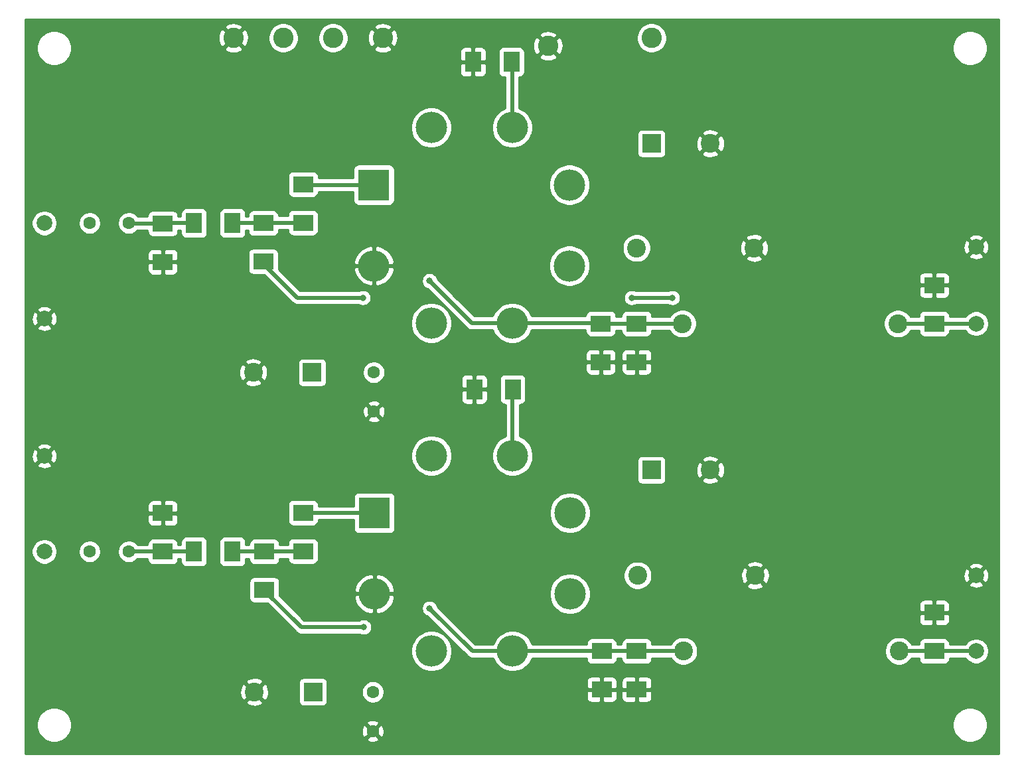
<source format=gbr>
G04 #@! TF.GenerationSoftware,KiCad,Pcbnew,(5.1.9-0-10_14)*
G04 #@! TF.CreationDate,2021-02-20T18:47:51+01:00*
G04 #@! TF.ProjectId,pre-amp-6SN7,7072652d-616d-4702-9d36-534e372e6b69,rev?*
G04 #@! TF.SameCoordinates,Original*
G04 #@! TF.FileFunction,Copper,L1,Top*
G04 #@! TF.FilePolarity,Positive*
%FSLAX46Y46*%
G04 Gerber Fmt 4.6, Leading zero omitted, Abs format (unit mm)*
G04 Created by KiCad (PCBNEW (5.1.9-0-10_14)) date 2021-02-20 18:47:51*
%MOMM*%
%LPD*%
G01*
G04 APERTURE LIST*
G04 #@! TA.AperFunction,ComponentPad*
%ADD10C,2.600000*%
G04 #@! TD*
G04 #@! TA.AperFunction,ComponentPad*
%ADD11C,2.400000*%
G04 #@! TD*
G04 #@! TA.AperFunction,ComponentPad*
%ADD12O,4.000000X4.000000*%
G04 #@! TD*
G04 #@! TA.AperFunction,ComponentPad*
%ADD13R,4.000000X4.000000*%
G04 #@! TD*
G04 #@! TA.AperFunction,SMDPad,CuDef*
%ADD14R,2.600000X2.100000*%
G04 #@! TD*
G04 #@! TA.AperFunction,SMDPad,CuDef*
%ADD15R,2.100000X2.600000*%
G04 #@! TD*
G04 #@! TA.AperFunction,ComponentPad*
%ADD16C,2.000000*%
G04 #@! TD*
G04 #@! TA.AperFunction,ComponentPad*
%ADD17R,2.400000X2.400000*%
G04 #@! TD*
G04 #@! TA.AperFunction,ComponentPad*
%ADD18C,1.600000*%
G04 #@! TD*
G04 #@! TA.AperFunction,ViaPad*
%ADD19C,0.800000*%
G04 #@! TD*
G04 #@! TA.AperFunction,Conductor*
%ADD20C,0.500000*%
G04 #@! TD*
G04 #@! TA.AperFunction,Conductor*
%ADD21C,0.254000*%
G04 #@! TD*
G04 #@! TA.AperFunction,Conductor*
%ADD22C,0.100000*%
G04 #@! TD*
G04 APERTURE END LIST*
D10*
X86360000Y-69850000D03*
X80010000Y-69850000D03*
D11*
X124587000Y-106299000D03*
X152087000Y-106299000D03*
X133745000Y-96647000D03*
X118745000Y-96647000D03*
X124714000Y-148082000D03*
X152214000Y-148082000D03*
X133872000Y-138430000D03*
X118872000Y-138430000D03*
D12*
X85231401Y-98918599D03*
X92537548Y-106224746D03*
X102870000Y-106224746D03*
X110176147Y-98918599D03*
X110176147Y-88586147D03*
X102870000Y-81280000D03*
X92537548Y-81280000D03*
D13*
X85231401Y-88586147D03*
D12*
X85280500Y-140779500D03*
X92586647Y-148085647D03*
X102919099Y-148085647D03*
X110225246Y-140779500D03*
X110225246Y-130447048D03*
X102919099Y-123140901D03*
X92586647Y-123140901D03*
D13*
X85280500Y-130447048D03*
D14*
X114300000Y-152982000D03*
X114300000Y-148082000D03*
X118745000Y-152982000D03*
X118745000Y-148082000D03*
X156718000Y-101399000D03*
X156718000Y-106299000D03*
X114173000Y-111199000D03*
X114173000Y-106299000D03*
X118745000Y-111199000D03*
X118745000Y-106299000D03*
X71120000Y-93472000D03*
X71120000Y-98372000D03*
X76200000Y-93419000D03*
X76200000Y-88519000D03*
D15*
X97880000Y-72898000D03*
X102780000Y-72898000D03*
X62283000Y-93472000D03*
X67183000Y-93472000D03*
D14*
X58293000Y-98425000D03*
X58293000Y-93525000D03*
X76200000Y-135329000D03*
X76200000Y-130429000D03*
D15*
X98033500Y-114681000D03*
X102933500Y-114681000D03*
D16*
X162052000Y-96520000D03*
X162052000Y-106299000D03*
X43180000Y-105664000D03*
X43180000Y-93472000D03*
D11*
X128150000Y-83312000D03*
D17*
X120650000Y-83312000D03*
D11*
X69843000Y-112522000D03*
D17*
X77343000Y-112522000D03*
D18*
X85217000Y-117522000D03*
X85217000Y-112522000D03*
X48975000Y-93472000D03*
X53975000Y-93472000D03*
D11*
X69970000Y-153289000D03*
D17*
X77470000Y-153289000D03*
D18*
X85090000Y-158289000D03*
X85090000Y-153289000D03*
D10*
X67310000Y-69850000D03*
X73660000Y-69850000D03*
D14*
X156718000Y-143182000D03*
X156718000Y-148082000D03*
X71247000Y-135382000D03*
X71247000Y-140282000D03*
D15*
X62283000Y-135382000D03*
X67183000Y-135382000D03*
D14*
X58293000Y-130482000D03*
X58293000Y-135382000D03*
D16*
X162052000Y-138430000D03*
X162052000Y-148082000D03*
D10*
X107442000Y-70866000D03*
X120650000Y-69850000D03*
D16*
X43180000Y-123190000D03*
X43180000Y-135382000D03*
D11*
X128150000Y-124968000D03*
D17*
X120650000Y-124968000D03*
D18*
X48975000Y-135382000D03*
X53975000Y-135382000D03*
D19*
X92329000Y-142621000D03*
X83947000Y-145034000D03*
X92329000Y-100838000D03*
X83820000Y-102997000D03*
X118110000Y-102997000D03*
X123317000Y-102997000D03*
D20*
X53975000Y-135382000D02*
X58293000Y-135382000D01*
X58293000Y-135382000D02*
X62283000Y-135382000D01*
X114296353Y-148085647D02*
X114300000Y-148082000D01*
X102919099Y-148085647D02*
X114296353Y-148085647D01*
X114300000Y-148082000D02*
X118745000Y-148082000D01*
X118745000Y-148082000D02*
X124714000Y-148082000D01*
X102919099Y-148085647D02*
X97793647Y-148085647D01*
X97793647Y-148085647D02*
X92329000Y-142621000D01*
X152214000Y-148082000D02*
X156718000Y-148082000D01*
X156718000Y-148082000D02*
X162052000Y-148082000D01*
X71247000Y-140282000D02*
X71247000Y-140335000D01*
X75946000Y-145034000D02*
X83947000Y-145034000D01*
X71247000Y-140335000D02*
X75946000Y-145034000D01*
X67183000Y-135382000D02*
X71247000Y-135382000D01*
X76147000Y-135382000D02*
X76200000Y-135329000D01*
X71247000Y-135382000D02*
X76147000Y-135382000D01*
X102919099Y-114695401D02*
X102933500Y-114681000D01*
X102919099Y-123140901D02*
X102919099Y-114695401D01*
X58346000Y-93472000D02*
X58293000Y-93525000D01*
X62283000Y-93472000D02*
X58346000Y-93472000D01*
X54028000Y-93525000D02*
X53975000Y-93472000D01*
X58293000Y-93525000D02*
X54028000Y-93525000D01*
X71173000Y-93419000D02*
X71120000Y-93472000D01*
X76200000Y-93419000D02*
X71173000Y-93419000D01*
X71120000Y-93472000D02*
X67183000Y-93472000D01*
X114098746Y-106224746D02*
X114173000Y-106299000D01*
X102870000Y-106224746D02*
X114098746Y-106224746D01*
X114173000Y-106299000D02*
X118745000Y-106299000D01*
X118745000Y-106299000D02*
X124587000Y-106299000D01*
X97715746Y-106224746D02*
X92329000Y-100838000D01*
X102870000Y-106224746D02*
X97715746Y-106224746D01*
X152087000Y-106299000D02*
X156718000Y-106299000D01*
X156718000Y-106299000D02*
X162052000Y-106299000D01*
X71120000Y-98372000D02*
X71120000Y-98679000D01*
X75438000Y-102997000D02*
X83820000Y-102997000D01*
X71120000Y-98679000D02*
X75438000Y-102997000D01*
X118110000Y-102997000D02*
X123317000Y-102997000D01*
X76218048Y-130447048D02*
X76200000Y-130429000D01*
X85280500Y-130447048D02*
X76218048Y-130447048D01*
X102870000Y-72988000D02*
X102780000Y-72898000D01*
X102870000Y-81280000D02*
X102870000Y-72988000D01*
X76267147Y-88586147D02*
X76200000Y-88519000D01*
X85231401Y-88586147D02*
X76267147Y-88586147D01*
D21*
X164973000Y-161163000D02*
X40767000Y-161163000D01*
X40767000Y-157259872D01*
X42215000Y-157259872D01*
X42215000Y-157700128D01*
X42300890Y-158131925D01*
X42469369Y-158538669D01*
X42713962Y-158904729D01*
X43025271Y-159216038D01*
X43391331Y-159460631D01*
X43798075Y-159629110D01*
X44229872Y-159715000D01*
X44670128Y-159715000D01*
X45101925Y-159629110D01*
X45508669Y-159460631D01*
X45776455Y-159281702D01*
X84276903Y-159281702D01*
X84348486Y-159525671D01*
X84603996Y-159646571D01*
X84878184Y-159715300D01*
X85160512Y-159729217D01*
X85440130Y-159687787D01*
X85706292Y-159592603D01*
X85831514Y-159525671D01*
X85903097Y-159281702D01*
X85090000Y-158468605D01*
X84276903Y-159281702D01*
X45776455Y-159281702D01*
X45874729Y-159216038D01*
X46186038Y-158904729D01*
X46430631Y-158538669D01*
X46504840Y-158359512D01*
X83649783Y-158359512D01*
X83691213Y-158639130D01*
X83786397Y-158905292D01*
X83853329Y-159030514D01*
X84097298Y-159102097D01*
X84910395Y-158289000D01*
X85269605Y-158289000D01*
X86082702Y-159102097D01*
X86326671Y-159030514D01*
X86447571Y-158775004D01*
X86516300Y-158500816D01*
X86530217Y-158218488D01*
X86488787Y-157938870D01*
X86393603Y-157672708D01*
X86326671Y-157547486D01*
X86082702Y-157475903D01*
X85269605Y-158289000D01*
X84910395Y-158289000D01*
X84097298Y-157475903D01*
X83853329Y-157547486D01*
X83732429Y-157802996D01*
X83663700Y-158077184D01*
X83649783Y-158359512D01*
X46504840Y-158359512D01*
X46599110Y-158131925D01*
X46685000Y-157700128D01*
X46685000Y-157296298D01*
X84276903Y-157296298D01*
X85090000Y-158109395D01*
X85903097Y-157296298D01*
X85892410Y-157259872D01*
X159055000Y-157259872D01*
X159055000Y-157700128D01*
X159140890Y-158131925D01*
X159309369Y-158538669D01*
X159553962Y-158904729D01*
X159865271Y-159216038D01*
X160231331Y-159460631D01*
X160638075Y-159629110D01*
X161069872Y-159715000D01*
X161510128Y-159715000D01*
X161941925Y-159629110D01*
X162348669Y-159460631D01*
X162714729Y-159216038D01*
X163026038Y-158904729D01*
X163270631Y-158538669D01*
X163439110Y-158131925D01*
X163525000Y-157700128D01*
X163525000Y-157259872D01*
X163439110Y-156828075D01*
X163270631Y-156421331D01*
X163026038Y-156055271D01*
X162714729Y-155743962D01*
X162348669Y-155499369D01*
X161941925Y-155330890D01*
X161510128Y-155245000D01*
X161069872Y-155245000D01*
X160638075Y-155330890D01*
X160231331Y-155499369D01*
X159865271Y-155743962D01*
X159553962Y-156055271D01*
X159309369Y-156421331D01*
X159140890Y-156828075D01*
X159055000Y-157259872D01*
X85892410Y-157259872D01*
X85831514Y-157052329D01*
X85576004Y-156931429D01*
X85301816Y-156862700D01*
X85019488Y-156848783D01*
X84739870Y-156890213D01*
X84473708Y-156985397D01*
X84348486Y-157052329D01*
X84276903Y-157296298D01*
X46685000Y-157296298D01*
X46685000Y-157259872D01*
X46599110Y-156828075D01*
X46430631Y-156421331D01*
X46186038Y-156055271D01*
X45874729Y-155743962D01*
X45508669Y-155499369D01*
X45101925Y-155330890D01*
X44670128Y-155245000D01*
X44229872Y-155245000D01*
X43798075Y-155330890D01*
X43391331Y-155499369D01*
X43025271Y-155743962D01*
X42713962Y-156055271D01*
X42469369Y-156421331D01*
X42300890Y-156828075D01*
X42215000Y-157259872D01*
X40767000Y-157259872D01*
X40767000Y-154566980D01*
X68871626Y-154566980D01*
X68991514Y-154851836D01*
X69315210Y-155012699D01*
X69664069Y-155107322D01*
X70024684Y-155132067D01*
X70383198Y-155085985D01*
X70725833Y-154970846D01*
X70948486Y-154851836D01*
X71068374Y-154566980D01*
X69970000Y-153468605D01*
X68871626Y-154566980D01*
X40767000Y-154566980D01*
X40767000Y-153343684D01*
X68126933Y-153343684D01*
X68173015Y-153702198D01*
X68288154Y-154044833D01*
X68407164Y-154267486D01*
X68692020Y-154387374D01*
X69790395Y-153289000D01*
X70149605Y-153289000D01*
X71247980Y-154387374D01*
X71532836Y-154267486D01*
X71693699Y-153943790D01*
X71788322Y-153594931D01*
X71813067Y-153234316D01*
X71766985Y-152875802D01*
X71651846Y-152533167D01*
X71532836Y-152310514D01*
X71247980Y-152190626D01*
X70149605Y-153289000D01*
X69790395Y-153289000D01*
X68692020Y-152190626D01*
X68407164Y-152310514D01*
X68246301Y-152634210D01*
X68151678Y-152983069D01*
X68126933Y-153343684D01*
X40767000Y-153343684D01*
X40767000Y-152011020D01*
X68871626Y-152011020D01*
X69970000Y-153109395D01*
X70990394Y-152089000D01*
X75631928Y-152089000D01*
X75631928Y-154489000D01*
X75644188Y-154613482D01*
X75680498Y-154733180D01*
X75739463Y-154843494D01*
X75818815Y-154940185D01*
X75915506Y-155019537D01*
X76025820Y-155078502D01*
X76145518Y-155114812D01*
X76270000Y-155127072D01*
X78670000Y-155127072D01*
X78794482Y-155114812D01*
X78914180Y-155078502D01*
X79024494Y-155019537D01*
X79121185Y-154940185D01*
X79200537Y-154843494D01*
X79259502Y-154733180D01*
X79295812Y-154613482D01*
X79308072Y-154489000D01*
X79308072Y-153147665D01*
X83655000Y-153147665D01*
X83655000Y-153430335D01*
X83710147Y-153707574D01*
X83818320Y-153968727D01*
X83975363Y-154203759D01*
X84175241Y-154403637D01*
X84410273Y-154560680D01*
X84671426Y-154668853D01*
X84948665Y-154724000D01*
X85231335Y-154724000D01*
X85508574Y-154668853D01*
X85769727Y-154560680D01*
X86004759Y-154403637D01*
X86204637Y-154203759D01*
X86319402Y-154032000D01*
X112361928Y-154032000D01*
X112374188Y-154156482D01*
X112410498Y-154276180D01*
X112469463Y-154386494D01*
X112548815Y-154483185D01*
X112645506Y-154562537D01*
X112755820Y-154621502D01*
X112875518Y-154657812D01*
X113000000Y-154670072D01*
X114014250Y-154667000D01*
X114173000Y-154508250D01*
X114173000Y-153109000D01*
X114427000Y-153109000D01*
X114427000Y-154508250D01*
X114585750Y-154667000D01*
X115600000Y-154670072D01*
X115724482Y-154657812D01*
X115844180Y-154621502D01*
X115954494Y-154562537D01*
X116051185Y-154483185D01*
X116130537Y-154386494D01*
X116189502Y-154276180D01*
X116225812Y-154156482D01*
X116238072Y-154032000D01*
X116806928Y-154032000D01*
X116819188Y-154156482D01*
X116855498Y-154276180D01*
X116914463Y-154386494D01*
X116993815Y-154483185D01*
X117090506Y-154562537D01*
X117200820Y-154621502D01*
X117320518Y-154657812D01*
X117445000Y-154670072D01*
X118459250Y-154667000D01*
X118618000Y-154508250D01*
X118618000Y-153109000D01*
X118872000Y-153109000D01*
X118872000Y-154508250D01*
X119030750Y-154667000D01*
X120045000Y-154670072D01*
X120169482Y-154657812D01*
X120289180Y-154621502D01*
X120399494Y-154562537D01*
X120496185Y-154483185D01*
X120575537Y-154386494D01*
X120634502Y-154276180D01*
X120670812Y-154156482D01*
X120683072Y-154032000D01*
X120680000Y-153267750D01*
X120521250Y-153109000D01*
X118872000Y-153109000D01*
X118618000Y-153109000D01*
X116968750Y-153109000D01*
X116810000Y-153267750D01*
X116806928Y-154032000D01*
X116238072Y-154032000D01*
X116235000Y-153267750D01*
X116076250Y-153109000D01*
X114427000Y-153109000D01*
X114173000Y-153109000D01*
X112523750Y-153109000D01*
X112365000Y-153267750D01*
X112361928Y-154032000D01*
X86319402Y-154032000D01*
X86361680Y-153968727D01*
X86469853Y-153707574D01*
X86525000Y-153430335D01*
X86525000Y-153147665D01*
X86469853Y-152870426D01*
X86361680Y-152609273D01*
X86204637Y-152374241D01*
X86004759Y-152174363D01*
X85769727Y-152017320D01*
X85563747Y-151932000D01*
X112361928Y-151932000D01*
X112365000Y-152696250D01*
X112523750Y-152855000D01*
X114173000Y-152855000D01*
X114173000Y-151455750D01*
X114427000Y-151455750D01*
X114427000Y-152855000D01*
X116076250Y-152855000D01*
X116235000Y-152696250D01*
X116238072Y-151932000D01*
X116806928Y-151932000D01*
X116810000Y-152696250D01*
X116968750Y-152855000D01*
X118618000Y-152855000D01*
X118618000Y-151455750D01*
X118872000Y-151455750D01*
X118872000Y-152855000D01*
X120521250Y-152855000D01*
X120680000Y-152696250D01*
X120683072Y-151932000D01*
X120670812Y-151807518D01*
X120634502Y-151687820D01*
X120575537Y-151577506D01*
X120496185Y-151480815D01*
X120399494Y-151401463D01*
X120289180Y-151342498D01*
X120169482Y-151306188D01*
X120045000Y-151293928D01*
X119030750Y-151297000D01*
X118872000Y-151455750D01*
X118618000Y-151455750D01*
X118459250Y-151297000D01*
X117445000Y-151293928D01*
X117320518Y-151306188D01*
X117200820Y-151342498D01*
X117090506Y-151401463D01*
X116993815Y-151480815D01*
X116914463Y-151577506D01*
X116855498Y-151687820D01*
X116819188Y-151807518D01*
X116806928Y-151932000D01*
X116238072Y-151932000D01*
X116225812Y-151807518D01*
X116189502Y-151687820D01*
X116130537Y-151577506D01*
X116051185Y-151480815D01*
X115954494Y-151401463D01*
X115844180Y-151342498D01*
X115724482Y-151306188D01*
X115600000Y-151293928D01*
X114585750Y-151297000D01*
X114427000Y-151455750D01*
X114173000Y-151455750D01*
X114014250Y-151297000D01*
X113000000Y-151293928D01*
X112875518Y-151306188D01*
X112755820Y-151342498D01*
X112645506Y-151401463D01*
X112548815Y-151480815D01*
X112469463Y-151577506D01*
X112410498Y-151687820D01*
X112374188Y-151807518D01*
X112361928Y-151932000D01*
X85563747Y-151932000D01*
X85508574Y-151909147D01*
X85231335Y-151854000D01*
X84948665Y-151854000D01*
X84671426Y-151909147D01*
X84410273Y-152017320D01*
X84175241Y-152174363D01*
X83975363Y-152374241D01*
X83818320Y-152609273D01*
X83710147Y-152870426D01*
X83655000Y-153147665D01*
X79308072Y-153147665D01*
X79308072Y-152089000D01*
X79295812Y-151964518D01*
X79259502Y-151844820D01*
X79200537Y-151734506D01*
X79121185Y-151637815D01*
X79024494Y-151558463D01*
X78914180Y-151499498D01*
X78794482Y-151463188D01*
X78670000Y-151450928D01*
X76270000Y-151450928D01*
X76145518Y-151463188D01*
X76025820Y-151499498D01*
X75915506Y-151558463D01*
X75818815Y-151637815D01*
X75739463Y-151734506D01*
X75680498Y-151844820D01*
X75644188Y-151964518D01*
X75631928Y-152089000D01*
X70990394Y-152089000D01*
X71068374Y-152011020D01*
X70948486Y-151726164D01*
X70624790Y-151565301D01*
X70275931Y-151470678D01*
X69915316Y-151445933D01*
X69556802Y-151492015D01*
X69214167Y-151607154D01*
X68991514Y-151726164D01*
X68871626Y-152011020D01*
X40767000Y-152011020D01*
X40767000Y-147826122D01*
X89951647Y-147826122D01*
X89951647Y-148345172D01*
X90052908Y-148854248D01*
X90251540Y-149333788D01*
X90539909Y-149765362D01*
X90906932Y-150132385D01*
X91338506Y-150420754D01*
X91818046Y-150619386D01*
X92327122Y-150720647D01*
X92846172Y-150720647D01*
X93355248Y-150619386D01*
X93834788Y-150420754D01*
X94266362Y-150132385D01*
X94633385Y-149765362D01*
X94921754Y-149333788D01*
X95120386Y-148854248D01*
X95221647Y-148345172D01*
X95221647Y-147826122D01*
X95120386Y-147317046D01*
X94921754Y-146837506D01*
X94633385Y-146405932D01*
X94266362Y-146038909D01*
X93834788Y-145750540D01*
X93355248Y-145551908D01*
X92846172Y-145450647D01*
X92327122Y-145450647D01*
X91818046Y-145551908D01*
X91338506Y-145750540D01*
X90906932Y-146038909D01*
X90539909Y-146405932D01*
X90251540Y-146837506D01*
X90052908Y-147317046D01*
X89951647Y-147826122D01*
X40767000Y-147826122D01*
X40767000Y-139232000D01*
X69308928Y-139232000D01*
X69308928Y-141332000D01*
X69321188Y-141456482D01*
X69357498Y-141576180D01*
X69416463Y-141686494D01*
X69495815Y-141783185D01*
X69592506Y-141862537D01*
X69702820Y-141921502D01*
X69822518Y-141957812D01*
X69947000Y-141970072D01*
X71630494Y-141970072D01*
X75289470Y-145629049D01*
X75317183Y-145662817D01*
X75350951Y-145690530D01*
X75350953Y-145690532D01*
X75451941Y-145773411D01*
X75605686Y-145855589D01*
X75772510Y-145906195D01*
X75902523Y-145919000D01*
X75902531Y-145919000D01*
X75946000Y-145923281D01*
X75989469Y-145919000D01*
X83408546Y-145919000D01*
X83456744Y-145951205D01*
X83645102Y-146029226D01*
X83845061Y-146069000D01*
X84048939Y-146069000D01*
X84248898Y-146029226D01*
X84437256Y-145951205D01*
X84606774Y-145837937D01*
X84750937Y-145693774D01*
X84864205Y-145524256D01*
X84942226Y-145335898D01*
X84982000Y-145135939D01*
X84982000Y-144932061D01*
X84942226Y-144732102D01*
X84864205Y-144543744D01*
X84750937Y-144374226D01*
X84606774Y-144230063D01*
X84437256Y-144116795D01*
X84248898Y-144038774D01*
X84048939Y-143999000D01*
X83845061Y-143999000D01*
X83645102Y-144038774D01*
X83456744Y-144116795D01*
X83408546Y-144149000D01*
X76312579Y-144149000D01*
X73480242Y-141316663D01*
X82700831Y-141316663D01*
X82855194Y-141809610D01*
X83102760Y-142262970D01*
X83434015Y-142659322D01*
X83836230Y-142983433D01*
X84293947Y-143222848D01*
X84743338Y-143359167D01*
X85153500Y-143252491D01*
X85153500Y-140906500D01*
X85407500Y-140906500D01*
X85407500Y-143252491D01*
X85817662Y-143359167D01*
X86267053Y-143222848D01*
X86724770Y-142983433D01*
X87126985Y-142659322D01*
X87244209Y-142519061D01*
X91294000Y-142519061D01*
X91294000Y-142722939D01*
X91333774Y-142922898D01*
X91411795Y-143111256D01*
X91525063Y-143280774D01*
X91669226Y-143424937D01*
X91838744Y-143538205D01*
X92027102Y-143616226D01*
X92083957Y-143627535D01*
X97137117Y-148680696D01*
X97164830Y-148714464D01*
X97198598Y-148742177D01*
X97198600Y-148742179D01*
X97295144Y-148821411D01*
X97299588Y-148825058D01*
X97453334Y-148907236D01*
X97620157Y-148957842D01*
X97750170Y-148970647D01*
X97750178Y-148970647D01*
X97793647Y-148974928D01*
X97837116Y-148970647D01*
X100433574Y-148970647D01*
X100583992Y-149333788D01*
X100872361Y-149765362D01*
X101239384Y-150132385D01*
X101670958Y-150420754D01*
X102150498Y-150619386D01*
X102659574Y-150720647D01*
X103178624Y-150720647D01*
X103687700Y-150619386D01*
X104167240Y-150420754D01*
X104598814Y-150132385D01*
X104965837Y-149765362D01*
X105254206Y-149333788D01*
X105404624Y-148970647D01*
X112361928Y-148970647D01*
X112361928Y-149132000D01*
X112374188Y-149256482D01*
X112410498Y-149376180D01*
X112469463Y-149486494D01*
X112548815Y-149583185D01*
X112645506Y-149662537D01*
X112755820Y-149721502D01*
X112875518Y-149757812D01*
X113000000Y-149770072D01*
X115600000Y-149770072D01*
X115724482Y-149757812D01*
X115844180Y-149721502D01*
X115954494Y-149662537D01*
X116051185Y-149583185D01*
X116130537Y-149486494D01*
X116189502Y-149376180D01*
X116225812Y-149256482D01*
X116238072Y-149132000D01*
X116238072Y-148967000D01*
X116806928Y-148967000D01*
X116806928Y-149132000D01*
X116819188Y-149256482D01*
X116855498Y-149376180D01*
X116914463Y-149486494D01*
X116993815Y-149583185D01*
X117090506Y-149662537D01*
X117200820Y-149721502D01*
X117320518Y-149757812D01*
X117445000Y-149770072D01*
X120045000Y-149770072D01*
X120169482Y-149757812D01*
X120289180Y-149721502D01*
X120399494Y-149662537D01*
X120496185Y-149583185D01*
X120575537Y-149486494D01*
X120634502Y-149376180D01*
X120670812Y-149256482D01*
X120683072Y-149132000D01*
X120683072Y-148967000D01*
X123098402Y-148967000D01*
X123288662Y-149251744D01*
X123544256Y-149507338D01*
X123844801Y-149708156D01*
X124178750Y-149846482D01*
X124533268Y-149917000D01*
X124894732Y-149917000D01*
X125249250Y-149846482D01*
X125583199Y-149708156D01*
X125883744Y-149507338D01*
X126139338Y-149251744D01*
X126340156Y-148951199D01*
X126478482Y-148617250D01*
X126549000Y-148262732D01*
X126549000Y-147901268D01*
X150379000Y-147901268D01*
X150379000Y-148262732D01*
X150449518Y-148617250D01*
X150587844Y-148951199D01*
X150788662Y-149251744D01*
X151044256Y-149507338D01*
X151344801Y-149708156D01*
X151678750Y-149846482D01*
X152033268Y-149917000D01*
X152394732Y-149917000D01*
X152749250Y-149846482D01*
X153083199Y-149708156D01*
X153383744Y-149507338D01*
X153639338Y-149251744D01*
X153829598Y-148967000D01*
X154779928Y-148967000D01*
X154779928Y-149132000D01*
X154792188Y-149256482D01*
X154828498Y-149376180D01*
X154887463Y-149486494D01*
X154966815Y-149583185D01*
X155063506Y-149662537D01*
X155173820Y-149721502D01*
X155293518Y-149757812D01*
X155418000Y-149770072D01*
X158018000Y-149770072D01*
X158142482Y-149757812D01*
X158262180Y-149721502D01*
X158372494Y-149662537D01*
X158469185Y-149583185D01*
X158548537Y-149486494D01*
X158607502Y-149376180D01*
X158643812Y-149256482D01*
X158656072Y-149132000D01*
X158656072Y-148967000D01*
X160676941Y-148967000D01*
X160782013Y-149124252D01*
X161009748Y-149351987D01*
X161277537Y-149530918D01*
X161575088Y-149654168D01*
X161890967Y-149717000D01*
X162213033Y-149717000D01*
X162528912Y-149654168D01*
X162826463Y-149530918D01*
X163094252Y-149351987D01*
X163321987Y-149124252D01*
X163500918Y-148856463D01*
X163624168Y-148558912D01*
X163687000Y-148243033D01*
X163687000Y-147920967D01*
X163624168Y-147605088D01*
X163500918Y-147307537D01*
X163321987Y-147039748D01*
X163094252Y-146812013D01*
X162826463Y-146633082D01*
X162528912Y-146509832D01*
X162213033Y-146447000D01*
X161890967Y-146447000D01*
X161575088Y-146509832D01*
X161277537Y-146633082D01*
X161009748Y-146812013D01*
X160782013Y-147039748D01*
X160676941Y-147197000D01*
X158656072Y-147197000D01*
X158656072Y-147032000D01*
X158643812Y-146907518D01*
X158607502Y-146787820D01*
X158548537Y-146677506D01*
X158469185Y-146580815D01*
X158372494Y-146501463D01*
X158262180Y-146442498D01*
X158142482Y-146406188D01*
X158018000Y-146393928D01*
X155418000Y-146393928D01*
X155293518Y-146406188D01*
X155173820Y-146442498D01*
X155063506Y-146501463D01*
X154966815Y-146580815D01*
X154887463Y-146677506D01*
X154828498Y-146787820D01*
X154792188Y-146907518D01*
X154779928Y-147032000D01*
X154779928Y-147197000D01*
X153829598Y-147197000D01*
X153639338Y-146912256D01*
X153383744Y-146656662D01*
X153083199Y-146455844D01*
X152749250Y-146317518D01*
X152394732Y-146247000D01*
X152033268Y-146247000D01*
X151678750Y-146317518D01*
X151344801Y-146455844D01*
X151044256Y-146656662D01*
X150788662Y-146912256D01*
X150587844Y-147212801D01*
X150449518Y-147546750D01*
X150379000Y-147901268D01*
X126549000Y-147901268D01*
X126478482Y-147546750D01*
X126340156Y-147212801D01*
X126139338Y-146912256D01*
X125883744Y-146656662D01*
X125583199Y-146455844D01*
X125249250Y-146317518D01*
X124894732Y-146247000D01*
X124533268Y-146247000D01*
X124178750Y-146317518D01*
X123844801Y-146455844D01*
X123544256Y-146656662D01*
X123288662Y-146912256D01*
X123098402Y-147197000D01*
X120683072Y-147197000D01*
X120683072Y-147032000D01*
X120670812Y-146907518D01*
X120634502Y-146787820D01*
X120575537Y-146677506D01*
X120496185Y-146580815D01*
X120399494Y-146501463D01*
X120289180Y-146442498D01*
X120169482Y-146406188D01*
X120045000Y-146393928D01*
X117445000Y-146393928D01*
X117320518Y-146406188D01*
X117200820Y-146442498D01*
X117090506Y-146501463D01*
X116993815Y-146580815D01*
X116914463Y-146677506D01*
X116855498Y-146787820D01*
X116819188Y-146907518D01*
X116806928Y-147032000D01*
X116806928Y-147197000D01*
X116238072Y-147197000D01*
X116238072Y-147032000D01*
X116225812Y-146907518D01*
X116189502Y-146787820D01*
X116130537Y-146677506D01*
X116051185Y-146580815D01*
X115954494Y-146501463D01*
X115844180Y-146442498D01*
X115724482Y-146406188D01*
X115600000Y-146393928D01*
X113000000Y-146393928D01*
X112875518Y-146406188D01*
X112755820Y-146442498D01*
X112645506Y-146501463D01*
X112548815Y-146580815D01*
X112469463Y-146677506D01*
X112410498Y-146787820D01*
X112374188Y-146907518D01*
X112361928Y-147032000D01*
X112361928Y-147200647D01*
X105404624Y-147200647D01*
X105254206Y-146837506D01*
X104965837Y-146405932D01*
X104598814Y-146038909D01*
X104167240Y-145750540D01*
X103687700Y-145551908D01*
X103178624Y-145450647D01*
X102659574Y-145450647D01*
X102150498Y-145551908D01*
X101670958Y-145750540D01*
X101239384Y-146038909D01*
X100872361Y-146405932D01*
X100583992Y-146837506D01*
X100433574Y-147200647D01*
X98160226Y-147200647D01*
X95191579Y-144232000D01*
X154779928Y-144232000D01*
X154792188Y-144356482D01*
X154828498Y-144476180D01*
X154887463Y-144586494D01*
X154966815Y-144683185D01*
X155063506Y-144762537D01*
X155173820Y-144821502D01*
X155293518Y-144857812D01*
X155418000Y-144870072D01*
X156432250Y-144867000D01*
X156591000Y-144708250D01*
X156591000Y-143309000D01*
X156845000Y-143309000D01*
X156845000Y-144708250D01*
X157003750Y-144867000D01*
X158018000Y-144870072D01*
X158142482Y-144857812D01*
X158262180Y-144821502D01*
X158372494Y-144762537D01*
X158469185Y-144683185D01*
X158548537Y-144586494D01*
X158607502Y-144476180D01*
X158643812Y-144356482D01*
X158656072Y-144232000D01*
X158653000Y-143467750D01*
X158494250Y-143309000D01*
X156845000Y-143309000D01*
X156591000Y-143309000D01*
X154941750Y-143309000D01*
X154783000Y-143467750D01*
X154779928Y-144232000D01*
X95191579Y-144232000D01*
X93335535Y-142375957D01*
X93324226Y-142319102D01*
X93246205Y-142130744D01*
X93132937Y-141961226D01*
X92988774Y-141817063D01*
X92819256Y-141703795D01*
X92630898Y-141625774D01*
X92430939Y-141586000D01*
X92227061Y-141586000D01*
X92027102Y-141625774D01*
X91838744Y-141703795D01*
X91669226Y-141817063D01*
X91525063Y-141961226D01*
X91411795Y-142130744D01*
X91333774Y-142319102D01*
X91294000Y-142519061D01*
X87244209Y-142519061D01*
X87458240Y-142262970D01*
X87705806Y-141809610D01*
X87860169Y-141316663D01*
X87753690Y-140906500D01*
X85407500Y-140906500D01*
X85153500Y-140906500D01*
X82807310Y-140906500D01*
X82700831Y-141316663D01*
X73480242Y-141316663D01*
X73185072Y-141021494D01*
X73185072Y-140242337D01*
X82700831Y-140242337D01*
X82807310Y-140652500D01*
X85153500Y-140652500D01*
X85153500Y-138306509D01*
X85407500Y-138306509D01*
X85407500Y-140652500D01*
X87753690Y-140652500D01*
X87788093Y-140519975D01*
X107590246Y-140519975D01*
X107590246Y-141039025D01*
X107691507Y-141548101D01*
X107890139Y-142027641D01*
X108178508Y-142459215D01*
X108545531Y-142826238D01*
X108977105Y-143114607D01*
X109456645Y-143313239D01*
X109965721Y-143414500D01*
X110484771Y-143414500D01*
X110993847Y-143313239D01*
X111473387Y-143114607D01*
X111904961Y-142826238D01*
X112271984Y-142459215D01*
X112490622Y-142132000D01*
X154779928Y-142132000D01*
X154783000Y-142896250D01*
X154941750Y-143055000D01*
X156591000Y-143055000D01*
X156591000Y-141655750D01*
X156845000Y-141655750D01*
X156845000Y-143055000D01*
X158494250Y-143055000D01*
X158653000Y-142896250D01*
X158656072Y-142132000D01*
X158643812Y-142007518D01*
X158607502Y-141887820D01*
X158548537Y-141777506D01*
X158469185Y-141680815D01*
X158372494Y-141601463D01*
X158262180Y-141542498D01*
X158142482Y-141506188D01*
X158018000Y-141493928D01*
X157003750Y-141497000D01*
X156845000Y-141655750D01*
X156591000Y-141655750D01*
X156432250Y-141497000D01*
X155418000Y-141493928D01*
X155293518Y-141506188D01*
X155173820Y-141542498D01*
X155063506Y-141601463D01*
X154966815Y-141680815D01*
X154887463Y-141777506D01*
X154828498Y-141887820D01*
X154792188Y-142007518D01*
X154779928Y-142132000D01*
X112490622Y-142132000D01*
X112560353Y-142027641D01*
X112758985Y-141548101D01*
X112860246Y-141039025D01*
X112860246Y-140519975D01*
X112758985Y-140010899D01*
X112560353Y-139531359D01*
X112271984Y-139099785D01*
X111904961Y-138732762D01*
X111473387Y-138444393D01*
X111002314Y-138249268D01*
X117037000Y-138249268D01*
X117037000Y-138610732D01*
X117107518Y-138965250D01*
X117245844Y-139299199D01*
X117446662Y-139599744D01*
X117702256Y-139855338D01*
X118002801Y-140056156D01*
X118336750Y-140194482D01*
X118691268Y-140265000D01*
X119052732Y-140265000D01*
X119407250Y-140194482D01*
X119741199Y-140056156D01*
X120041744Y-139855338D01*
X120189102Y-139707980D01*
X132773626Y-139707980D01*
X132893514Y-139992836D01*
X133217210Y-140153699D01*
X133566069Y-140248322D01*
X133926684Y-140273067D01*
X134285198Y-140226985D01*
X134627833Y-140111846D01*
X134850486Y-139992836D01*
X134970374Y-139707980D01*
X134827808Y-139565413D01*
X161096192Y-139565413D01*
X161191956Y-139829814D01*
X161481571Y-139970704D01*
X161793108Y-140052384D01*
X162114595Y-140071718D01*
X162433675Y-140027961D01*
X162738088Y-139922795D01*
X162912044Y-139829814D01*
X163007808Y-139565413D01*
X162052000Y-138609605D01*
X161096192Y-139565413D01*
X134827808Y-139565413D01*
X133872000Y-138609605D01*
X132773626Y-139707980D01*
X120189102Y-139707980D01*
X120297338Y-139599744D01*
X120498156Y-139299199D01*
X120636482Y-138965250D01*
X120707000Y-138610732D01*
X120707000Y-138484684D01*
X132028933Y-138484684D01*
X132075015Y-138843198D01*
X132190154Y-139185833D01*
X132309164Y-139408486D01*
X132594020Y-139528374D01*
X133692395Y-138430000D01*
X134051605Y-138430000D01*
X135149980Y-139528374D01*
X135434836Y-139408486D01*
X135595699Y-139084790D01*
X135690322Y-138735931D01*
X135707019Y-138492595D01*
X160410282Y-138492595D01*
X160454039Y-138811675D01*
X160559205Y-139116088D01*
X160652186Y-139290044D01*
X160916587Y-139385808D01*
X161872395Y-138430000D01*
X162231605Y-138430000D01*
X163187413Y-139385808D01*
X163451814Y-139290044D01*
X163592704Y-139000429D01*
X163674384Y-138688892D01*
X163693718Y-138367405D01*
X163649961Y-138048325D01*
X163544795Y-137743912D01*
X163451814Y-137569956D01*
X163187413Y-137474192D01*
X162231605Y-138430000D01*
X161872395Y-138430000D01*
X160916587Y-137474192D01*
X160652186Y-137569956D01*
X160511296Y-137859571D01*
X160429616Y-138171108D01*
X160410282Y-138492595D01*
X135707019Y-138492595D01*
X135715067Y-138375316D01*
X135668985Y-138016802D01*
X135553846Y-137674167D01*
X135434836Y-137451514D01*
X135149980Y-137331626D01*
X134051605Y-138430000D01*
X133692395Y-138430000D01*
X132594020Y-137331626D01*
X132309164Y-137451514D01*
X132148301Y-137775210D01*
X132053678Y-138124069D01*
X132028933Y-138484684D01*
X120707000Y-138484684D01*
X120707000Y-138249268D01*
X120636482Y-137894750D01*
X120498156Y-137560801D01*
X120297338Y-137260256D01*
X120189102Y-137152020D01*
X132773626Y-137152020D01*
X133872000Y-138250395D01*
X134827807Y-137294587D01*
X161096192Y-137294587D01*
X162052000Y-138250395D01*
X163007808Y-137294587D01*
X162912044Y-137030186D01*
X162622429Y-136889296D01*
X162310892Y-136807616D01*
X161989405Y-136788282D01*
X161670325Y-136832039D01*
X161365912Y-136937205D01*
X161191956Y-137030186D01*
X161096192Y-137294587D01*
X134827807Y-137294587D01*
X134970374Y-137152020D01*
X134850486Y-136867164D01*
X134526790Y-136706301D01*
X134177931Y-136611678D01*
X133817316Y-136586933D01*
X133458802Y-136633015D01*
X133116167Y-136748154D01*
X132893514Y-136867164D01*
X132773626Y-137152020D01*
X120189102Y-137152020D01*
X120041744Y-137004662D01*
X119741199Y-136803844D01*
X119407250Y-136665518D01*
X119052732Y-136595000D01*
X118691268Y-136595000D01*
X118336750Y-136665518D01*
X118002801Y-136803844D01*
X117702256Y-137004662D01*
X117446662Y-137260256D01*
X117245844Y-137560801D01*
X117107518Y-137894750D01*
X117037000Y-138249268D01*
X111002314Y-138249268D01*
X110993847Y-138245761D01*
X110484771Y-138144500D01*
X109965721Y-138144500D01*
X109456645Y-138245761D01*
X108977105Y-138444393D01*
X108545531Y-138732762D01*
X108178508Y-139099785D01*
X107890139Y-139531359D01*
X107691507Y-140010899D01*
X107590246Y-140519975D01*
X87788093Y-140519975D01*
X87860169Y-140242337D01*
X87705806Y-139749390D01*
X87458240Y-139296030D01*
X87126985Y-138899678D01*
X86724770Y-138575567D01*
X86267053Y-138336152D01*
X85817662Y-138199833D01*
X85407500Y-138306509D01*
X85153500Y-138306509D01*
X84743338Y-138199833D01*
X84293947Y-138336152D01*
X83836230Y-138575567D01*
X83434015Y-138899678D01*
X83102760Y-139296030D01*
X82855194Y-139749390D01*
X82700831Y-140242337D01*
X73185072Y-140242337D01*
X73185072Y-139232000D01*
X73172812Y-139107518D01*
X73136502Y-138987820D01*
X73077537Y-138877506D01*
X72998185Y-138780815D01*
X72901494Y-138701463D01*
X72791180Y-138642498D01*
X72671482Y-138606188D01*
X72547000Y-138593928D01*
X69947000Y-138593928D01*
X69822518Y-138606188D01*
X69702820Y-138642498D01*
X69592506Y-138701463D01*
X69495815Y-138780815D01*
X69416463Y-138877506D01*
X69357498Y-138987820D01*
X69321188Y-139107518D01*
X69308928Y-139232000D01*
X40767000Y-139232000D01*
X40767000Y-135220967D01*
X41545000Y-135220967D01*
X41545000Y-135543033D01*
X41607832Y-135858912D01*
X41731082Y-136156463D01*
X41910013Y-136424252D01*
X42137748Y-136651987D01*
X42405537Y-136830918D01*
X42703088Y-136954168D01*
X43018967Y-137017000D01*
X43341033Y-137017000D01*
X43656912Y-136954168D01*
X43954463Y-136830918D01*
X44222252Y-136651987D01*
X44449987Y-136424252D01*
X44628918Y-136156463D01*
X44752168Y-135858912D01*
X44815000Y-135543033D01*
X44815000Y-135240665D01*
X47540000Y-135240665D01*
X47540000Y-135523335D01*
X47595147Y-135800574D01*
X47703320Y-136061727D01*
X47860363Y-136296759D01*
X48060241Y-136496637D01*
X48295273Y-136653680D01*
X48556426Y-136761853D01*
X48833665Y-136817000D01*
X49116335Y-136817000D01*
X49393574Y-136761853D01*
X49654727Y-136653680D01*
X49889759Y-136496637D01*
X50089637Y-136296759D01*
X50246680Y-136061727D01*
X50354853Y-135800574D01*
X50410000Y-135523335D01*
X50410000Y-135240665D01*
X52540000Y-135240665D01*
X52540000Y-135523335D01*
X52595147Y-135800574D01*
X52703320Y-136061727D01*
X52860363Y-136296759D01*
X53060241Y-136496637D01*
X53295273Y-136653680D01*
X53556426Y-136761853D01*
X53833665Y-136817000D01*
X54116335Y-136817000D01*
X54393574Y-136761853D01*
X54654727Y-136653680D01*
X54889759Y-136496637D01*
X55089637Y-136296759D01*
X55109521Y-136267000D01*
X56354928Y-136267000D01*
X56354928Y-136432000D01*
X56367188Y-136556482D01*
X56403498Y-136676180D01*
X56462463Y-136786494D01*
X56541815Y-136883185D01*
X56638506Y-136962537D01*
X56748820Y-137021502D01*
X56868518Y-137057812D01*
X56993000Y-137070072D01*
X59593000Y-137070072D01*
X59717482Y-137057812D01*
X59837180Y-137021502D01*
X59947494Y-136962537D01*
X60044185Y-136883185D01*
X60123537Y-136786494D01*
X60182502Y-136676180D01*
X60218812Y-136556482D01*
X60231072Y-136432000D01*
X60231072Y-136267000D01*
X60594928Y-136267000D01*
X60594928Y-136682000D01*
X60607188Y-136806482D01*
X60643498Y-136926180D01*
X60702463Y-137036494D01*
X60781815Y-137133185D01*
X60878506Y-137212537D01*
X60988820Y-137271502D01*
X61108518Y-137307812D01*
X61233000Y-137320072D01*
X63333000Y-137320072D01*
X63457482Y-137307812D01*
X63577180Y-137271502D01*
X63687494Y-137212537D01*
X63784185Y-137133185D01*
X63863537Y-137036494D01*
X63922502Y-136926180D01*
X63958812Y-136806482D01*
X63971072Y-136682000D01*
X63971072Y-134082000D01*
X65494928Y-134082000D01*
X65494928Y-136682000D01*
X65507188Y-136806482D01*
X65543498Y-136926180D01*
X65602463Y-137036494D01*
X65681815Y-137133185D01*
X65778506Y-137212537D01*
X65888820Y-137271502D01*
X66008518Y-137307812D01*
X66133000Y-137320072D01*
X68233000Y-137320072D01*
X68357482Y-137307812D01*
X68477180Y-137271502D01*
X68587494Y-137212537D01*
X68684185Y-137133185D01*
X68763537Y-137036494D01*
X68822502Y-136926180D01*
X68858812Y-136806482D01*
X68871072Y-136682000D01*
X68871072Y-136267000D01*
X69308928Y-136267000D01*
X69308928Y-136432000D01*
X69321188Y-136556482D01*
X69357498Y-136676180D01*
X69416463Y-136786494D01*
X69495815Y-136883185D01*
X69592506Y-136962537D01*
X69702820Y-137021502D01*
X69822518Y-137057812D01*
X69947000Y-137070072D01*
X72547000Y-137070072D01*
X72671482Y-137057812D01*
X72791180Y-137021502D01*
X72901494Y-136962537D01*
X72998185Y-136883185D01*
X73077537Y-136786494D01*
X73136502Y-136676180D01*
X73172812Y-136556482D01*
X73185072Y-136432000D01*
X73185072Y-136267000D01*
X74261928Y-136267000D01*
X74261928Y-136379000D01*
X74274188Y-136503482D01*
X74310498Y-136623180D01*
X74369463Y-136733494D01*
X74448815Y-136830185D01*
X74545506Y-136909537D01*
X74655820Y-136968502D01*
X74775518Y-137004812D01*
X74900000Y-137017072D01*
X77500000Y-137017072D01*
X77624482Y-137004812D01*
X77744180Y-136968502D01*
X77854494Y-136909537D01*
X77951185Y-136830185D01*
X78030537Y-136733494D01*
X78089502Y-136623180D01*
X78125812Y-136503482D01*
X78138072Y-136379000D01*
X78138072Y-134279000D01*
X78125812Y-134154518D01*
X78089502Y-134034820D01*
X78030537Y-133924506D01*
X77951185Y-133827815D01*
X77854494Y-133748463D01*
X77744180Y-133689498D01*
X77624482Y-133653188D01*
X77500000Y-133640928D01*
X74900000Y-133640928D01*
X74775518Y-133653188D01*
X74655820Y-133689498D01*
X74545506Y-133748463D01*
X74448815Y-133827815D01*
X74369463Y-133924506D01*
X74310498Y-134034820D01*
X74274188Y-134154518D01*
X74261928Y-134279000D01*
X74261928Y-134497000D01*
X73185072Y-134497000D01*
X73185072Y-134332000D01*
X73172812Y-134207518D01*
X73136502Y-134087820D01*
X73077537Y-133977506D01*
X72998185Y-133880815D01*
X72901494Y-133801463D01*
X72791180Y-133742498D01*
X72671482Y-133706188D01*
X72547000Y-133693928D01*
X69947000Y-133693928D01*
X69822518Y-133706188D01*
X69702820Y-133742498D01*
X69592506Y-133801463D01*
X69495815Y-133880815D01*
X69416463Y-133977506D01*
X69357498Y-134087820D01*
X69321188Y-134207518D01*
X69308928Y-134332000D01*
X69308928Y-134497000D01*
X68871072Y-134497000D01*
X68871072Y-134082000D01*
X68858812Y-133957518D01*
X68822502Y-133837820D01*
X68763537Y-133727506D01*
X68684185Y-133630815D01*
X68587494Y-133551463D01*
X68477180Y-133492498D01*
X68357482Y-133456188D01*
X68233000Y-133443928D01*
X66133000Y-133443928D01*
X66008518Y-133456188D01*
X65888820Y-133492498D01*
X65778506Y-133551463D01*
X65681815Y-133630815D01*
X65602463Y-133727506D01*
X65543498Y-133837820D01*
X65507188Y-133957518D01*
X65494928Y-134082000D01*
X63971072Y-134082000D01*
X63958812Y-133957518D01*
X63922502Y-133837820D01*
X63863537Y-133727506D01*
X63784185Y-133630815D01*
X63687494Y-133551463D01*
X63577180Y-133492498D01*
X63457482Y-133456188D01*
X63333000Y-133443928D01*
X61233000Y-133443928D01*
X61108518Y-133456188D01*
X60988820Y-133492498D01*
X60878506Y-133551463D01*
X60781815Y-133630815D01*
X60702463Y-133727506D01*
X60643498Y-133837820D01*
X60607188Y-133957518D01*
X60594928Y-134082000D01*
X60594928Y-134497000D01*
X60231072Y-134497000D01*
X60231072Y-134332000D01*
X60218812Y-134207518D01*
X60182502Y-134087820D01*
X60123537Y-133977506D01*
X60044185Y-133880815D01*
X59947494Y-133801463D01*
X59837180Y-133742498D01*
X59717482Y-133706188D01*
X59593000Y-133693928D01*
X56993000Y-133693928D01*
X56868518Y-133706188D01*
X56748820Y-133742498D01*
X56638506Y-133801463D01*
X56541815Y-133880815D01*
X56462463Y-133977506D01*
X56403498Y-134087820D01*
X56367188Y-134207518D01*
X56354928Y-134332000D01*
X56354928Y-134497000D01*
X55109521Y-134497000D01*
X55089637Y-134467241D01*
X54889759Y-134267363D01*
X54654727Y-134110320D01*
X54393574Y-134002147D01*
X54116335Y-133947000D01*
X53833665Y-133947000D01*
X53556426Y-134002147D01*
X53295273Y-134110320D01*
X53060241Y-134267363D01*
X52860363Y-134467241D01*
X52703320Y-134702273D01*
X52595147Y-134963426D01*
X52540000Y-135240665D01*
X50410000Y-135240665D01*
X50354853Y-134963426D01*
X50246680Y-134702273D01*
X50089637Y-134467241D01*
X49889759Y-134267363D01*
X49654727Y-134110320D01*
X49393574Y-134002147D01*
X49116335Y-133947000D01*
X48833665Y-133947000D01*
X48556426Y-134002147D01*
X48295273Y-134110320D01*
X48060241Y-134267363D01*
X47860363Y-134467241D01*
X47703320Y-134702273D01*
X47595147Y-134963426D01*
X47540000Y-135240665D01*
X44815000Y-135240665D01*
X44815000Y-135220967D01*
X44752168Y-134905088D01*
X44628918Y-134607537D01*
X44449987Y-134339748D01*
X44222252Y-134112013D01*
X43954463Y-133933082D01*
X43656912Y-133809832D01*
X43341033Y-133747000D01*
X43018967Y-133747000D01*
X42703088Y-133809832D01*
X42405537Y-133933082D01*
X42137748Y-134112013D01*
X41910013Y-134339748D01*
X41731082Y-134607537D01*
X41607832Y-134905088D01*
X41545000Y-135220967D01*
X40767000Y-135220967D01*
X40767000Y-131532000D01*
X56354928Y-131532000D01*
X56367188Y-131656482D01*
X56403498Y-131776180D01*
X56462463Y-131886494D01*
X56541815Y-131983185D01*
X56638506Y-132062537D01*
X56748820Y-132121502D01*
X56868518Y-132157812D01*
X56993000Y-132170072D01*
X58007250Y-132167000D01*
X58166000Y-132008250D01*
X58166000Y-130609000D01*
X58420000Y-130609000D01*
X58420000Y-132008250D01*
X58578750Y-132167000D01*
X59593000Y-132170072D01*
X59717482Y-132157812D01*
X59837180Y-132121502D01*
X59947494Y-132062537D01*
X60044185Y-131983185D01*
X60123537Y-131886494D01*
X60182502Y-131776180D01*
X60218812Y-131656482D01*
X60231072Y-131532000D01*
X60228000Y-130767750D01*
X60069250Y-130609000D01*
X58420000Y-130609000D01*
X58166000Y-130609000D01*
X56516750Y-130609000D01*
X56358000Y-130767750D01*
X56354928Y-131532000D01*
X40767000Y-131532000D01*
X40767000Y-129432000D01*
X56354928Y-129432000D01*
X56358000Y-130196250D01*
X56516750Y-130355000D01*
X58166000Y-130355000D01*
X58166000Y-128955750D01*
X58420000Y-128955750D01*
X58420000Y-130355000D01*
X60069250Y-130355000D01*
X60228000Y-130196250D01*
X60231072Y-129432000D01*
X60225853Y-129379000D01*
X74261928Y-129379000D01*
X74261928Y-131479000D01*
X74274188Y-131603482D01*
X74310498Y-131723180D01*
X74369463Y-131833494D01*
X74448815Y-131930185D01*
X74545506Y-132009537D01*
X74655820Y-132068502D01*
X74775518Y-132104812D01*
X74900000Y-132117072D01*
X77500000Y-132117072D01*
X77624482Y-132104812D01*
X77744180Y-132068502D01*
X77854494Y-132009537D01*
X77951185Y-131930185D01*
X78030537Y-131833494D01*
X78089502Y-131723180D01*
X78125812Y-131603482D01*
X78138072Y-131479000D01*
X78138072Y-131332048D01*
X82642428Y-131332048D01*
X82642428Y-132447048D01*
X82654688Y-132571530D01*
X82690998Y-132691228D01*
X82749963Y-132801542D01*
X82829315Y-132898233D01*
X82926006Y-132977585D01*
X83036320Y-133036550D01*
X83156018Y-133072860D01*
X83280500Y-133085120D01*
X87280500Y-133085120D01*
X87404982Y-133072860D01*
X87524680Y-133036550D01*
X87634994Y-132977585D01*
X87731685Y-132898233D01*
X87811037Y-132801542D01*
X87870002Y-132691228D01*
X87906312Y-132571530D01*
X87918572Y-132447048D01*
X87918572Y-130187523D01*
X107590246Y-130187523D01*
X107590246Y-130706573D01*
X107691507Y-131215649D01*
X107890139Y-131695189D01*
X108178508Y-132126763D01*
X108545531Y-132493786D01*
X108977105Y-132782155D01*
X109456645Y-132980787D01*
X109965721Y-133082048D01*
X110484771Y-133082048D01*
X110993847Y-132980787D01*
X111473387Y-132782155D01*
X111904961Y-132493786D01*
X112271984Y-132126763D01*
X112560353Y-131695189D01*
X112758985Y-131215649D01*
X112860246Y-130706573D01*
X112860246Y-130187523D01*
X112758985Y-129678447D01*
X112560353Y-129198907D01*
X112271984Y-128767333D01*
X111904961Y-128400310D01*
X111473387Y-128111941D01*
X110993847Y-127913309D01*
X110484771Y-127812048D01*
X109965721Y-127812048D01*
X109456645Y-127913309D01*
X108977105Y-128111941D01*
X108545531Y-128400310D01*
X108178508Y-128767333D01*
X107890139Y-129198907D01*
X107691507Y-129678447D01*
X107590246Y-130187523D01*
X87918572Y-130187523D01*
X87918572Y-128447048D01*
X87906312Y-128322566D01*
X87870002Y-128202868D01*
X87811037Y-128092554D01*
X87731685Y-127995863D01*
X87634994Y-127916511D01*
X87524680Y-127857546D01*
X87404982Y-127821236D01*
X87280500Y-127808976D01*
X83280500Y-127808976D01*
X83156018Y-127821236D01*
X83036320Y-127857546D01*
X82926006Y-127916511D01*
X82829315Y-127995863D01*
X82749963Y-128092554D01*
X82690998Y-128202868D01*
X82654688Y-128322566D01*
X82642428Y-128447048D01*
X82642428Y-129562048D01*
X78138072Y-129562048D01*
X78138072Y-129379000D01*
X78125812Y-129254518D01*
X78089502Y-129134820D01*
X78030537Y-129024506D01*
X77951185Y-128927815D01*
X77854494Y-128848463D01*
X77744180Y-128789498D01*
X77624482Y-128753188D01*
X77500000Y-128740928D01*
X74900000Y-128740928D01*
X74775518Y-128753188D01*
X74655820Y-128789498D01*
X74545506Y-128848463D01*
X74448815Y-128927815D01*
X74369463Y-129024506D01*
X74310498Y-129134820D01*
X74274188Y-129254518D01*
X74261928Y-129379000D01*
X60225853Y-129379000D01*
X60218812Y-129307518D01*
X60182502Y-129187820D01*
X60123537Y-129077506D01*
X60044185Y-128980815D01*
X59947494Y-128901463D01*
X59837180Y-128842498D01*
X59717482Y-128806188D01*
X59593000Y-128793928D01*
X58578750Y-128797000D01*
X58420000Y-128955750D01*
X58166000Y-128955750D01*
X58007250Y-128797000D01*
X56993000Y-128793928D01*
X56868518Y-128806188D01*
X56748820Y-128842498D01*
X56638506Y-128901463D01*
X56541815Y-128980815D01*
X56462463Y-129077506D01*
X56403498Y-129187820D01*
X56367188Y-129307518D01*
X56354928Y-129432000D01*
X40767000Y-129432000D01*
X40767000Y-124325413D01*
X42224192Y-124325413D01*
X42319956Y-124589814D01*
X42609571Y-124730704D01*
X42921108Y-124812384D01*
X43242595Y-124831718D01*
X43561675Y-124787961D01*
X43866088Y-124682795D01*
X44040044Y-124589814D01*
X44135808Y-124325413D01*
X43180000Y-123369605D01*
X42224192Y-124325413D01*
X40767000Y-124325413D01*
X40767000Y-123252595D01*
X41538282Y-123252595D01*
X41582039Y-123571675D01*
X41687205Y-123876088D01*
X41780186Y-124050044D01*
X42044587Y-124145808D01*
X43000395Y-123190000D01*
X43359605Y-123190000D01*
X44315413Y-124145808D01*
X44579814Y-124050044D01*
X44720704Y-123760429D01*
X44802384Y-123448892D01*
X44821718Y-123127405D01*
X44787979Y-122881376D01*
X89951647Y-122881376D01*
X89951647Y-123400426D01*
X90052908Y-123909502D01*
X90251540Y-124389042D01*
X90539909Y-124820616D01*
X90906932Y-125187639D01*
X91338506Y-125476008D01*
X91818046Y-125674640D01*
X92327122Y-125775901D01*
X92846172Y-125775901D01*
X93355248Y-125674640D01*
X93834788Y-125476008D01*
X94266362Y-125187639D01*
X94633385Y-124820616D01*
X94921754Y-124389042D01*
X95120386Y-123909502D01*
X95221647Y-123400426D01*
X95221647Y-122881376D01*
X100284099Y-122881376D01*
X100284099Y-123400426D01*
X100385360Y-123909502D01*
X100583992Y-124389042D01*
X100872361Y-124820616D01*
X101239384Y-125187639D01*
X101670958Y-125476008D01*
X102150498Y-125674640D01*
X102659574Y-125775901D01*
X103178624Y-125775901D01*
X103687700Y-125674640D01*
X104167240Y-125476008D01*
X104598814Y-125187639D01*
X104965837Y-124820616D01*
X105254206Y-124389042D01*
X105452838Y-123909502D01*
X105480984Y-123768000D01*
X118811928Y-123768000D01*
X118811928Y-126168000D01*
X118824188Y-126292482D01*
X118860498Y-126412180D01*
X118919463Y-126522494D01*
X118998815Y-126619185D01*
X119095506Y-126698537D01*
X119205820Y-126757502D01*
X119325518Y-126793812D01*
X119450000Y-126806072D01*
X121850000Y-126806072D01*
X121974482Y-126793812D01*
X122094180Y-126757502D01*
X122204494Y-126698537D01*
X122301185Y-126619185D01*
X122380537Y-126522494D01*
X122439502Y-126412180D01*
X122475812Y-126292482D01*
X122480391Y-126245980D01*
X127051626Y-126245980D01*
X127171514Y-126530836D01*
X127495210Y-126691699D01*
X127844069Y-126786322D01*
X128204684Y-126811067D01*
X128563198Y-126764985D01*
X128905833Y-126649846D01*
X129128486Y-126530836D01*
X129248374Y-126245980D01*
X128150000Y-125147605D01*
X127051626Y-126245980D01*
X122480391Y-126245980D01*
X122488072Y-126168000D01*
X122488072Y-125022684D01*
X126306933Y-125022684D01*
X126353015Y-125381198D01*
X126468154Y-125723833D01*
X126587164Y-125946486D01*
X126872020Y-126066374D01*
X127970395Y-124968000D01*
X128329605Y-124968000D01*
X129427980Y-126066374D01*
X129712836Y-125946486D01*
X129873699Y-125622790D01*
X129968322Y-125273931D01*
X129993067Y-124913316D01*
X129946985Y-124554802D01*
X129831846Y-124212167D01*
X129712836Y-123989514D01*
X129427980Y-123869626D01*
X128329605Y-124968000D01*
X127970395Y-124968000D01*
X126872020Y-123869626D01*
X126587164Y-123989514D01*
X126426301Y-124313210D01*
X126331678Y-124662069D01*
X126306933Y-125022684D01*
X122488072Y-125022684D01*
X122488072Y-123768000D01*
X122480392Y-123690020D01*
X127051626Y-123690020D01*
X128150000Y-124788395D01*
X129248374Y-123690020D01*
X129128486Y-123405164D01*
X128804790Y-123244301D01*
X128455931Y-123149678D01*
X128095316Y-123124933D01*
X127736802Y-123171015D01*
X127394167Y-123286154D01*
X127171514Y-123405164D01*
X127051626Y-123690020D01*
X122480392Y-123690020D01*
X122475812Y-123643518D01*
X122439502Y-123523820D01*
X122380537Y-123413506D01*
X122301185Y-123316815D01*
X122204494Y-123237463D01*
X122094180Y-123178498D01*
X121974482Y-123142188D01*
X121850000Y-123129928D01*
X119450000Y-123129928D01*
X119325518Y-123142188D01*
X119205820Y-123178498D01*
X119095506Y-123237463D01*
X118998815Y-123316815D01*
X118919463Y-123413506D01*
X118860498Y-123523820D01*
X118824188Y-123643518D01*
X118811928Y-123768000D01*
X105480984Y-123768000D01*
X105554099Y-123400426D01*
X105554099Y-122881376D01*
X105452838Y-122372300D01*
X105254206Y-121892760D01*
X104965837Y-121461186D01*
X104598814Y-121094163D01*
X104167240Y-120805794D01*
X103804099Y-120655376D01*
X103804099Y-116619072D01*
X103983500Y-116619072D01*
X104107982Y-116606812D01*
X104227680Y-116570502D01*
X104337994Y-116511537D01*
X104434685Y-116432185D01*
X104514037Y-116335494D01*
X104573002Y-116225180D01*
X104609312Y-116105482D01*
X104621572Y-115981000D01*
X104621572Y-113381000D01*
X104609312Y-113256518D01*
X104573002Y-113136820D01*
X104514037Y-113026506D01*
X104434685Y-112929815D01*
X104337994Y-112850463D01*
X104227680Y-112791498D01*
X104107982Y-112755188D01*
X103983500Y-112742928D01*
X101883500Y-112742928D01*
X101759018Y-112755188D01*
X101639320Y-112791498D01*
X101529006Y-112850463D01*
X101432315Y-112929815D01*
X101352963Y-113026506D01*
X101293998Y-113136820D01*
X101257688Y-113256518D01*
X101245428Y-113381000D01*
X101245428Y-115981000D01*
X101257688Y-116105482D01*
X101293998Y-116225180D01*
X101352963Y-116335494D01*
X101432315Y-116432185D01*
X101529006Y-116511537D01*
X101639320Y-116570502D01*
X101759018Y-116606812D01*
X101883500Y-116619072D01*
X102034100Y-116619072D01*
X102034099Y-120655376D01*
X101670958Y-120805794D01*
X101239384Y-121094163D01*
X100872361Y-121461186D01*
X100583992Y-121892760D01*
X100385360Y-122372300D01*
X100284099Y-122881376D01*
X95221647Y-122881376D01*
X95120386Y-122372300D01*
X94921754Y-121892760D01*
X94633385Y-121461186D01*
X94266362Y-121094163D01*
X93834788Y-120805794D01*
X93355248Y-120607162D01*
X92846172Y-120505901D01*
X92327122Y-120505901D01*
X91818046Y-120607162D01*
X91338506Y-120805794D01*
X90906932Y-121094163D01*
X90539909Y-121461186D01*
X90251540Y-121892760D01*
X90052908Y-122372300D01*
X89951647Y-122881376D01*
X44787979Y-122881376D01*
X44777961Y-122808325D01*
X44672795Y-122503912D01*
X44579814Y-122329956D01*
X44315413Y-122234192D01*
X43359605Y-123190000D01*
X43000395Y-123190000D01*
X42044587Y-122234192D01*
X41780186Y-122329956D01*
X41639296Y-122619571D01*
X41557616Y-122931108D01*
X41538282Y-123252595D01*
X40767000Y-123252595D01*
X40767000Y-122054587D01*
X42224192Y-122054587D01*
X43180000Y-123010395D01*
X44135808Y-122054587D01*
X44040044Y-121790186D01*
X43750429Y-121649296D01*
X43438892Y-121567616D01*
X43117405Y-121548282D01*
X42798325Y-121592039D01*
X42493912Y-121697205D01*
X42319956Y-121790186D01*
X42224192Y-122054587D01*
X40767000Y-122054587D01*
X40767000Y-118514702D01*
X84403903Y-118514702D01*
X84475486Y-118758671D01*
X84730996Y-118879571D01*
X85005184Y-118948300D01*
X85287512Y-118962217D01*
X85567130Y-118920787D01*
X85833292Y-118825603D01*
X85958514Y-118758671D01*
X86030097Y-118514702D01*
X85217000Y-117701605D01*
X84403903Y-118514702D01*
X40767000Y-118514702D01*
X40767000Y-117592512D01*
X83776783Y-117592512D01*
X83818213Y-117872130D01*
X83913397Y-118138292D01*
X83980329Y-118263514D01*
X84224298Y-118335097D01*
X85037395Y-117522000D01*
X85396605Y-117522000D01*
X86209702Y-118335097D01*
X86453671Y-118263514D01*
X86574571Y-118008004D01*
X86643300Y-117733816D01*
X86657217Y-117451488D01*
X86615787Y-117171870D01*
X86520603Y-116905708D01*
X86453671Y-116780486D01*
X86209702Y-116708903D01*
X85396605Y-117522000D01*
X85037395Y-117522000D01*
X84224298Y-116708903D01*
X83980329Y-116780486D01*
X83859429Y-117035996D01*
X83790700Y-117310184D01*
X83776783Y-117592512D01*
X40767000Y-117592512D01*
X40767000Y-116529298D01*
X84403903Y-116529298D01*
X85217000Y-117342395D01*
X86030097Y-116529298D01*
X85958514Y-116285329D01*
X85703004Y-116164429D01*
X85428816Y-116095700D01*
X85146488Y-116081783D01*
X84866870Y-116123213D01*
X84600708Y-116218397D01*
X84475486Y-116285329D01*
X84403903Y-116529298D01*
X40767000Y-116529298D01*
X40767000Y-115981000D01*
X96345428Y-115981000D01*
X96357688Y-116105482D01*
X96393998Y-116225180D01*
X96452963Y-116335494D01*
X96532315Y-116432185D01*
X96629006Y-116511537D01*
X96739320Y-116570502D01*
X96859018Y-116606812D01*
X96983500Y-116619072D01*
X97747750Y-116616000D01*
X97906500Y-116457250D01*
X97906500Y-114808000D01*
X98160500Y-114808000D01*
X98160500Y-116457250D01*
X98319250Y-116616000D01*
X99083500Y-116619072D01*
X99207982Y-116606812D01*
X99327680Y-116570502D01*
X99437994Y-116511537D01*
X99534685Y-116432185D01*
X99614037Y-116335494D01*
X99673002Y-116225180D01*
X99709312Y-116105482D01*
X99721572Y-115981000D01*
X99718500Y-114966750D01*
X99559750Y-114808000D01*
X98160500Y-114808000D01*
X97906500Y-114808000D01*
X96507250Y-114808000D01*
X96348500Y-114966750D01*
X96345428Y-115981000D01*
X40767000Y-115981000D01*
X40767000Y-113799980D01*
X68744626Y-113799980D01*
X68864514Y-114084836D01*
X69188210Y-114245699D01*
X69537069Y-114340322D01*
X69897684Y-114365067D01*
X70256198Y-114318985D01*
X70598833Y-114203846D01*
X70821486Y-114084836D01*
X70941374Y-113799980D01*
X69843000Y-112701605D01*
X68744626Y-113799980D01*
X40767000Y-113799980D01*
X40767000Y-112576684D01*
X67999933Y-112576684D01*
X68046015Y-112935198D01*
X68161154Y-113277833D01*
X68280164Y-113500486D01*
X68565020Y-113620374D01*
X69663395Y-112522000D01*
X70022605Y-112522000D01*
X71120980Y-113620374D01*
X71405836Y-113500486D01*
X71566699Y-113176790D01*
X71661322Y-112827931D01*
X71686067Y-112467316D01*
X71639985Y-112108802D01*
X71524846Y-111766167D01*
X71405836Y-111543514D01*
X71120980Y-111423626D01*
X70022605Y-112522000D01*
X69663395Y-112522000D01*
X68565020Y-111423626D01*
X68280164Y-111543514D01*
X68119301Y-111867210D01*
X68024678Y-112216069D01*
X67999933Y-112576684D01*
X40767000Y-112576684D01*
X40767000Y-111244020D01*
X68744626Y-111244020D01*
X69843000Y-112342395D01*
X70863394Y-111322000D01*
X75504928Y-111322000D01*
X75504928Y-113722000D01*
X75517188Y-113846482D01*
X75553498Y-113966180D01*
X75612463Y-114076494D01*
X75691815Y-114173185D01*
X75788506Y-114252537D01*
X75898820Y-114311502D01*
X76018518Y-114347812D01*
X76143000Y-114360072D01*
X78543000Y-114360072D01*
X78667482Y-114347812D01*
X78787180Y-114311502D01*
X78897494Y-114252537D01*
X78994185Y-114173185D01*
X79073537Y-114076494D01*
X79132502Y-113966180D01*
X79168812Y-113846482D01*
X79181072Y-113722000D01*
X79181072Y-112380665D01*
X83782000Y-112380665D01*
X83782000Y-112663335D01*
X83837147Y-112940574D01*
X83945320Y-113201727D01*
X84102363Y-113436759D01*
X84302241Y-113636637D01*
X84537273Y-113793680D01*
X84798426Y-113901853D01*
X85075665Y-113957000D01*
X85358335Y-113957000D01*
X85635574Y-113901853D01*
X85896727Y-113793680D01*
X86131759Y-113636637D01*
X86331637Y-113436759D01*
X86368893Y-113381000D01*
X96345428Y-113381000D01*
X96348500Y-114395250D01*
X96507250Y-114554000D01*
X97906500Y-114554000D01*
X97906500Y-112904750D01*
X98160500Y-112904750D01*
X98160500Y-114554000D01*
X99559750Y-114554000D01*
X99718500Y-114395250D01*
X99721572Y-113381000D01*
X99709312Y-113256518D01*
X99673002Y-113136820D01*
X99614037Y-113026506D01*
X99534685Y-112929815D01*
X99437994Y-112850463D01*
X99327680Y-112791498D01*
X99207982Y-112755188D01*
X99083500Y-112742928D01*
X98319250Y-112746000D01*
X98160500Y-112904750D01*
X97906500Y-112904750D01*
X97747750Y-112746000D01*
X96983500Y-112742928D01*
X96859018Y-112755188D01*
X96739320Y-112791498D01*
X96629006Y-112850463D01*
X96532315Y-112929815D01*
X96452963Y-113026506D01*
X96393998Y-113136820D01*
X96357688Y-113256518D01*
X96345428Y-113381000D01*
X86368893Y-113381000D01*
X86488680Y-113201727D01*
X86596853Y-112940574D01*
X86652000Y-112663335D01*
X86652000Y-112380665D01*
X86625810Y-112249000D01*
X112234928Y-112249000D01*
X112247188Y-112373482D01*
X112283498Y-112493180D01*
X112342463Y-112603494D01*
X112421815Y-112700185D01*
X112518506Y-112779537D01*
X112628820Y-112838502D01*
X112748518Y-112874812D01*
X112873000Y-112887072D01*
X113887250Y-112884000D01*
X114046000Y-112725250D01*
X114046000Y-111326000D01*
X114300000Y-111326000D01*
X114300000Y-112725250D01*
X114458750Y-112884000D01*
X115473000Y-112887072D01*
X115597482Y-112874812D01*
X115717180Y-112838502D01*
X115827494Y-112779537D01*
X115924185Y-112700185D01*
X116003537Y-112603494D01*
X116062502Y-112493180D01*
X116098812Y-112373482D01*
X116111072Y-112249000D01*
X116806928Y-112249000D01*
X116819188Y-112373482D01*
X116855498Y-112493180D01*
X116914463Y-112603494D01*
X116993815Y-112700185D01*
X117090506Y-112779537D01*
X117200820Y-112838502D01*
X117320518Y-112874812D01*
X117445000Y-112887072D01*
X118459250Y-112884000D01*
X118618000Y-112725250D01*
X118618000Y-111326000D01*
X118872000Y-111326000D01*
X118872000Y-112725250D01*
X119030750Y-112884000D01*
X120045000Y-112887072D01*
X120169482Y-112874812D01*
X120289180Y-112838502D01*
X120399494Y-112779537D01*
X120496185Y-112700185D01*
X120575537Y-112603494D01*
X120634502Y-112493180D01*
X120670812Y-112373482D01*
X120683072Y-112249000D01*
X120680000Y-111484750D01*
X120521250Y-111326000D01*
X118872000Y-111326000D01*
X118618000Y-111326000D01*
X116968750Y-111326000D01*
X116810000Y-111484750D01*
X116806928Y-112249000D01*
X116111072Y-112249000D01*
X116108000Y-111484750D01*
X115949250Y-111326000D01*
X114300000Y-111326000D01*
X114046000Y-111326000D01*
X112396750Y-111326000D01*
X112238000Y-111484750D01*
X112234928Y-112249000D01*
X86625810Y-112249000D01*
X86596853Y-112103426D01*
X86488680Y-111842273D01*
X86331637Y-111607241D01*
X86131759Y-111407363D01*
X85896727Y-111250320D01*
X85635574Y-111142147D01*
X85358335Y-111087000D01*
X85075665Y-111087000D01*
X84798426Y-111142147D01*
X84537273Y-111250320D01*
X84302241Y-111407363D01*
X84102363Y-111607241D01*
X83945320Y-111842273D01*
X83837147Y-112103426D01*
X83782000Y-112380665D01*
X79181072Y-112380665D01*
X79181072Y-111322000D01*
X79168812Y-111197518D01*
X79132502Y-111077820D01*
X79073537Y-110967506D01*
X78994185Y-110870815D01*
X78897494Y-110791463D01*
X78787180Y-110732498D01*
X78667482Y-110696188D01*
X78543000Y-110683928D01*
X76143000Y-110683928D01*
X76018518Y-110696188D01*
X75898820Y-110732498D01*
X75788506Y-110791463D01*
X75691815Y-110870815D01*
X75612463Y-110967506D01*
X75553498Y-111077820D01*
X75517188Y-111197518D01*
X75504928Y-111322000D01*
X70863394Y-111322000D01*
X70941374Y-111244020D01*
X70821486Y-110959164D01*
X70497790Y-110798301D01*
X70148931Y-110703678D01*
X69788316Y-110678933D01*
X69429802Y-110725015D01*
X69087167Y-110840154D01*
X68864514Y-110959164D01*
X68744626Y-111244020D01*
X40767000Y-111244020D01*
X40767000Y-110149000D01*
X112234928Y-110149000D01*
X112238000Y-110913250D01*
X112396750Y-111072000D01*
X114046000Y-111072000D01*
X114046000Y-109672750D01*
X114300000Y-109672750D01*
X114300000Y-111072000D01*
X115949250Y-111072000D01*
X116108000Y-110913250D01*
X116111072Y-110149000D01*
X116806928Y-110149000D01*
X116810000Y-110913250D01*
X116968750Y-111072000D01*
X118618000Y-111072000D01*
X118618000Y-109672750D01*
X118872000Y-109672750D01*
X118872000Y-111072000D01*
X120521250Y-111072000D01*
X120680000Y-110913250D01*
X120683072Y-110149000D01*
X120670812Y-110024518D01*
X120634502Y-109904820D01*
X120575537Y-109794506D01*
X120496185Y-109697815D01*
X120399494Y-109618463D01*
X120289180Y-109559498D01*
X120169482Y-109523188D01*
X120045000Y-109510928D01*
X119030750Y-109514000D01*
X118872000Y-109672750D01*
X118618000Y-109672750D01*
X118459250Y-109514000D01*
X117445000Y-109510928D01*
X117320518Y-109523188D01*
X117200820Y-109559498D01*
X117090506Y-109618463D01*
X116993815Y-109697815D01*
X116914463Y-109794506D01*
X116855498Y-109904820D01*
X116819188Y-110024518D01*
X116806928Y-110149000D01*
X116111072Y-110149000D01*
X116098812Y-110024518D01*
X116062502Y-109904820D01*
X116003537Y-109794506D01*
X115924185Y-109697815D01*
X115827494Y-109618463D01*
X115717180Y-109559498D01*
X115597482Y-109523188D01*
X115473000Y-109510928D01*
X114458750Y-109514000D01*
X114300000Y-109672750D01*
X114046000Y-109672750D01*
X113887250Y-109514000D01*
X112873000Y-109510928D01*
X112748518Y-109523188D01*
X112628820Y-109559498D01*
X112518506Y-109618463D01*
X112421815Y-109697815D01*
X112342463Y-109794506D01*
X112283498Y-109904820D01*
X112247188Y-110024518D01*
X112234928Y-110149000D01*
X40767000Y-110149000D01*
X40767000Y-106799413D01*
X42224192Y-106799413D01*
X42319956Y-107063814D01*
X42609571Y-107204704D01*
X42921108Y-107286384D01*
X43242595Y-107305718D01*
X43561675Y-107261961D01*
X43866088Y-107156795D01*
X44040044Y-107063814D01*
X44135808Y-106799413D01*
X43180000Y-105843605D01*
X42224192Y-106799413D01*
X40767000Y-106799413D01*
X40767000Y-105726595D01*
X41538282Y-105726595D01*
X41582039Y-106045675D01*
X41687205Y-106350088D01*
X41780186Y-106524044D01*
X42044587Y-106619808D01*
X43000395Y-105664000D01*
X43359605Y-105664000D01*
X44315413Y-106619808D01*
X44579814Y-106524044D01*
X44720704Y-106234429D01*
X44791286Y-105965221D01*
X89902548Y-105965221D01*
X89902548Y-106484271D01*
X90003809Y-106993347D01*
X90202441Y-107472887D01*
X90490810Y-107904461D01*
X90857833Y-108271484D01*
X91289407Y-108559853D01*
X91768947Y-108758485D01*
X92278023Y-108859746D01*
X92797073Y-108859746D01*
X93306149Y-108758485D01*
X93785689Y-108559853D01*
X94217263Y-108271484D01*
X94584286Y-107904461D01*
X94872655Y-107472887D01*
X95071287Y-106993347D01*
X95172548Y-106484271D01*
X95172548Y-105965221D01*
X95071287Y-105456145D01*
X94872655Y-104976605D01*
X94584286Y-104545031D01*
X94217263Y-104178008D01*
X93785689Y-103889639D01*
X93306149Y-103691007D01*
X92797073Y-103589746D01*
X92278023Y-103589746D01*
X91768947Y-103691007D01*
X91289407Y-103889639D01*
X90857833Y-104178008D01*
X90490810Y-104545031D01*
X90202441Y-104976605D01*
X90003809Y-105456145D01*
X89902548Y-105965221D01*
X44791286Y-105965221D01*
X44802384Y-105922892D01*
X44821718Y-105601405D01*
X44777961Y-105282325D01*
X44672795Y-104977912D01*
X44579814Y-104803956D01*
X44315413Y-104708192D01*
X43359605Y-105664000D01*
X43000395Y-105664000D01*
X42044587Y-104708192D01*
X41780186Y-104803956D01*
X41639296Y-105093571D01*
X41557616Y-105405108D01*
X41538282Y-105726595D01*
X40767000Y-105726595D01*
X40767000Y-104528587D01*
X42224192Y-104528587D01*
X43180000Y-105484395D01*
X44135808Y-104528587D01*
X44040044Y-104264186D01*
X43750429Y-104123296D01*
X43438892Y-104041616D01*
X43117405Y-104022282D01*
X42798325Y-104066039D01*
X42493912Y-104171205D01*
X42319956Y-104264186D01*
X42224192Y-104528587D01*
X40767000Y-104528587D01*
X40767000Y-99475000D01*
X56354928Y-99475000D01*
X56367188Y-99599482D01*
X56403498Y-99719180D01*
X56462463Y-99829494D01*
X56541815Y-99926185D01*
X56638506Y-100005537D01*
X56748820Y-100064502D01*
X56868518Y-100100812D01*
X56993000Y-100113072D01*
X58007250Y-100110000D01*
X58166000Y-99951250D01*
X58166000Y-98552000D01*
X58420000Y-98552000D01*
X58420000Y-99951250D01*
X58578750Y-100110000D01*
X59593000Y-100113072D01*
X59717482Y-100100812D01*
X59837180Y-100064502D01*
X59947494Y-100005537D01*
X60044185Y-99926185D01*
X60123537Y-99829494D01*
X60182502Y-99719180D01*
X60218812Y-99599482D01*
X60231072Y-99475000D01*
X60228000Y-98710750D01*
X60069250Y-98552000D01*
X58420000Y-98552000D01*
X58166000Y-98552000D01*
X56516750Y-98552000D01*
X56358000Y-98710750D01*
X56354928Y-99475000D01*
X40767000Y-99475000D01*
X40767000Y-97375000D01*
X56354928Y-97375000D01*
X56358000Y-98139250D01*
X56516750Y-98298000D01*
X58166000Y-98298000D01*
X58166000Y-96898750D01*
X58420000Y-96898750D01*
X58420000Y-98298000D01*
X60069250Y-98298000D01*
X60228000Y-98139250D01*
X60231072Y-97375000D01*
X60225853Y-97322000D01*
X69181928Y-97322000D01*
X69181928Y-99422000D01*
X69194188Y-99546482D01*
X69230498Y-99666180D01*
X69289463Y-99776494D01*
X69368815Y-99873185D01*
X69465506Y-99952537D01*
X69575820Y-100011502D01*
X69695518Y-100047812D01*
X69820000Y-100060072D01*
X71249494Y-100060072D01*
X74781470Y-103592049D01*
X74809183Y-103625817D01*
X74842951Y-103653530D01*
X74842953Y-103653532D01*
X74914452Y-103712210D01*
X74943941Y-103736411D01*
X75097687Y-103818589D01*
X75264510Y-103869195D01*
X75394523Y-103882000D01*
X75394533Y-103882000D01*
X75437999Y-103886281D01*
X75481465Y-103882000D01*
X83281546Y-103882000D01*
X83329744Y-103914205D01*
X83518102Y-103992226D01*
X83718061Y-104032000D01*
X83921939Y-104032000D01*
X84121898Y-103992226D01*
X84310256Y-103914205D01*
X84479774Y-103800937D01*
X84623937Y-103656774D01*
X84737205Y-103487256D01*
X84815226Y-103298898D01*
X84855000Y-103098939D01*
X84855000Y-102895061D01*
X84815226Y-102695102D01*
X84737205Y-102506744D01*
X84623937Y-102337226D01*
X84479774Y-102193063D01*
X84310256Y-102079795D01*
X84121898Y-102001774D01*
X83921939Y-101962000D01*
X83718061Y-101962000D01*
X83518102Y-102001774D01*
X83329744Y-102079795D01*
X83281546Y-102112000D01*
X75804579Y-102112000D01*
X73148341Y-99455762D01*
X82651732Y-99455762D01*
X82806095Y-99948709D01*
X83053661Y-100402069D01*
X83384916Y-100798421D01*
X83787131Y-101122532D01*
X84244848Y-101361947D01*
X84694239Y-101498266D01*
X85104401Y-101391590D01*
X85104401Y-99045599D01*
X85358401Y-99045599D01*
X85358401Y-101391590D01*
X85768563Y-101498266D01*
X86217954Y-101361947D01*
X86675671Y-101122532D01*
X87077886Y-100798421D01*
X87130003Y-100736061D01*
X91294000Y-100736061D01*
X91294000Y-100939939D01*
X91333774Y-101139898D01*
X91411795Y-101328256D01*
X91525063Y-101497774D01*
X91669226Y-101641937D01*
X91838744Y-101755205D01*
X92027102Y-101833226D01*
X92083957Y-101844535D01*
X97059216Y-106819795D01*
X97086929Y-106853563D01*
X97120697Y-106881276D01*
X97120699Y-106881278D01*
X97177407Y-106927817D01*
X97221687Y-106964157D01*
X97375433Y-107046335D01*
X97542256Y-107096941D01*
X97672269Y-107109746D01*
X97672279Y-107109746D01*
X97715745Y-107114027D01*
X97759211Y-107109746D01*
X100384475Y-107109746D01*
X100534893Y-107472887D01*
X100823262Y-107904461D01*
X101190285Y-108271484D01*
X101621859Y-108559853D01*
X102101399Y-108758485D01*
X102610475Y-108859746D01*
X103129525Y-108859746D01*
X103638601Y-108758485D01*
X104118141Y-108559853D01*
X104549715Y-108271484D01*
X104916738Y-107904461D01*
X105205107Y-107472887D01*
X105355525Y-107109746D01*
X112234928Y-107109746D01*
X112234928Y-107349000D01*
X112247188Y-107473482D01*
X112283498Y-107593180D01*
X112342463Y-107703494D01*
X112421815Y-107800185D01*
X112518506Y-107879537D01*
X112628820Y-107938502D01*
X112748518Y-107974812D01*
X112873000Y-107987072D01*
X115473000Y-107987072D01*
X115597482Y-107974812D01*
X115717180Y-107938502D01*
X115827494Y-107879537D01*
X115924185Y-107800185D01*
X116003537Y-107703494D01*
X116062502Y-107593180D01*
X116098812Y-107473482D01*
X116111072Y-107349000D01*
X116111072Y-107184000D01*
X116806928Y-107184000D01*
X116806928Y-107349000D01*
X116819188Y-107473482D01*
X116855498Y-107593180D01*
X116914463Y-107703494D01*
X116993815Y-107800185D01*
X117090506Y-107879537D01*
X117200820Y-107938502D01*
X117320518Y-107974812D01*
X117445000Y-107987072D01*
X120045000Y-107987072D01*
X120169482Y-107974812D01*
X120289180Y-107938502D01*
X120399494Y-107879537D01*
X120496185Y-107800185D01*
X120575537Y-107703494D01*
X120634502Y-107593180D01*
X120670812Y-107473482D01*
X120683072Y-107349000D01*
X120683072Y-107184000D01*
X122971402Y-107184000D01*
X123161662Y-107468744D01*
X123417256Y-107724338D01*
X123717801Y-107925156D01*
X124051750Y-108063482D01*
X124406268Y-108134000D01*
X124767732Y-108134000D01*
X125122250Y-108063482D01*
X125456199Y-107925156D01*
X125756744Y-107724338D01*
X126012338Y-107468744D01*
X126213156Y-107168199D01*
X126351482Y-106834250D01*
X126422000Y-106479732D01*
X126422000Y-106118268D01*
X150252000Y-106118268D01*
X150252000Y-106479732D01*
X150322518Y-106834250D01*
X150460844Y-107168199D01*
X150661662Y-107468744D01*
X150917256Y-107724338D01*
X151217801Y-107925156D01*
X151551750Y-108063482D01*
X151906268Y-108134000D01*
X152267732Y-108134000D01*
X152622250Y-108063482D01*
X152956199Y-107925156D01*
X153256744Y-107724338D01*
X153512338Y-107468744D01*
X153702598Y-107184000D01*
X154779928Y-107184000D01*
X154779928Y-107349000D01*
X154792188Y-107473482D01*
X154828498Y-107593180D01*
X154887463Y-107703494D01*
X154966815Y-107800185D01*
X155063506Y-107879537D01*
X155173820Y-107938502D01*
X155293518Y-107974812D01*
X155418000Y-107987072D01*
X158018000Y-107987072D01*
X158142482Y-107974812D01*
X158262180Y-107938502D01*
X158372494Y-107879537D01*
X158469185Y-107800185D01*
X158548537Y-107703494D01*
X158607502Y-107593180D01*
X158643812Y-107473482D01*
X158656072Y-107349000D01*
X158656072Y-107184000D01*
X160676941Y-107184000D01*
X160782013Y-107341252D01*
X161009748Y-107568987D01*
X161277537Y-107747918D01*
X161575088Y-107871168D01*
X161890967Y-107934000D01*
X162213033Y-107934000D01*
X162528912Y-107871168D01*
X162826463Y-107747918D01*
X163094252Y-107568987D01*
X163321987Y-107341252D01*
X163500918Y-107073463D01*
X163624168Y-106775912D01*
X163687000Y-106460033D01*
X163687000Y-106137967D01*
X163624168Y-105822088D01*
X163500918Y-105524537D01*
X163321987Y-105256748D01*
X163094252Y-105029013D01*
X162826463Y-104850082D01*
X162528912Y-104726832D01*
X162213033Y-104664000D01*
X161890967Y-104664000D01*
X161575088Y-104726832D01*
X161277537Y-104850082D01*
X161009748Y-105029013D01*
X160782013Y-105256748D01*
X160676941Y-105414000D01*
X158656072Y-105414000D01*
X158656072Y-105249000D01*
X158643812Y-105124518D01*
X158607502Y-105004820D01*
X158548537Y-104894506D01*
X158469185Y-104797815D01*
X158372494Y-104718463D01*
X158262180Y-104659498D01*
X158142482Y-104623188D01*
X158018000Y-104610928D01*
X155418000Y-104610928D01*
X155293518Y-104623188D01*
X155173820Y-104659498D01*
X155063506Y-104718463D01*
X154966815Y-104797815D01*
X154887463Y-104894506D01*
X154828498Y-105004820D01*
X154792188Y-105124518D01*
X154779928Y-105249000D01*
X154779928Y-105414000D01*
X153702598Y-105414000D01*
X153512338Y-105129256D01*
X153256744Y-104873662D01*
X152956199Y-104672844D01*
X152622250Y-104534518D01*
X152267732Y-104464000D01*
X151906268Y-104464000D01*
X151551750Y-104534518D01*
X151217801Y-104672844D01*
X150917256Y-104873662D01*
X150661662Y-105129256D01*
X150460844Y-105429801D01*
X150322518Y-105763750D01*
X150252000Y-106118268D01*
X126422000Y-106118268D01*
X126351482Y-105763750D01*
X126213156Y-105429801D01*
X126012338Y-105129256D01*
X125756744Y-104873662D01*
X125456199Y-104672844D01*
X125122250Y-104534518D01*
X124767732Y-104464000D01*
X124406268Y-104464000D01*
X124051750Y-104534518D01*
X123717801Y-104672844D01*
X123417256Y-104873662D01*
X123161662Y-105129256D01*
X122971402Y-105414000D01*
X120683072Y-105414000D01*
X120683072Y-105249000D01*
X120670812Y-105124518D01*
X120634502Y-105004820D01*
X120575537Y-104894506D01*
X120496185Y-104797815D01*
X120399494Y-104718463D01*
X120289180Y-104659498D01*
X120169482Y-104623188D01*
X120045000Y-104610928D01*
X117445000Y-104610928D01*
X117320518Y-104623188D01*
X117200820Y-104659498D01*
X117090506Y-104718463D01*
X116993815Y-104797815D01*
X116914463Y-104894506D01*
X116855498Y-105004820D01*
X116819188Y-105124518D01*
X116806928Y-105249000D01*
X116806928Y-105414000D01*
X116111072Y-105414000D01*
X116111072Y-105249000D01*
X116098812Y-105124518D01*
X116062502Y-105004820D01*
X116003537Y-104894506D01*
X115924185Y-104797815D01*
X115827494Y-104718463D01*
X115717180Y-104659498D01*
X115597482Y-104623188D01*
X115473000Y-104610928D01*
X112873000Y-104610928D01*
X112748518Y-104623188D01*
X112628820Y-104659498D01*
X112518506Y-104718463D01*
X112421815Y-104797815D01*
X112342463Y-104894506D01*
X112283498Y-105004820D01*
X112247188Y-105124518D01*
X112234928Y-105249000D01*
X112234928Y-105339746D01*
X105355525Y-105339746D01*
X105205107Y-104976605D01*
X104916738Y-104545031D01*
X104549715Y-104178008D01*
X104118141Y-103889639D01*
X103638601Y-103691007D01*
X103129525Y-103589746D01*
X102610475Y-103589746D01*
X102101399Y-103691007D01*
X101621859Y-103889639D01*
X101190285Y-104178008D01*
X100823262Y-104545031D01*
X100534893Y-104976605D01*
X100384475Y-105339746D01*
X98082325Y-105339746D01*
X95637640Y-102895061D01*
X117075000Y-102895061D01*
X117075000Y-103098939D01*
X117114774Y-103298898D01*
X117192795Y-103487256D01*
X117306063Y-103656774D01*
X117450226Y-103800937D01*
X117619744Y-103914205D01*
X117808102Y-103992226D01*
X118008061Y-104032000D01*
X118211939Y-104032000D01*
X118411898Y-103992226D01*
X118600256Y-103914205D01*
X118648454Y-103882000D01*
X122778546Y-103882000D01*
X122826744Y-103914205D01*
X123015102Y-103992226D01*
X123215061Y-104032000D01*
X123418939Y-104032000D01*
X123618898Y-103992226D01*
X123807256Y-103914205D01*
X123976774Y-103800937D01*
X124120937Y-103656774D01*
X124234205Y-103487256D01*
X124312226Y-103298898D01*
X124352000Y-103098939D01*
X124352000Y-102895061D01*
X124312226Y-102695102D01*
X124234205Y-102506744D01*
X124195622Y-102449000D01*
X154779928Y-102449000D01*
X154792188Y-102573482D01*
X154828498Y-102693180D01*
X154887463Y-102803494D01*
X154966815Y-102900185D01*
X155063506Y-102979537D01*
X155173820Y-103038502D01*
X155293518Y-103074812D01*
X155418000Y-103087072D01*
X156432250Y-103084000D01*
X156591000Y-102925250D01*
X156591000Y-101526000D01*
X156845000Y-101526000D01*
X156845000Y-102925250D01*
X157003750Y-103084000D01*
X158018000Y-103087072D01*
X158142482Y-103074812D01*
X158262180Y-103038502D01*
X158372494Y-102979537D01*
X158469185Y-102900185D01*
X158548537Y-102803494D01*
X158607502Y-102693180D01*
X158643812Y-102573482D01*
X158656072Y-102449000D01*
X158653000Y-101684750D01*
X158494250Y-101526000D01*
X156845000Y-101526000D01*
X156591000Y-101526000D01*
X154941750Y-101526000D01*
X154783000Y-101684750D01*
X154779928Y-102449000D01*
X124195622Y-102449000D01*
X124120937Y-102337226D01*
X123976774Y-102193063D01*
X123807256Y-102079795D01*
X123618898Y-102001774D01*
X123418939Y-101962000D01*
X123215061Y-101962000D01*
X123015102Y-102001774D01*
X122826744Y-102079795D01*
X122778546Y-102112000D01*
X118648454Y-102112000D01*
X118600256Y-102079795D01*
X118411898Y-102001774D01*
X118211939Y-101962000D01*
X118008061Y-101962000D01*
X117808102Y-102001774D01*
X117619744Y-102079795D01*
X117450226Y-102193063D01*
X117306063Y-102337226D01*
X117192795Y-102506744D01*
X117114774Y-102695102D01*
X117075000Y-102895061D01*
X95637640Y-102895061D01*
X93335535Y-100592957D01*
X93324226Y-100536102D01*
X93246205Y-100347744D01*
X93132937Y-100178226D01*
X92988774Y-100034063D01*
X92819256Y-99920795D01*
X92630898Y-99842774D01*
X92430939Y-99803000D01*
X92227061Y-99803000D01*
X92027102Y-99842774D01*
X91838744Y-99920795D01*
X91669226Y-100034063D01*
X91525063Y-100178226D01*
X91411795Y-100347744D01*
X91333774Y-100536102D01*
X91294000Y-100736061D01*
X87130003Y-100736061D01*
X87409141Y-100402069D01*
X87656707Y-99948709D01*
X87811070Y-99455762D01*
X87704591Y-99045599D01*
X85358401Y-99045599D01*
X85104401Y-99045599D01*
X82758211Y-99045599D01*
X82651732Y-99455762D01*
X73148341Y-99455762D01*
X73058072Y-99365494D01*
X73058072Y-98381436D01*
X82651732Y-98381436D01*
X82758211Y-98791599D01*
X85104401Y-98791599D01*
X85104401Y-96445608D01*
X85358401Y-96445608D01*
X85358401Y-98791599D01*
X87704591Y-98791599D01*
X87738994Y-98659074D01*
X107541147Y-98659074D01*
X107541147Y-99178124D01*
X107642408Y-99687200D01*
X107841040Y-100166740D01*
X108129409Y-100598314D01*
X108496432Y-100965337D01*
X108928006Y-101253706D01*
X109407546Y-101452338D01*
X109916622Y-101553599D01*
X110435672Y-101553599D01*
X110944748Y-101452338D01*
X111424288Y-101253706D01*
X111855862Y-100965337D01*
X112222885Y-100598314D01*
X112389471Y-100349000D01*
X154779928Y-100349000D01*
X154783000Y-101113250D01*
X154941750Y-101272000D01*
X156591000Y-101272000D01*
X156591000Y-99872750D01*
X156845000Y-99872750D01*
X156845000Y-101272000D01*
X158494250Y-101272000D01*
X158653000Y-101113250D01*
X158656072Y-100349000D01*
X158643812Y-100224518D01*
X158607502Y-100104820D01*
X158548537Y-99994506D01*
X158469185Y-99897815D01*
X158372494Y-99818463D01*
X158262180Y-99759498D01*
X158142482Y-99723188D01*
X158018000Y-99710928D01*
X157003750Y-99714000D01*
X156845000Y-99872750D01*
X156591000Y-99872750D01*
X156432250Y-99714000D01*
X155418000Y-99710928D01*
X155293518Y-99723188D01*
X155173820Y-99759498D01*
X155063506Y-99818463D01*
X154966815Y-99897815D01*
X154887463Y-99994506D01*
X154828498Y-100104820D01*
X154792188Y-100224518D01*
X154779928Y-100349000D01*
X112389471Y-100349000D01*
X112511254Y-100166740D01*
X112709886Y-99687200D01*
X112811147Y-99178124D01*
X112811147Y-98659074D01*
X112709886Y-98149998D01*
X112511254Y-97670458D01*
X112222885Y-97238884D01*
X111855862Y-96871861D01*
X111424288Y-96583492D01*
X111141285Y-96466268D01*
X116910000Y-96466268D01*
X116910000Y-96827732D01*
X116980518Y-97182250D01*
X117118844Y-97516199D01*
X117319662Y-97816744D01*
X117575256Y-98072338D01*
X117875801Y-98273156D01*
X118209750Y-98411482D01*
X118564268Y-98482000D01*
X118925732Y-98482000D01*
X119280250Y-98411482D01*
X119614199Y-98273156D01*
X119914744Y-98072338D01*
X120062102Y-97924980D01*
X132646626Y-97924980D01*
X132766514Y-98209836D01*
X133090210Y-98370699D01*
X133439069Y-98465322D01*
X133799684Y-98490067D01*
X134158198Y-98443985D01*
X134500833Y-98328846D01*
X134723486Y-98209836D01*
X134843374Y-97924980D01*
X133745000Y-96826605D01*
X132646626Y-97924980D01*
X120062102Y-97924980D01*
X120170338Y-97816744D01*
X120371156Y-97516199D01*
X120509482Y-97182250D01*
X120580000Y-96827732D01*
X120580000Y-96701684D01*
X131901933Y-96701684D01*
X131948015Y-97060198D01*
X132063154Y-97402833D01*
X132182164Y-97625486D01*
X132467020Y-97745374D01*
X133565395Y-96647000D01*
X133924605Y-96647000D01*
X135022980Y-97745374D01*
X135236728Y-97655413D01*
X161096192Y-97655413D01*
X161191956Y-97919814D01*
X161481571Y-98060704D01*
X161793108Y-98142384D01*
X162114595Y-98161718D01*
X162433675Y-98117961D01*
X162738088Y-98012795D01*
X162912044Y-97919814D01*
X163007808Y-97655413D01*
X162052000Y-96699605D01*
X161096192Y-97655413D01*
X135236728Y-97655413D01*
X135307836Y-97625486D01*
X135468699Y-97301790D01*
X135563322Y-96952931D01*
X135588067Y-96592316D01*
X135586818Y-96582595D01*
X160410282Y-96582595D01*
X160454039Y-96901675D01*
X160559205Y-97206088D01*
X160652186Y-97380044D01*
X160916587Y-97475808D01*
X161872395Y-96520000D01*
X162231605Y-96520000D01*
X163187413Y-97475808D01*
X163451814Y-97380044D01*
X163592704Y-97090429D01*
X163674384Y-96778892D01*
X163693718Y-96457405D01*
X163649961Y-96138325D01*
X163544795Y-95833912D01*
X163451814Y-95659956D01*
X163187413Y-95564192D01*
X162231605Y-96520000D01*
X161872395Y-96520000D01*
X160916587Y-95564192D01*
X160652186Y-95659956D01*
X160511296Y-95949571D01*
X160429616Y-96261108D01*
X160410282Y-96582595D01*
X135586818Y-96582595D01*
X135541985Y-96233802D01*
X135426846Y-95891167D01*
X135307836Y-95668514D01*
X135022980Y-95548626D01*
X133924605Y-96647000D01*
X133565395Y-96647000D01*
X132467020Y-95548626D01*
X132182164Y-95668514D01*
X132021301Y-95992210D01*
X131926678Y-96341069D01*
X131901933Y-96701684D01*
X120580000Y-96701684D01*
X120580000Y-96466268D01*
X120509482Y-96111750D01*
X120371156Y-95777801D01*
X120170338Y-95477256D01*
X120062102Y-95369020D01*
X132646626Y-95369020D01*
X133745000Y-96467395D01*
X134827807Y-95384587D01*
X161096192Y-95384587D01*
X162052000Y-96340395D01*
X163007808Y-95384587D01*
X162912044Y-95120186D01*
X162622429Y-94979296D01*
X162310892Y-94897616D01*
X161989405Y-94878282D01*
X161670325Y-94922039D01*
X161365912Y-95027205D01*
X161191956Y-95120186D01*
X161096192Y-95384587D01*
X134827807Y-95384587D01*
X134843374Y-95369020D01*
X134723486Y-95084164D01*
X134399790Y-94923301D01*
X134050931Y-94828678D01*
X133690316Y-94803933D01*
X133331802Y-94850015D01*
X132989167Y-94965154D01*
X132766514Y-95084164D01*
X132646626Y-95369020D01*
X120062102Y-95369020D01*
X119914744Y-95221662D01*
X119614199Y-95020844D01*
X119280250Y-94882518D01*
X118925732Y-94812000D01*
X118564268Y-94812000D01*
X118209750Y-94882518D01*
X117875801Y-95020844D01*
X117575256Y-95221662D01*
X117319662Y-95477256D01*
X117118844Y-95777801D01*
X116980518Y-96111750D01*
X116910000Y-96466268D01*
X111141285Y-96466268D01*
X110944748Y-96384860D01*
X110435672Y-96283599D01*
X109916622Y-96283599D01*
X109407546Y-96384860D01*
X108928006Y-96583492D01*
X108496432Y-96871861D01*
X108129409Y-97238884D01*
X107841040Y-97670458D01*
X107642408Y-98149998D01*
X107541147Y-98659074D01*
X87738994Y-98659074D01*
X87811070Y-98381436D01*
X87656707Y-97888489D01*
X87409141Y-97435129D01*
X87077886Y-97038777D01*
X86675671Y-96714666D01*
X86217954Y-96475251D01*
X85768563Y-96338932D01*
X85358401Y-96445608D01*
X85104401Y-96445608D01*
X84694239Y-96338932D01*
X84244848Y-96475251D01*
X83787131Y-96714666D01*
X83384916Y-97038777D01*
X83053661Y-97435129D01*
X82806095Y-97888489D01*
X82651732Y-98381436D01*
X73058072Y-98381436D01*
X73058072Y-97322000D01*
X73045812Y-97197518D01*
X73009502Y-97077820D01*
X72950537Y-96967506D01*
X72871185Y-96870815D01*
X72774494Y-96791463D01*
X72664180Y-96732498D01*
X72544482Y-96696188D01*
X72420000Y-96683928D01*
X69820000Y-96683928D01*
X69695518Y-96696188D01*
X69575820Y-96732498D01*
X69465506Y-96791463D01*
X69368815Y-96870815D01*
X69289463Y-96967506D01*
X69230498Y-97077820D01*
X69194188Y-97197518D01*
X69181928Y-97322000D01*
X60225853Y-97322000D01*
X60218812Y-97250518D01*
X60182502Y-97130820D01*
X60123537Y-97020506D01*
X60044185Y-96923815D01*
X59947494Y-96844463D01*
X59837180Y-96785498D01*
X59717482Y-96749188D01*
X59593000Y-96736928D01*
X58578750Y-96740000D01*
X58420000Y-96898750D01*
X58166000Y-96898750D01*
X58007250Y-96740000D01*
X56993000Y-96736928D01*
X56868518Y-96749188D01*
X56748820Y-96785498D01*
X56638506Y-96844463D01*
X56541815Y-96923815D01*
X56462463Y-97020506D01*
X56403498Y-97130820D01*
X56367188Y-97250518D01*
X56354928Y-97375000D01*
X40767000Y-97375000D01*
X40767000Y-93310967D01*
X41545000Y-93310967D01*
X41545000Y-93633033D01*
X41607832Y-93948912D01*
X41731082Y-94246463D01*
X41910013Y-94514252D01*
X42137748Y-94741987D01*
X42405537Y-94920918D01*
X42703088Y-95044168D01*
X43018967Y-95107000D01*
X43341033Y-95107000D01*
X43656912Y-95044168D01*
X43954463Y-94920918D01*
X44222252Y-94741987D01*
X44449987Y-94514252D01*
X44628918Y-94246463D01*
X44752168Y-93948912D01*
X44815000Y-93633033D01*
X44815000Y-93330665D01*
X47540000Y-93330665D01*
X47540000Y-93613335D01*
X47595147Y-93890574D01*
X47703320Y-94151727D01*
X47860363Y-94386759D01*
X48060241Y-94586637D01*
X48295273Y-94743680D01*
X48556426Y-94851853D01*
X48833665Y-94907000D01*
X49116335Y-94907000D01*
X49393574Y-94851853D01*
X49654727Y-94743680D01*
X49889759Y-94586637D01*
X50089637Y-94386759D01*
X50246680Y-94151727D01*
X50354853Y-93890574D01*
X50410000Y-93613335D01*
X50410000Y-93330665D01*
X52540000Y-93330665D01*
X52540000Y-93613335D01*
X52595147Y-93890574D01*
X52703320Y-94151727D01*
X52860363Y-94386759D01*
X53060241Y-94586637D01*
X53295273Y-94743680D01*
X53556426Y-94851853D01*
X53833665Y-94907000D01*
X54116335Y-94907000D01*
X54393574Y-94851853D01*
X54654727Y-94743680D01*
X54889759Y-94586637D01*
X55066396Y-94410000D01*
X56354928Y-94410000D01*
X56354928Y-94575000D01*
X56367188Y-94699482D01*
X56403498Y-94819180D01*
X56462463Y-94929494D01*
X56541815Y-95026185D01*
X56638506Y-95105537D01*
X56748820Y-95164502D01*
X56868518Y-95200812D01*
X56993000Y-95213072D01*
X59593000Y-95213072D01*
X59717482Y-95200812D01*
X59837180Y-95164502D01*
X59947494Y-95105537D01*
X60044185Y-95026185D01*
X60123537Y-94929494D01*
X60182502Y-94819180D01*
X60218812Y-94699482D01*
X60231072Y-94575000D01*
X60231072Y-94357000D01*
X60594928Y-94357000D01*
X60594928Y-94772000D01*
X60607188Y-94896482D01*
X60643498Y-95016180D01*
X60702463Y-95126494D01*
X60781815Y-95223185D01*
X60878506Y-95302537D01*
X60988820Y-95361502D01*
X61108518Y-95397812D01*
X61233000Y-95410072D01*
X63333000Y-95410072D01*
X63457482Y-95397812D01*
X63577180Y-95361502D01*
X63687494Y-95302537D01*
X63784185Y-95223185D01*
X63863537Y-95126494D01*
X63922502Y-95016180D01*
X63958812Y-94896482D01*
X63971072Y-94772000D01*
X63971072Y-92172000D01*
X65494928Y-92172000D01*
X65494928Y-94772000D01*
X65507188Y-94896482D01*
X65543498Y-95016180D01*
X65602463Y-95126494D01*
X65681815Y-95223185D01*
X65778506Y-95302537D01*
X65888820Y-95361502D01*
X66008518Y-95397812D01*
X66133000Y-95410072D01*
X68233000Y-95410072D01*
X68357482Y-95397812D01*
X68477180Y-95361502D01*
X68587494Y-95302537D01*
X68684185Y-95223185D01*
X68763537Y-95126494D01*
X68822502Y-95016180D01*
X68858812Y-94896482D01*
X68871072Y-94772000D01*
X68871072Y-94357000D01*
X69181928Y-94357000D01*
X69181928Y-94522000D01*
X69194188Y-94646482D01*
X69230498Y-94766180D01*
X69289463Y-94876494D01*
X69368815Y-94973185D01*
X69465506Y-95052537D01*
X69575820Y-95111502D01*
X69695518Y-95147812D01*
X69820000Y-95160072D01*
X72420000Y-95160072D01*
X72544482Y-95147812D01*
X72664180Y-95111502D01*
X72774494Y-95052537D01*
X72871185Y-94973185D01*
X72950537Y-94876494D01*
X73009502Y-94766180D01*
X73045812Y-94646482D01*
X73058072Y-94522000D01*
X73058072Y-94304000D01*
X74261928Y-94304000D01*
X74261928Y-94469000D01*
X74274188Y-94593482D01*
X74310498Y-94713180D01*
X74369463Y-94823494D01*
X74448815Y-94920185D01*
X74545506Y-94999537D01*
X74655820Y-95058502D01*
X74775518Y-95094812D01*
X74900000Y-95107072D01*
X77500000Y-95107072D01*
X77624482Y-95094812D01*
X77744180Y-95058502D01*
X77854494Y-94999537D01*
X77951185Y-94920185D01*
X78030537Y-94823494D01*
X78089502Y-94713180D01*
X78125812Y-94593482D01*
X78138072Y-94469000D01*
X78138072Y-92369000D01*
X78125812Y-92244518D01*
X78089502Y-92124820D01*
X78030537Y-92014506D01*
X77951185Y-91917815D01*
X77854494Y-91838463D01*
X77744180Y-91779498D01*
X77624482Y-91743188D01*
X77500000Y-91730928D01*
X74900000Y-91730928D01*
X74775518Y-91743188D01*
X74655820Y-91779498D01*
X74545506Y-91838463D01*
X74448815Y-91917815D01*
X74369463Y-92014506D01*
X74310498Y-92124820D01*
X74274188Y-92244518D01*
X74261928Y-92369000D01*
X74261928Y-92534000D01*
X73058072Y-92534000D01*
X73058072Y-92422000D01*
X73045812Y-92297518D01*
X73009502Y-92177820D01*
X72950537Y-92067506D01*
X72871185Y-91970815D01*
X72774494Y-91891463D01*
X72664180Y-91832498D01*
X72544482Y-91796188D01*
X72420000Y-91783928D01*
X69820000Y-91783928D01*
X69695518Y-91796188D01*
X69575820Y-91832498D01*
X69465506Y-91891463D01*
X69368815Y-91970815D01*
X69289463Y-92067506D01*
X69230498Y-92177820D01*
X69194188Y-92297518D01*
X69181928Y-92422000D01*
X69181928Y-92587000D01*
X68871072Y-92587000D01*
X68871072Y-92172000D01*
X68858812Y-92047518D01*
X68822502Y-91927820D01*
X68763537Y-91817506D01*
X68684185Y-91720815D01*
X68587494Y-91641463D01*
X68477180Y-91582498D01*
X68357482Y-91546188D01*
X68233000Y-91533928D01*
X66133000Y-91533928D01*
X66008518Y-91546188D01*
X65888820Y-91582498D01*
X65778506Y-91641463D01*
X65681815Y-91720815D01*
X65602463Y-91817506D01*
X65543498Y-91927820D01*
X65507188Y-92047518D01*
X65494928Y-92172000D01*
X63971072Y-92172000D01*
X63958812Y-92047518D01*
X63922502Y-91927820D01*
X63863537Y-91817506D01*
X63784185Y-91720815D01*
X63687494Y-91641463D01*
X63577180Y-91582498D01*
X63457482Y-91546188D01*
X63333000Y-91533928D01*
X61233000Y-91533928D01*
X61108518Y-91546188D01*
X60988820Y-91582498D01*
X60878506Y-91641463D01*
X60781815Y-91720815D01*
X60702463Y-91817506D01*
X60643498Y-91927820D01*
X60607188Y-92047518D01*
X60594928Y-92172000D01*
X60594928Y-92587000D01*
X60231072Y-92587000D01*
X60231072Y-92475000D01*
X60218812Y-92350518D01*
X60182502Y-92230820D01*
X60123537Y-92120506D01*
X60044185Y-92023815D01*
X59947494Y-91944463D01*
X59837180Y-91885498D01*
X59717482Y-91849188D01*
X59593000Y-91836928D01*
X56993000Y-91836928D01*
X56868518Y-91849188D01*
X56748820Y-91885498D01*
X56638506Y-91944463D01*
X56541815Y-92023815D01*
X56462463Y-92120506D01*
X56403498Y-92230820D01*
X56367188Y-92350518D01*
X56354928Y-92475000D01*
X56354928Y-92640000D01*
X55144935Y-92640000D01*
X55089637Y-92557241D01*
X54889759Y-92357363D01*
X54654727Y-92200320D01*
X54393574Y-92092147D01*
X54116335Y-92037000D01*
X53833665Y-92037000D01*
X53556426Y-92092147D01*
X53295273Y-92200320D01*
X53060241Y-92357363D01*
X52860363Y-92557241D01*
X52703320Y-92792273D01*
X52595147Y-93053426D01*
X52540000Y-93330665D01*
X50410000Y-93330665D01*
X50354853Y-93053426D01*
X50246680Y-92792273D01*
X50089637Y-92557241D01*
X49889759Y-92357363D01*
X49654727Y-92200320D01*
X49393574Y-92092147D01*
X49116335Y-92037000D01*
X48833665Y-92037000D01*
X48556426Y-92092147D01*
X48295273Y-92200320D01*
X48060241Y-92357363D01*
X47860363Y-92557241D01*
X47703320Y-92792273D01*
X47595147Y-93053426D01*
X47540000Y-93330665D01*
X44815000Y-93330665D01*
X44815000Y-93310967D01*
X44752168Y-92995088D01*
X44628918Y-92697537D01*
X44449987Y-92429748D01*
X44222252Y-92202013D01*
X43954463Y-92023082D01*
X43656912Y-91899832D01*
X43341033Y-91837000D01*
X43018967Y-91837000D01*
X42703088Y-91899832D01*
X42405537Y-92023082D01*
X42137748Y-92202013D01*
X41910013Y-92429748D01*
X41731082Y-92697537D01*
X41607832Y-92995088D01*
X41545000Y-93310967D01*
X40767000Y-93310967D01*
X40767000Y-87469000D01*
X74261928Y-87469000D01*
X74261928Y-89569000D01*
X74274188Y-89693482D01*
X74310498Y-89813180D01*
X74369463Y-89923494D01*
X74448815Y-90020185D01*
X74545506Y-90099537D01*
X74655820Y-90158502D01*
X74775518Y-90194812D01*
X74900000Y-90207072D01*
X77500000Y-90207072D01*
X77624482Y-90194812D01*
X77744180Y-90158502D01*
X77854494Y-90099537D01*
X77951185Y-90020185D01*
X78030537Y-89923494D01*
X78089502Y-89813180D01*
X78125812Y-89693482D01*
X78138072Y-89569000D01*
X78138072Y-89471147D01*
X82593329Y-89471147D01*
X82593329Y-90586147D01*
X82605589Y-90710629D01*
X82641899Y-90830327D01*
X82700864Y-90940641D01*
X82780216Y-91037332D01*
X82876907Y-91116684D01*
X82987221Y-91175649D01*
X83106919Y-91211959D01*
X83231401Y-91224219D01*
X87231401Y-91224219D01*
X87355883Y-91211959D01*
X87475581Y-91175649D01*
X87585895Y-91116684D01*
X87682586Y-91037332D01*
X87761938Y-90940641D01*
X87820903Y-90830327D01*
X87857213Y-90710629D01*
X87869473Y-90586147D01*
X87869473Y-88326622D01*
X107541147Y-88326622D01*
X107541147Y-88845672D01*
X107642408Y-89354748D01*
X107841040Y-89834288D01*
X108129409Y-90265862D01*
X108496432Y-90632885D01*
X108928006Y-90921254D01*
X109407546Y-91119886D01*
X109916622Y-91221147D01*
X110435672Y-91221147D01*
X110944748Y-91119886D01*
X111424288Y-90921254D01*
X111855862Y-90632885D01*
X112222885Y-90265862D01*
X112511254Y-89834288D01*
X112709886Y-89354748D01*
X112811147Y-88845672D01*
X112811147Y-88326622D01*
X112709886Y-87817546D01*
X112511254Y-87338006D01*
X112222885Y-86906432D01*
X111855862Y-86539409D01*
X111424288Y-86251040D01*
X110944748Y-86052408D01*
X110435672Y-85951147D01*
X109916622Y-85951147D01*
X109407546Y-86052408D01*
X108928006Y-86251040D01*
X108496432Y-86539409D01*
X108129409Y-86906432D01*
X107841040Y-87338006D01*
X107642408Y-87817546D01*
X107541147Y-88326622D01*
X87869473Y-88326622D01*
X87869473Y-86586147D01*
X87857213Y-86461665D01*
X87820903Y-86341967D01*
X87761938Y-86231653D01*
X87682586Y-86134962D01*
X87585895Y-86055610D01*
X87475581Y-85996645D01*
X87355883Y-85960335D01*
X87231401Y-85948075D01*
X83231401Y-85948075D01*
X83106919Y-85960335D01*
X82987221Y-85996645D01*
X82876907Y-86055610D01*
X82780216Y-86134962D01*
X82700864Y-86231653D01*
X82641899Y-86341967D01*
X82605589Y-86461665D01*
X82593329Y-86586147D01*
X82593329Y-87701147D01*
X78138072Y-87701147D01*
X78138072Y-87469000D01*
X78125812Y-87344518D01*
X78089502Y-87224820D01*
X78030537Y-87114506D01*
X77951185Y-87017815D01*
X77854494Y-86938463D01*
X77744180Y-86879498D01*
X77624482Y-86843188D01*
X77500000Y-86830928D01*
X74900000Y-86830928D01*
X74775518Y-86843188D01*
X74655820Y-86879498D01*
X74545506Y-86938463D01*
X74448815Y-87017815D01*
X74369463Y-87114506D01*
X74310498Y-87224820D01*
X74274188Y-87344518D01*
X74261928Y-87469000D01*
X40767000Y-87469000D01*
X40767000Y-81020475D01*
X89902548Y-81020475D01*
X89902548Y-81539525D01*
X90003809Y-82048601D01*
X90202441Y-82528141D01*
X90490810Y-82959715D01*
X90857833Y-83326738D01*
X91289407Y-83615107D01*
X91768947Y-83813739D01*
X92278023Y-83915000D01*
X92797073Y-83915000D01*
X93306149Y-83813739D01*
X93785689Y-83615107D01*
X94217263Y-83326738D01*
X94584286Y-82959715D01*
X94872655Y-82528141D01*
X95071287Y-82048601D01*
X95172548Y-81539525D01*
X95172548Y-81020475D01*
X100235000Y-81020475D01*
X100235000Y-81539525D01*
X100336261Y-82048601D01*
X100534893Y-82528141D01*
X100823262Y-82959715D01*
X101190285Y-83326738D01*
X101621859Y-83615107D01*
X102101399Y-83813739D01*
X102610475Y-83915000D01*
X103129525Y-83915000D01*
X103638601Y-83813739D01*
X104118141Y-83615107D01*
X104549715Y-83326738D01*
X104916738Y-82959715D01*
X105205107Y-82528141D01*
X105377478Y-82112000D01*
X118811928Y-82112000D01*
X118811928Y-84512000D01*
X118824188Y-84636482D01*
X118860498Y-84756180D01*
X118919463Y-84866494D01*
X118998815Y-84963185D01*
X119095506Y-85042537D01*
X119205820Y-85101502D01*
X119325518Y-85137812D01*
X119450000Y-85150072D01*
X121850000Y-85150072D01*
X121974482Y-85137812D01*
X122094180Y-85101502D01*
X122204494Y-85042537D01*
X122301185Y-84963185D01*
X122380537Y-84866494D01*
X122439502Y-84756180D01*
X122475812Y-84636482D01*
X122480391Y-84589980D01*
X127051626Y-84589980D01*
X127171514Y-84874836D01*
X127495210Y-85035699D01*
X127844069Y-85130322D01*
X128204684Y-85155067D01*
X128563198Y-85108985D01*
X128905833Y-84993846D01*
X129128486Y-84874836D01*
X129248374Y-84589980D01*
X128150000Y-83491605D01*
X127051626Y-84589980D01*
X122480391Y-84589980D01*
X122488072Y-84512000D01*
X122488072Y-83366684D01*
X126306933Y-83366684D01*
X126353015Y-83725198D01*
X126468154Y-84067833D01*
X126587164Y-84290486D01*
X126872020Y-84410374D01*
X127970395Y-83312000D01*
X128329605Y-83312000D01*
X129427980Y-84410374D01*
X129712836Y-84290486D01*
X129873699Y-83966790D01*
X129968322Y-83617931D01*
X129993067Y-83257316D01*
X129946985Y-82898802D01*
X129831846Y-82556167D01*
X129712836Y-82333514D01*
X129427980Y-82213626D01*
X128329605Y-83312000D01*
X127970395Y-83312000D01*
X126872020Y-82213626D01*
X126587164Y-82333514D01*
X126426301Y-82657210D01*
X126331678Y-83006069D01*
X126306933Y-83366684D01*
X122488072Y-83366684D01*
X122488072Y-82112000D01*
X122480392Y-82034020D01*
X127051626Y-82034020D01*
X128150000Y-83132395D01*
X129248374Y-82034020D01*
X129128486Y-81749164D01*
X128804790Y-81588301D01*
X128455931Y-81493678D01*
X128095316Y-81468933D01*
X127736802Y-81515015D01*
X127394167Y-81630154D01*
X127171514Y-81749164D01*
X127051626Y-82034020D01*
X122480392Y-82034020D01*
X122475812Y-81987518D01*
X122439502Y-81867820D01*
X122380537Y-81757506D01*
X122301185Y-81660815D01*
X122204494Y-81581463D01*
X122094180Y-81522498D01*
X121974482Y-81486188D01*
X121850000Y-81473928D01*
X119450000Y-81473928D01*
X119325518Y-81486188D01*
X119205820Y-81522498D01*
X119095506Y-81581463D01*
X118998815Y-81660815D01*
X118919463Y-81757506D01*
X118860498Y-81867820D01*
X118824188Y-81987518D01*
X118811928Y-82112000D01*
X105377478Y-82112000D01*
X105403739Y-82048601D01*
X105505000Y-81539525D01*
X105505000Y-81020475D01*
X105403739Y-80511399D01*
X105205107Y-80031859D01*
X104916738Y-79600285D01*
X104549715Y-79233262D01*
X104118141Y-78944893D01*
X103755000Y-78794475D01*
X103755000Y-74836072D01*
X103830000Y-74836072D01*
X103954482Y-74823812D01*
X104074180Y-74787502D01*
X104184494Y-74728537D01*
X104281185Y-74649185D01*
X104360537Y-74552494D01*
X104419502Y-74442180D01*
X104455812Y-74322482D01*
X104468072Y-74198000D01*
X104468072Y-72215224D01*
X106272381Y-72215224D01*
X106404317Y-72510312D01*
X106745045Y-72681159D01*
X107112557Y-72782250D01*
X107492729Y-72809701D01*
X107870951Y-72762457D01*
X108232690Y-72642333D01*
X108479683Y-72510312D01*
X108611619Y-72215224D01*
X107442000Y-71045605D01*
X106272381Y-72215224D01*
X104468072Y-72215224D01*
X104468072Y-71598000D01*
X104455812Y-71473518D01*
X104419502Y-71353820D01*
X104360537Y-71243506D01*
X104281185Y-71146815D01*
X104184494Y-71067463D01*
X104074180Y-71008498D01*
X103954482Y-70972188D01*
X103830000Y-70959928D01*
X101730000Y-70959928D01*
X101605518Y-70972188D01*
X101485820Y-71008498D01*
X101375506Y-71067463D01*
X101278815Y-71146815D01*
X101199463Y-71243506D01*
X101140498Y-71353820D01*
X101104188Y-71473518D01*
X101091928Y-71598000D01*
X101091928Y-74198000D01*
X101104188Y-74322482D01*
X101140498Y-74442180D01*
X101199463Y-74552494D01*
X101278815Y-74649185D01*
X101375506Y-74728537D01*
X101485820Y-74787502D01*
X101605518Y-74823812D01*
X101730000Y-74836072D01*
X101985001Y-74836072D01*
X101985000Y-78794475D01*
X101621859Y-78944893D01*
X101190285Y-79233262D01*
X100823262Y-79600285D01*
X100534893Y-80031859D01*
X100336261Y-80511399D01*
X100235000Y-81020475D01*
X95172548Y-81020475D01*
X95071287Y-80511399D01*
X94872655Y-80031859D01*
X94584286Y-79600285D01*
X94217263Y-79233262D01*
X93785689Y-78944893D01*
X93306149Y-78746261D01*
X92797073Y-78645000D01*
X92278023Y-78645000D01*
X91768947Y-78746261D01*
X91289407Y-78944893D01*
X90857833Y-79233262D01*
X90490810Y-79600285D01*
X90202441Y-80031859D01*
X90003809Y-80511399D01*
X89902548Y-81020475D01*
X40767000Y-81020475D01*
X40767000Y-74198000D01*
X96191928Y-74198000D01*
X96204188Y-74322482D01*
X96240498Y-74442180D01*
X96299463Y-74552494D01*
X96378815Y-74649185D01*
X96475506Y-74728537D01*
X96585820Y-74787502D01*
X96705518Y-74823812D01*
X96830000Y-74836072D01*
X97594250Y-74833000D01*
X97753000Y-74674250D01*
X97753000Y-73025000D01*
X98007000Y-73025000D01*
X98007000Y-74674250D01*
X98165750Y-74833000D01*
X98930000Y-74836072D01*
X99054482Y-74823812D01*
X99174180Y-74787502D01*
X99284494Y-74728537D01*
X99381185Y-74649185D01*
X99460537Y-74552494D01*
X99519502Y-74442180D01*
X99555812Y-74322482D01*
X99568072Y-74198000D01*
X99565000Y-73183750D01*
X99406250Y-73025000D01*
X98007000Y-73025000D01*
X97753000Y-73025000D01*
X96353750Y-73025000D01*
X96195000Y-73183750D01*
X96191928Y-74198000D01*
X40767000Y-74198000D01*
X40767000Y-70899872D01*
X42215000Y-70899872D01*
X42215000Y-71340128D01*
X42300890Y-71771925D01*
X42469369Y-72178669D01*
X42713962Y-72544729D01*
X43025271Y-72856038D01*
X43391331Y-73100631D01*
X43798075Y-73269110D01*
X44229872Y-73355000D01*
X44670128Y-73355000D01*
X45101925Y-73269110D01*
X45508669Y-73100631D01*
X45874729Y-72856038D01*
X46186038Y-72544729D01*
X46430631Y-72178669D01*
X46599110Y-71771925D01*
X46685000Y-71340128D01*
X46685000Y-71199224D01*
X66140381Y-71199224D01*
X66272317Y-71494312D01*
X66613045Y-71665159D01*
X66980557Y-71766250D01*
X67360729Y-71793701D01*
X67738951Y-71746457D01*
X68100690Y-71626333D01*
X68347683Y-71494312D01*
X68479619Y-71199224D01*
X67310000Y-70029605D01*
X66140381Y-71199224D01*
X46685000Y-71199224D01*
X46685000Y-70899872D01*
X46599110Y-70468075D01*
X46430631Y-70061331D01*
X46323321Y-69900729D01*
X65366299Y-69900729D01*
X65413543Y-70278951D01*
X65533667Y-70640690D01*
X65665688Y-70887683D01*
X65960776Y-71019619D01*
X67130395Y-69850000D01*
X67489605Y-69850000D01*
X68659224Y-71019619D01*
X68954312Y-70887683D01*
X69125159Y-70546955D01*
X69226250Y-70179443D01*
X69253701Y-69799271D01*
X69236232Y-69659419D01*
X71725000Y-69659419D01*
X71725000Y-70040581D01*
X71799361Y-70414419D01*
X71945225Y-70766566D01*
X72156987Y-71083491D01*
X72426509Y-71353013D01*
X72743434Y-71564775D01*
X73095581Y-71710639D01*
X73469419Y-71785000D01*
X73850581Y-71785000D01*
X74224419Y-71710639D01*
X74576566Y-71564775D01*
X74893491Y-71353013D01*
X75163013Y-71083491D01*
X75374775Y-70766566D01*
X75520639Y-70414419D01*
X75595000Y-70040581D01*
X75595000Y-69659419D01*
X78075000Y-69659419D01*
X78075000Y-70040581D01*
X78149361Y-70414419D01*
X78295225Y-70766566D01*
X78506987Y-71083491D01*
X78776509Y-71353013D01*
X79093434Y-71564775D01*
X79445581Y-71710639D01*
X79819419Y-71785000D01*
X80200581Y-71785000D01*
X80574419Y-71710639D01*
X80926566Y-71564775D01*
X81243491Y-71353013D01*
X81397280Y-71199224D01*
X85190381Y-71199224D01*
X85322317Y-71494312D01*
X85663045Y-71665159D01*
X86030557Y-71766250D01*
X86410729Y-71793701D01*
X86788951Y-71746457D01*
X87150690Y-71626333D01*
X87203697Y-71598000D01*
X96191928Y-71598000D01*
X96195000Y-72612250D01*
X96353750Y-72771000D01*
X97753000Y-72771000D01*
X97753000Y-71121750D01*
X98007000Y-71121750D01*
X98007000Y-72771000D01*
X99406250Y-72771000D01*
X99565000Y-72612250D01*
X99568072Y-71598000D01*
X99555812Y-71473518D01*
X99519502Y-71353820D01*
X99460537Y-71243506D01*
X99381185Y-71146815D01*
X99284494Y-71067463D01*
X99174180Y-71008498D01*
X99054482Y-70972188D01*
X98930000Y-70959928D01*
X98165750Y-70963000D01*
X98007000Y-71121750D01*
X97753000Y-71121750D01*
X97594250Y-70963000D01*
X96830000Y-70959928D01*
X96705518Y-70972188D01*
X96585820Y-71008498D01*
X96475506Y-71067463D01*
X96378815Y-71146815D01*
X96299463Y-71243506D01*
X96240498Y-71353820D01*
X96204188Y-71473518D01*
X96191928Y-71598000D01*
X87203697Y-71598000D01*
X87397683Y-71494312D01*
X87529619Y-71199224D01*
X86360000Y-70029605D01*
X85190381Y-71199224D01*
X81397280Y-71199224D01*
X81513013Y-71083491D01*
X81724775Y-70766566D01*
X81870639Y-70414419D01*
X81945000Y-70040581D01*
X81945000Y-69900729D01*
X84416299Y-69900729D01*
X84463543Y-70278951D01*
X84583667Y-70640690D01*
X84715688Y-70887683D01*
X85010776Y-71019619D01*
X86180395Y-69850000D01*
X86539605Y-69850000D01*
X87709224Y-71019619D01*
X87939347Y-70916729D01*
X105498299Y-70916729D01*
X105545543Y-71294951D01*
X105665667Y-71656690D01*
X105797688Y-71903683D01*
X106092776Y-72035619D01*
X107262395Y-70866000D01*
X107621605Y-70866000D01*
X108791224Y-72035619D01*
X109086312Y-71903683D01*
X109257159Y-71562955D01*
X109358250Y-71195443D01*
X109385701Y-70815271D01*
X109338457Y-70437049D01*
X109218333Y-70075310D01*
X109086312Y-69828317D01*
X108791224Y-69696381D01*
X107621605Y-70866000D01*
X107262395Y-70866000D01*
X106092776Y-69696381D01*
X105797688Y-69828317D01*
X105626841Y-70169045D01*
X105525750Y-70536557D01*
X105498299Y-70916729D01*
X87939347Y-70916729D01*
X88004312Y-70887683D01*
X88175159Y-70546955D01*
X88276250Y-70179443D01*
X88303701Y-69799271D01*
X88268415Y-69516776D01*
X106272381Y-69516776D01*
X107442000Y-70686395D01*
X108468976Y-69659419D01*
X118715000Y-69659419D01*
X118715000Y-70040581D01*
X118789361Y-70414419D01*
X118935225Y-70766566D01*
X119146987Y-71083491D01*
X119416509Y-71353013D01*
X119733434Y-71564775D01*
X120085581Y-71710639D01*
X120459419Y-71785000D01*
X120840581Y-71785000D01*
X121214419Y-71710639D01*
X121566566Y-71564775D01*
X121883491Y-71353013D01*
X122153013Y-71083491D01*
X122275702Y-70899872D01*
X159055000Y-70899872D01*
X159055000Y-71340128D01*
X159140890Y-71771925D01*
X159309369Y-72178669D01*
X159553962Y-72544729D01*
X159865271Y-72856038D01*
X160231331Y-73100631D01*
X160638075Y-73269110D01*
X161069872Y-73355000D01*
X161510128Y-73355000D01*
X161941925Y-73269110D01*
X162348669Y-73100631D01*
X162714729Y-72856038D01*
X163026038Y-72544729D01*
X163270631Y-72178669D01*
X163439110Y-71771925D01*
X163525000Y-71340128D01*
X163525000Y-70899872D01*
X163439110Y-70468075D01*
X163270631Y-70061331D01*
X163026038Y-69695271D01*
X162714729Y-69383962D01*
X162348669Y-69139369D01*
X161941925Y-68970890D01*
X161510128Y-68885000D01*
X161069872Y-68885000D01*
X160638075Y-68970890D01*
X160231331Y-69139369D01*
X159865271Y-69383962D01*
X159553962Y-69695271D01*
X159309369Y-70061331D01*
X159140890Y-70468075D01*
X159055000Y-70899872D01*
X122275702Y-70899872D01*
X122364775Y-70766566D01*
X122510639Y-70414419D01*
X122585000Y-70040581D01*
X122585000Y-69659419D01*
X122510639Y-69285581D01*
X122364775Y-68933434D01*
X122153013Y-68616509D01*
X121883491Y-68346987D01*
X121566566Y-68135225D01*
X121214419Y-67989361D01*
X120840581Y-67915000D01*
X120459419Y-67915000D01*
X120085581Y-67989361D01*
X119733434Y-68135225D01*
X119416509Y-68346987D01*
X119146987Y-68616509D01*
X118935225Y-68933434D01*
X118789361Y-69285581D01*
X118715000Y-69659419D01*
X108468976Y-69659419D01*
X108611619Y-69516776D01*
X108479683Y-69221688D01*
X108138955Y-69050841D01*
X107771443Y-68949750D01*
X107391271Y-68922299D01*
X107013049Y-68969543D01*
X106651310Y-69089667D01*
X106404317Y-69221688D01*
X106272381Y-69516776D01*
X88268415Y-69516776D01*
X88256457Y-69421049D01*
X88136333Y-69059310D01*
X88004312Y-68812317D01*
X87709224Y-68680381D01*
X86539605Y-69850000D01*
X86180395Y-69850000D01*
X85010776Y-68680381D01*
X84715688Y-68812317D01*
X84544841Y-69153045D01*
X84443750Y-69520557D01*
X84416299Y-69900729D01*
X81945000Y-69900729D01*
X81945000Y-69659419D01*
X81870639Y-69285581D01*
X81724775Y-68933434D01*
X81513013Y-68616509D01*
X81397280Y-68500776D01*
X85190381Y-68500776D01*
X86360000Y-69670395D01*
X87529619Y-68500776D01*
X87397683Y-68205688D01*
X87056955Y-68034841D01*
X86689443Y-67933750D01*
X86309271Y-67906299D01*
X85931049Y-67953543D01*
X85569310Y-68073667D01*
X85322317Y-68205688D01*
X85190381Y-68500776D01*
X81397280Y-68500776D01*
X81243491Y-68346987D01*
X80926566Y-68135225D01*
X80574419Y-67989361D01*
X80200581Y-67915000D01*
X79819419Y-67915000D01*
X79445581Y-67989361D01*
X79093434Y-68135225D01*
X78776509Y-68346987D01*
X78506987Y-68616509D01*
X78295225Y-68933434D01*
X78149361Y-69285581D01*
X78075000Y-69659419D01*
X75595000Y-69659419D01*
X75520639Y-69285581D01*
X75374775Y-68933434D01*
X75163013Y-68616509D01*
X74893491Y-68346987D01*
X74576566Y-68135225D01*
X74224419Y-67989361D01*
X73850581Y-67915000D01*
X73469419Y-67915000D01*
X73095581Y-67989361D01*
X72743434Y-68135225D01*
X72426509Y-68346987D01*
X72156987Y-68616509D01*
X71945225Y-68933434D01*
X71799361Y-69285581D01*
X71725000Y-69659419D01*
X69236232Y-69659419D01*
X69206457Y-69421049D01*
X69086333Y-69059310D01*
X68954312Y-68812317D01*
X68659224Y-68680381D01*
X67489605Y-69850000D01*
X67130395Y-69850000D01*
X65960776Y-68680381D01*
X65665688Y-68812317D01*
X65494841Y-69153045D01*
X65393750Y-69520557D01*
X65366299Y-69900729D01*
X46323321Y-69900729D01*
X46186038Y-69695271D01*
X45874729Y-69383962D01*
X45508669Y-69139369D01*
X45101925Y-68970890D01*
X44670128Y-68885000D01*
X44229872Y-68885000D01*
X43798075Y-68970890D01*
X43391331Y-69139369D01*
X43025271Y-69383962D01*
X42713962Y-69695271D01*
X42469369Y-70061331D01*
X42300890Y-70468075D01*
X42215000Y-70899872D01*
X40767000Y-70899872D01*
X40767000Y-68500776D01*
X66140381Y-68500776D01*
X67310000Y-69670395D01*
X68479619Y-68500776D01*
X68347683Y-68205688D01*
X68006955Y-68034841D01*
X67639443Y-67933750D01*
X67259271Y-67906299D01*
X66881049Y-67953543D01*
X66519310Y-68073667D01*
X66272317Y-68205688D01*
X66140381Y-68500776D01*
X40767000Y-68500776D01*
X40767000Y-67437000D01*
X164973000Y-67437000D01*
X164973000Y-161163000D01*
G04 #@! TA.AperFunction,Conductor*
D22*
G36*
X164973000Y-161163000D02*
G01*
X40767000Y-161163000D01*
X40767000Y-157259872D01*
X42215000Y-157259872D01*
X42215000Y-157700128D01*
X42300890Y-158131925D01*
X42469369Y-158538669D01*
X42713962Y-158904729D01*
X43025271Y-159216038D01*
X43391331Y-159460631D01*
X43798075Y-159629110D01*
X44229872Y-159715000D01*
X44670128Y-159715000D01*
X45101925Y-159629110D01*
X45508669Y-159460631D01*
X45776455Y-159281702D01*
X84276903Y-159281702D01*
X84348486Y-159525671D01*
X84603996Y-159646571D01*
X84878184Y-159715300D01*
X85160512Y-159729217D01*
X85440130Y-159687787D01*
X85706292Y-159592603D01*
X85831514Y-159525671D01*
X85903097Y-159281702D01*
X85090000Y-158468605D01*
X84276903Y-159281702D01*
X45776455Y-159281702D01*
X45874729Y-159216038D01*
X46186038Y-158904729D01*
X46430631Y-158538669D01*
X46504840Y-158359512D01*
X83649783Y-158359512D01*
X83691213Y-158639130D01*
X83786397Y-158905292D01*
X83853329Y-159030514D01*
X84097298Y-159102097D01*
X84910395Y-158289000D01*
X85269605Y-158289000D01*
X86082702Y-159102097D01*
X86326671Y-159030514D01*
X86447571Y-158775004D01*
X86516300Y-158500816D01*
X86530217Y-158218488D01*
X86488787Y-157938870D01*
X86393603Y-157672708D01*
X86326671Y-157547486D01*
X86082702Y-157475903D01*
X85269605Y-158289000D01*
X84910395Y-158289000D01*
X84097298Y-157475903D01*
X83853329Y-157547486D01*
X83732429Y-157802996D01*
X83663700Y-158077184D01*
X83649783Y-158359512D01*
X46504840Y-158359512D01*
X46599110Y-158131925D01*
X46685000Y-157700128D01*
X46685000Y-157296298D01*
X84276903Y-157296298D01*
X85090000Y-158109395D01*
X85903097Y-157296298D01*
X85892410Y-157259872D01*
X159055000Y-157259872D01*
X159055000Y-157700128D01*
X159140890Y-158131925D01*
X159309369Y-158538669D01*
X159553962Y-158904729D01*
X159865271Y-159216038D01*
X160231331Y-159460631D01*
X160638075Y-159629110D01*
X161069872Y-159715000D01*
X161510128Y-159715000D01*
X161941925Y-159629110D01*
X162348669Y-159460631D01*
X162714729Y-159216038D01*
X163026038Y-158904729D01*
X163270631Y-158538669D01*
X163439110Y-158131925D01*
X163525000Y-157700128D01*
X163525000Y-157259872D01*
X163439110Y-156828075D01*
X163270631Y-156421331D01*
X163026038Y-156055271D01*
X162714729Y-155743962D01*
X162348669Y-155499369D01*
X161941925Y-155330890D01*
X161510128Y-155245000D01*
X161069872Y-155245000D01*
X160638075Y-155330890D01*
X160231331Y-155499369D01*
X159865271Y-155743962D01*
X159553962Y-156055271D01*
X159309369Y-156421331D01*
X159140890Y-156828075D01*
X159055000Y-157259872D01*
X85892410Y-157259872D01*
X85831514Y-157052329D01*
X85576004Y-156931429D01*
X85301816Y-156862700D01*
X85019488Y-156848783D01*
X84739870Y-156890213D01*
X84473708Y-156985397D01*
X84348486Y-157052329D01*
X84276903Y-157296298D01*
X46685000Y-157296298D01*
X46685000Y-157259872D01*
X46599110Y-156828075D01*
X46430631Y-156421331D01*
X46186038Y-156055271D01*
X45874729Y-155743962D01*
X45508669Y-155499369D01*
X45101925Y-155330890D01*
X44670128Y-155245000D01*
X44229872Y-155245000D01*
X43798075Y-155330890D01*
X43391331Y-155499369D01*
X43025271Y-155743962D01*
X42713962Y-156055271D01*
X42469369Y-156421331D01*
X42300890Y-156828075D01*
X42215000Y-157259872D01*
X40767000Y-157259872D01*
X40767000Y-154566980D01*
X68871626Y-154566980D01*
X68991514Y-154851836D01*
X69315210Y-155012699D01*
X69664069Y-155107322D01*
X70024684Y-155132067D01*
X70383198Y-155085985D01*
X70725833Y-154970846D01*
X70948486Y-154851836D01*
X71068374Y-154566980D01*
X69970000Y-153468605D01*
X68871626Y-154566980D01*
X40767000Y-154566980D01*
X40767000Y-153343684D01*
X68126933Y-153343684D01*
X68173015Y-153702198D01*
X68288154Y-154044833D01*
X68407164Y-154267486D01*
X68692020Y-154387374D01*
X69790395Y-153289000D01*
X70149605Y-153289000D01*
X71247980Y-154387374D01*
X71532836Y-154267486D01*
X71693699Y-153943790D01*
X71788322Y-153594931D01*
X71813067Y-153234316D01*
X71766985Y-152875802D01*
X71651846Y-152533167D01*
X71532836Y-152310514D01*
X71247980Y-152190626D01*
X70149605Y-153289000D01*
X69790395Y-153289000D01*
X68692020Y-152190626D01*
X68407164Y-152310514D01*
X68246301Y-152634210D01*
X68151678Y-152983069D01*
X68126933Y-153343684D01*
X40767000Y-153343684D01*
X40767000Y-152011020D01*
X68871626Y-152011020D01*
X69970000Y-153109395D01*
X70990394Y-152089000D01*
X75631928Y-152089000D01*
X75631928Y-154489000D01*
X75644188Y-154613482D01*
X75680498Y-154733180D01*
X75739463Y-154843494D01*
X75818815Y-154940185D01*
X75915506Y-155019537D01*
X76025820Y-155078502D01*
X76145518Y-155114812D01*
X76270000Y-155127072D01*
X78670000Y-155127072D01*
X78794482Y-155114812D01*
X78914180Y-155078502D01*
X79024494Y-155019537D01*
X79121185Y-154940185D01*
X79200537Y-154843494D01*
X79259502Y-154733180D01*
X79295812Y-154613482D01*
X79308072Y-154489000D01*
X79308072Y-153147665D01*
X83655000Y-153147665D01*
X83655000Y-153430335D01*
X83710147Y-153707574D01*
X83818320Y-153968727D01*
X83975363Y-154203759D01*
X84175241Y-154403637D01*
X84410273Y-154560680D01*
X84671426Y-154668853D01*
X84948665Y-154724000D01*
X85231335Y-154724000D01*
X85508574Y-154668853D01*
X85769727Y-154560680D01*
X86004759Y-154403637D01*
X86204637Y-154203759D01*
X86319402Y-154032000D01*
X112361928Y-154032000D01*
X112374188Y-154156482D01*
X112410498Y-154276180D01*
X112469463Y-154386494D01*
X112548815Y-154483185D01*
X112645506Y-154562537D01*
X112755820Y-154621502D01*
X112875518Y-154657812D01*
X113000000Y-154670072D01*
X114014250Y-154667000D01*
X114173000Y-154508250D01*
X114173000Y-153109000D01*
X114427000Y-153109000D01*
X114427000Y-154508250D01*
X114585750Y-154667000D01*
X115600000Y-154670072D01*
X115724482Y-154657812D01*
X115844180Y-154621502D01*
X115954494Y-154562537D01*
X116051185Y-154483185D01*
X116130537Y-154386494D01*
X116189502Y-154276180D01*
X116225812Y-154156482D01*
X116238072Y-154032000D01*
X116806928Y-154032000D01*
X116819188Y-154156482D01*
X116855498Y-154276180D01*
X116914463Y-154386494D01*
X116993815Y-154483185D01*
X117090506Y-154562537D01*
X117200820Y-154621502D01*
X117320518Y-154657812D01*
X117445000Y-154670072D01*
X118459250Y-154667000D01*
X118618000Y-154508250D01*
X118618000Y-153109000D01*
X118872000Y-153109000D01*
X118872000Y-154508250D01*
X119030750Y-154667000D01*
X120045000Y-154670072D01*
X120169482Y-154657812D01*
X120289180Y-154621502D01*
X120399494Y-154562537D01*
X120496185Y-154483185D01*
X120575537Y-154386494D01*
X120634502Y-154276180D01*
X120670812Y-154156482D01*
X120683072Y-154032000D01*
X120680000Y-153267750D01*
X120521250Y-153109000D01*
X118872000Y-153109000D01*
X118618000Y-153109000D01*
X116968750Y-153109000D01*
X116810000Y-153267750D01*
X116806928Y-154032000D01*
X116238072Y-154032000D01*
X116235000Y-153267750D01*
X116076250Y-153109000D01*
X114427000Y-153109000D01*
X114173000Y-153109000D01*
X112523750Y-153109000D01*
X112365000Y-153267750D01*
X112361928Y-154032000D01*
X86319402Y-154032000D01*
X86361680Y-153968727D01*
X86469853Y-153707574D01*
X86525000Y-153430335D01*
X86525000Y-153147665D01*
X86469853Y-152870426D01*
X86361680Y-152609273D01*
X86204637Y-152374241D01*
X86004759Y-152174363D01*
X85769727Y-152017320D01*
X85563747Y-151932000D01*
X112361928Y-151932000D01*
X112365000Y-152696250D01*
X112523750Y-152855000D01*
X114173000Y-152855000D01*
X114173000Y-151455750D01*
X114427000Y-151455750D01*
X114427000Y-152855000D01*
X116076250Y-152855000D01*
X116235000Y-152696250D01*
X116238072Y-151932000D01*
X116806928Y-151932000D01*
X116810000Y-152696250D01*
X116968750Y-152855000D01*
X118618000Y-152855000D01*
X118618000Y-151455750D01*
X118872000Y-151455750D01*
X118872000Y-152855000D01*
X120521250Y-152855000D01*
X120680000Y-152696250D01*
X120683072Y-151932000D01*
X120670812Y-151807518D01*
X120634502Y-151687820D01*
X120575537Y-151577506D01*
X120496185Y-151480815D01*
X120399494Y-151401463D01*
X120289180Y-151342498D01*
X120169482Y-151306188D01*
X120045000Y-151293928D01*
X119030750Y-151297000D01*
X118872000Y-151455750D01*
X118618000Y-151455750D01*
X118459250Y-151297000D01*
X117445000Y-151293928D01*
X117320518Y-151306188D01*
X117200820Y-151342498D01*
X117090506Y-151401463D01*
X116993815Y-151480815D01*
X116914463Y-151577506D01*
X116855498Y-151687820D01*
X116819188Y-151807518D01*
X116806928Y-151932000D01*
X116238072Y-151932000D01*
X116225812Y-151807518D01*
X116189502Y-151687820D01*
X116130537Y-151577506D01*
X116051185Y-151480815D01*
X115954494Y-151401463D01*
X115844180Y-151342498D01*
X115724482Y-151306188D01*
X115600000Y-151293928D01*
X114585750Y-151297000D01*
X114427000Y-151455750D01*
X114173000Y-151455750D01*
X114014250Y-151297000D01*
X113000000Y-151293928D01*
X112875518Y-151306188D01*
X112755820Y-151342498D01*
X112645506Y-151401463D01*
X112548815Y-151480815D01*
X112469463Y-151577506D01*
X112410498Y-151687820D01*
X112374188Y-151807518D01*
X112361928Y-151932000D01*
X85563747Y-151932000D01*
X85508574Y-151909147D01*
X85231335Y-151854000D01*
X84948665Y-151854000D01*
X84671426Y-151909147D01*
X84410273Y-152017320D01*
X84175241Y-152174363D01*
X83975363Y-152374241D01*
X83818320Y-152609273D01*
X83710147Y-152870426D01*
X83655000Y-153147665D01*
X79308072Y-153147665D01*
X79308072Y-152089000D01*
X79295812Y-151964518D01*
X79259502Y-151844820D01*
X79200537Y-151734506D01*
X79121185Y-151637815D01*
X79024494Y-151558463D01*
X78914180Y-151499498D01*
X78794482Y-151463188D01*
X78670000Y-151450928D01*
X76270000Y-151450928D01*
X76145518Y-151463188D01*
X76025820Y-151499498D01*
X75915506Y-151558463D01*
X75818815Y-151637815D01*
X75739463Y-151734506D01*
X75680498Y-151844820D01*
X75644188Y-151964518D01*
X75631928Y-152089000D01*
X70990394Y-152089000D01*
X71068374Y-152011020D01*
X70948486Y-151726164D01*
X70624790Y-151565301D01*
X70275931Y-151470678D01*
X69915316Y-151445933D01*
X69556802Y-151492015D01*
X69214167Y-151607154D01*
X68991514Y-151726164D01*
X68871626Y-152011020D01*
X40767000Y-152011020D01*
X40767000Y-147826122D01*
X89951647Y-147826122D01*
X89951647Y-148345172D01*
X90052908Y-148854248D01*
X90251540Y-149333788D01*
X90539909Y-149765362D01*
X90906932Y-150132385D01*
X91338506Y-150420754D01*
X91818046Y-150619386D01*
X92327122Y-150720647D01*
X92846172Y-150720647D01*
X93355248Y-150619386D01*
X93834788Y-150420754D01*
X94266362Y-150132385D01*
X94633385Y-149765362D01*
X94921754Y-149333788D01*
X95120386Y-148854248D01*
X95221647Y-148345172D01*
X95221647Y-147826122D01*
X95120386Y-147317046D01*
X94921754Y-146837506D01*
X94633385Y-146405932D01*
X94266362Y-146038909D01*
X93834788Y-145750540D01*
X93355248Y-145551908D01*
X92846172Y-145450647D01*
X92327122Y-145450647D01*
X91818046Y-145551908D01*
X91338506Y-145750540D01*
X90906932Y-146038909D01*
X90539909Y-146405932D01*
X90251540Y-146837506D01*
X90052908Y-147317046D01*
X89951647Y-147826122D01*
X40767000Y-147826122D01*
X40767000Y-139232000D01*
X69308928Y-139232000D01*
X69308928Y-141332000D01*
X69321188Y-141456482D01*
X69357498Y-141576180D01*
X69416463Y-141686494D01*
X69495815Y-141783185D01*
X69592506Y-141862537D01*
X69702820Y-141921502D01*
X69822518Y-141957812D01*
X69947000Y-141970072D01*
X71630494Y-141970072D01*
X75289470Y-145629049D01*
X75317183Y-145662817D01*
X75350951Y-145690530D01*
X75350953Y-145690532D01*
X75451941Y-145773411D01*
X75605686Y-145855589D01*
X75772510Y-145906195D01*
X75902523Y-145919000D01*
X75902531Y-145919000D01*
X75946000Y-145923281D01*
X75989469Y-145919000D01*
X83408546Y-145919000D01*
X83456744Y-145951205D01*
X83645102Y-146029226D01*
X83845061Y-146069000D01*
X84048939Y-146069000D01*
X84248898Y-146029226D01*
X84437256Y-145951205D01*
X84606774Y-145837937D01*
X84750937Y-145693774D01*
X84864205Y-145524256D01*
X84942226Y-145335898D01*
X84982000Y-145135939D01*
X84982000Y-144932061D01*
X84942226Y-144732102D01*
X84864205Y-144543744D01*
X84750937Y-144374226D01*
X84606774Y-144230063D01*
X84437256Y-144116795D01*
X84248898Y-144038774D01*
X84048939Y-143999000D01*
X83845061Y-143999000D01*
X83645102Y-144038774D01*
X83456744Y-144116795D01*
X83408546Y-144149000D01*
X76312579Y-144149000D01*
X73480242Y-141316663D01*
X82700831Y-141316663D01*
X82855194Y-141809610D01*
X83102760Y-142262970D01*
X83434015Y-142659322D01*
X83836230Y-142983433D01*
X84293947Y-143222848D01*
X84743338Y-143359167D01*
X85153500Y-143252491D01*
X85153500Y-140906500D01*
X85407500Y-140906500D01*
X85407500Y-143252491D01*
X85817662Y-143359167D01*
X86267053Y-143222848D01*
X86724770Y-142983433D01*
X87126985Y-142659322D01*
X87244209Y-142519061D01*
X91294000Y-142519061D01*
X91294000Y-142722939D01*
X91333774Y-142922898D01*
X91411795Y-143111256D01*
X91525063Y-143280774D01*
X91669226Y-143424937D01*
X91838744Y-143538205D01*
X92027102Y-143616226D01*
X92083957Y-143627535D01*
X97137117Y-148680696D01*
X97164830Y-148714464D01*
X97198598Y-148742177D01*
X97198600Y-148742179D01*
X97295144Y-148821411D01*
X97299588Y-148825058D01*
X97453334Y-148907236D01*
X97620157Y-148957842D01*
X97750170Y-148970647D01*
X97750178Y-148970647D01*
X97793647Y-148974928D01*
X97837116Y-148970647D01*
X100433574Y-148970647D01*
X100583992Y-149333788D01*
X100872361Y-149765362D01*
X101239384Y-150132385D01*
X101670958Y-150420754D01*
X102150498Y-150619386D01*
X102659574Y-150720647D01*
X103178624Y-150720647D01*
X103687700Y-150619386D01*
X104167240Y-150420754D01*
X104598814Y-150132385D01*
X104965837Y-149765362D01*
X105254206Y-149333788D01*
X105404624Y-148970647D01*
X112361928Y-148970647D01*
X112361928Y-149132000D01*
X112374188Y-149256482D01*
X112410498Y-149376180D01*
X112469463Y-149486494D01*
X112548815Y-149583185D01*
X112645506Y-149662537D01*
X112755820Y-149721502D01*
X112875518Y-149757812D01*
X113000000Y-149770072D01*
X115600000Y-149770072D01*
X115724482Y-149757812D01*
X115844180Y-149721502D01*
X115954494Y-149662537D01*
X116051185Y-149583185D01*
X116130537Y-149486494D01*
X116189502Y-149376180D01*
X116225812Y-149256482D01*
X116238072Y-149132000D01*
X116238072Y-148967000D01*
X116806928Y-148967000D01*
X116806928Y-149132000D01*
X116819188Y-149256482D01*
X116855498Y-149376180D01*
X116914463Y-149486494D01*
X116993815Y-149583185D01*
X117090506Y-149662537D01*
X117200820Y-149721502D01*
X117320518Y-149757812D01*
X117445000Y-149770072D01*
X120045000Y-149770072D01*
X120169482Y-149757812D01*
X120289180Y-149721502D01*
X120399494Y-149662537D01*
X120496185Y-149583185D01*
X120575537Y-149486494D01*
X120634502Y-149376180D01*
X120670812Y-149256482D01*
X120683072Y-149132000D01*
X120683072Y-148967000D01*
X123098402Y-148967000D01*
X123288662Y-149251744D01*
X123544256Y-149507338D01*
X123844801Y-149708156D01*
X124178750Y-149846482D01*
X124533268Y-149917000D01*
X124894732Y-149917000D01*
X125249250Y-149846482D01*
X125583199Y-149708156D01*
X125883744Y-149507338D01*
X126139338Y-149251744D01*
X126340156Y-148951199D01*
X126478482Y-148617250D01*
X126549000Y-148262732D01*
X126549000Y-147901268D01*
X150379000Y-147901268D01*
X150379000Y-148262732D01*
X150449518Y-148617250D01*
X150587844Y-148951199D01*
X150788662Y-149251744D01*
X151044256Y-149507338D01*
X151344801Y-149708156D01*
X151678750Y-149846482D01*
X152033268Y-149917000D01*
X152394732Y-149917000D01*
X152749250Y-149846482D01*
X153083199Y-149708156D01*
X153383744Y-149507338D01*
X153639338Y-149251744D01*
X153829598Y-148967000D01*
X154779928Y-148967000D01*
X154779928Y-149132000D01*
X154792188Y-149256482D01*
X154828498Y-149376180D01*
X154887463Y-149486494D01*
X154966815Y-149583185D01*
X155063506Y-149662537D01*
X155173820Y-149721502D01*
X155293518Y-149757812D01*
X155418000Y-149770072D01*
X158018000Y-149770072D01*
X158142482Y-149757812D01*
X158262180Y-149721502D01*
X158372494Y-149662537D01*
X158469185Y-149583185D01*
X158548537Y-149486494D01*
X158607502Y-149376180D01*
X158643812Y-149256482D01*
X158656072Y-149132000D01*
X158656072Y-148967000D01*
X160676941Y-148967000D01*
X160782013Y-149124252D01*
X161009748Y-149351987D01*
X161277537Y-149530918D01*
X161575088Y-149654168D01*
X161890967Y-149717000D01*
X162213033Y-149717000D01*
X162528912Y-149654168D01*
X162826463Y-149530918D01*
X163094252Y-149351987D01*
X163321987Y-149124252D01*
X163500918Y-148856463D01*
X163624168Y-148558912D01*
X163687000Y-148243033D01*
X163687000Y-147920967D01*
X163624168Y-147605088D01*
X163500918Y-147307537D01*
X163321987Y-147039748D01*
X163094252Y-146812013D01*
X162826463Y-146633082D01*
X162528912Y-146509832D01*
X162213033Y-146447000D01*
X161890967Y-146447000D01*
X161575088Y-146509832D01*
X161277537Y-146633082D01*
X161009748Y-146812013D01*
X160782013Y-147039748D01*
X160676941Y-147197000D01*
X158656072Y-147197000D01*
X158656072Y-147032000D01*
X158643812Y-146907518D01*
X158607502Y-146787820D01*
X158548537Y-146677506D01*
X158469185Y-146580815D01*
X158372494Y-146501463D01*
X158262180Y-146442498D01*
X158142482Y-146406188D01*
X158018000Y-146393928D01*
X155418000Y-146393928D01*
X155293518Y-146406188D01*
X155173820Y-146442498D01*
X155063506Y-146501463D01*
X154966815Y-146580815D01*
X154887463Y-146677506D01*
X154828498Y-146787820D01*
X154792188Y-146907518D01*
X154779928Y-147032000D01*
X154779928Y-147197000D01*
X153829598Y-147197000D01*
X153639338Y-146912256D01*
X153383744Y-146656662D01*
X153083199Y-146455844D01*
X152749250Y-146317518D01*
X152394732Y-146247000D01*
X152033268Y-146247000D01*
X151678750Y-146317518D01*
X151344801Y-146455844D01*
X151044256Y-146656662D01*
X150788662Y-146912256D01*
X150587844Y-147212801D01*
X150449518Y-147546750D01*
X150379000Y-147901268D01*
X126549000Y-147901268D01*
X126478482Y-147546750D01*
X126340156Y-147212801D01*
X126139338Y-146912256D01*
X125883744Y-146656662D01*
X125583199Y-146455844D01*
X125249250Y-146317518D01*
X124894732Y-146247000D01*
X124533268Y-146247000D01*
X124178750Y-146317518D01*
X123844801Y-146455844D01*
X123544256Y-146656662D01*
X123288662Y-146912256D01*
X123098402Y-147197000D01*
X120683072Y-147197000D01*
X120683072Y-147032000D01*
X120670812Y-146907518D01*
X120634502Y-146787820D01*
X120575537Y-146677506D01*
X120496185Y-146580815D01*
X120399494Y-146501463D01*
X120289180Y-146442498D01*
X120169482Y-146406188D01*
X120045000Y-146393928D01*
X117445000Y-146393928D01*
X117320518Y-146406188D01*
X117200820Y-146442498D01*
X117090506Y-146501463D01*
X116993815Y-146580815D01*
X116914463Y-146677506D01*
X116855498Y-146787820D01*
X116819188Y-146907518D01*
X116806928Y-147032000D01*
X116806928Y-147197000D01*
X116238072Y-147197000D01*
X116238072Y-147032000D01*
X116225812Y-146907518D01*
X116189502Y-146787820D01*
X116130537Y-146677506D01*
X116051185Y-146580815D01*
X115954494Y-146501463D01*
X115844180Y-146442498D01*
X115724482Y-146406188D01*
X115600000Y-146393928D01*
X113000000Y-146393928D01*
X112875518Y-146406188D01*
X112755820Y-146442498D01*
X112645506Y-146501463D01*
X112548815Y-146580815D01*
X112469463Y-146677506D01*
X112410498Y-146787820D01*
X112374188Y-146907518D01*
X112361928Y-147032000D01*
X112361928Y-147200647D01*
X105404624Y-147200647D01*
X105254206Y-146837506D01*
X104965837Y-146405932D01*
X104598814Y-146038909D01*
X104167240Y-145750540D01*
X103687700Y-145551908D01*
X103178624Y-145450647D01*
X102659574Y-145450647D01*
X102150498Y-145551908D01*
X101670958Y-145750540D01*
X101239384Y-146038909D01*
X100872361Y-146405932D01*
X100583992Y-146837506D01*
X100433574Y-147200647D01*
X98160226Y-147200647D01*
X95191579Y-144232000D01*
X154779928Y-144232000D01*
X154792188Y-144356482D01*
X154828498Y-144476180D01*
X154887463Y-144586494D01*
X154966815Y-144683185D01*
X155063506Y-144762537D01*
X155173820Y-144821502D01*
X155293518Y-144857812D01*
X155418000Y-144870072D01*
X156432250Y-144867000D01*
X156591000Y-144708250D01*
X156591000Y-143309000D01*
X156845000Y-143309000D01*
X156845000Y-144708250D01*
X157003750Y-144867000D01*
X158018000Y-144870072D01*
X158142482Y-144857812D01*
X158262180Y-144821502D01*
X158372494Y-144762537D01*
X158469185Y-144683185D01*
X158548537Y-144586494D01*
X158607502Y-144476180D01*
X158643812Y-144356482D01*
X158656072Y-144232000D01*
X158653000Y-143467750D01*
X158494250Y-143309000D01*
X156845000Y-143309000D01*
X156591000Y-143309000D01*
X154941750Y-143309000D01*
X154783000Y-143467750D01*
X154779928Y-144232000D01*
X95191579Y-144232000D01*
X93335535Y-142375957D01*
X93324226Y-142319102D01*
X93246205Y-142130744D01*
X93132937Y-141961226D01*
X92988774Y-141817063D01*
X92819256Y-141703795D01*
X92630898Y-141625774D01*
X92430939Y-141586000D01*
X92227061Y-141586000D01*
X92027102Y-141625774D01*
X91838744Y-141703795D01*
X91669226Y-141817063D01*
X91525063Y-141961226D01*
X91411795Y-142130744D01*
X91333774Y-142319102D01*
X91294000Y-142519061D01*
X87244209Y-142519061D01*
X87458240Y-142262970D01*
X87705806Y-141809610D01*
X87860169Y-141316663D01*
X87753690Y-140906500D01*
X85407500Y-140906500D01*
X85153500Y-140906500D01*
X82807310Y-140906500D01*
X82700831Y-141316663D01*
X73480242Y-141316663D01*
X73185072Y-141021494D01*
X73185072Y-140242337D01*
X82700831Y-140242337D01*
X82807310Y-140652500D01*
X85153500Y-140652500D01*
X85153500Y-138306509D01*
X85407500Y-138306509D01*
X85407500Y-140652500D01*
X87753690Y-140652500D01*
X87788093Y-140519975D01*
X107590246Y-140519975D01*
X107590246Y-141039025D01*
X107691507Y-141548101D01*
X107890139Y-142027641D01*
X108178508Y-142459215D01*
X108545531Y-142826238D01*
X108977105Y-143114607D01*
X109456645Y-143313239D01*
X109965721Y-143414500D01*
X110484771Y-143414500D01*
X110993847Y-143313239D01*
X111473387Y-143114607D01*
X111904961Y-142826238D01*
X112271984Y-142459215D01*
X112490622Y-142132000D01*
X154779928Y-142132000D01*
X154783000Y-142896250D01*
X154941750Y-143055000D01*
X156591000Y-143055000D01*
X156591000Y-141655750D01*
X156845000Y-141655750D01*
X156845000Y-143055000D01*
X158494250Y-143055000D01*
X158653000Y-142896250D01*
X158656072Y-142132000D01*
X158643812Y-142007518D01*
X158607502Y-141887820D01*
X158548537Y-141777506D01*
X158469185Y-141680815D01*
X158372494Y-141601463D01*
X158262180Y-141542498D01*
X158142482Y-141506188D01*
X158018000Y-141493928D01*
X157003750Y-141497000D01*
X156845000Y-141655750D01*
X156591000Y-141655750D01*
X156432250Y-141497000D01*
X155418000Y-141493928D01*
X155293518Y-141506188D01*
X155173820Y-141542498D01*
X155063506Y-141601463D01*
X154966815Y-141680815D01*
X154887463Y-141777506D01*
X154828498Y-141887820D01*
X154792188Y-142007518D01*
X154779928Y-142132000D01*
X112490622Y-142132000D01*
X112560353Y-142027641D01*
X112758985Y-141548101D01*
X112860246Y-141039025D01*
X112860246Y-140519975D01*
X112758985Y-140010899D01*
X112560353Y-139531359D01*
X112271984Y-139099785D01*
X111904961Y-138732762D01*
X111473387Y-138444393D01*
X111002314Y-138249268D01*
X117037000Y-138249268D01*
X117037000Y-138610732D01*
X117107518Y-138965250D01*
X117245844Y-139299199D01*
X117446662Y-139599744D01*
X117702256Y-139855338D01*
X118002801Y-140056156D01*
X118336750Y-140194482D01*
X118691268Y-140265000D01*
X119052732Y-140265000D01*
X119407250Y-140194482D01*
X119741199Y-140056156D01*
X120041744Y-139855338D01*
X120189102Y-139707980D01*
X132773626Y-139707980D01*
X132893514Y-139992836D01*
X133217210Y-140153699D01*
X133566069Y-140248322D01*
X133926684Y-140273067D01*
X134285198Y-140226985D01*
X134627833Y-140111846D01*
X134850486Y-139992836D01*
X134970374Y-139707980D01*
X134827808Y-139565413D01*
X161096192Y-139565413D01*
X161191956Y-139829814D01*
X161481571Y-139970704D01*
X161793108Y-140052384D01*
X162114595Y-140071718D01*
X162433675Y-140027961D01*
X162738088Y-139922795D01*
X162912044Y-139829814D01*
X163007808Y-139565413D01*
X162052000Y-138609605D01*
X161096192Y-139565413D01*
X134827808Y-139565413D01*
X133872000Y-138609605D01*
X132773626Y-139707980D01*
X120189102Y-139707980D01*
X120297338Y-139599744D01*
X120498156Y-139299199D01*
X120636482Y-138965250D01*
X120707000Y-138610732D01*
X120707000Y-138484684D01*
X132028933Y-138484684D01*
X132075015Y-138843198D01*
X132190154Y-139185833D01*
X132309164Y-139408486D01*
X132594020Y-139528374D01*
X133692395Y-138430000D01*
X134051605Y-138430000D01*
X135149980Y-139528374D01*
X135434836Y-139408486D01*
X135595699Y-139084790D01*
X135690322Y-138735931D01*
X135707019Y-138492595D01*
X160410282Y-138492595D01*
X160454039Y-138811675D01*
X160559205Y-139116088D01*
X160652186Y-139290044D01*
X160916587Y-139385808D01*
X161872395Y-138430000D01*
X162231605Y-138430000D01*
X163187413Y-139385808D01*
X163451814Y-139290044D01*
X163592704Y-139000429D01*
X163674384Y-138688892D01*
X163693718Y-138367405D01*
X163649961Y-138048325D01*
X163544795Y-137743912D01*
X163451814Y-137569956D01*
X163187413Y-137474192D01*
X162231605Y-138430000D01*
X161872395Y-138430000D01*
X160916587Y-137474192D01*
X160652186Y-137569956D01*
X160511296Y-137859571D01*
X160429616Y-138171108D01*
X160410282Y-138492595D01*
X135707019Y-138492595D01*
X135715067Y-138375316D01*
X135668985Y-138016802D01*
X135553846Y-137674167D01*
X135434836Y-137451514D01*
X135149980Y-137331626D01*
X134051605Y-138430000D01*
X133692395Y-138430000D01*
X132594020Y-137331626D01*
X132309164Y-137451514D01*
X132148301Y-137775210D01*
X132053678Y-138124069D01*
X132028933Y-138484684D01*
X120707000Y-138484684D01*
X120707000Y-138249268D01*
X120636482Y-137894750D01*
X120498156Y-137560801D01*
X120297338Y-137260256D01*
X120189102Y-137152020D01*
X132773626Y-137152020D01*
X133872000Y-138250395D01*
X134827807Y-137294587D01*
X161096192Y-137294587D01*
X162052000Y-138250395D01*
X163007808Y-137294587D01*
X162912044Y-137030186D01*
X162622429Y-136889296D01*
X162310892Y-136807616D01*
X161989405Y-136788282D01*
X161670325Y-136832039D01*
X161365912Y-136937205D01*
X161191956Y-137030186D01*
X161096192Y-137294587D01*
X134827807Y-137294587D01*
X134970374Y-137152020D01*
X134850486Y-136867164D01*
X134526790Y-136706301D01*
X134177931Y-136611678D01*
X133817316Y-136586933D01*
X133458802Y-136633015D01*
X133116167Y-136748154D01*
X132893514Y-136867164D01*
X132773626Y-137152020D01*
X120189102Y-137152020D01*
X120041744Y-137004662D01*
X119741199Y-136803844D01*
X119407250Y-136665518D01*
X119052732Y-136595000D01*
X118691268Y-136595000D01*
X118336750Y-136665518D01*
X118002801Y-136803844D01*
X117702256Y-137004662D01*
X117446662Y-137260256D01*
X117245844Y-137560801D01*
X117107518Y-137894750D01*
X117037000Y-138249268D01*
X111002314Y-138249268D01*
X110993847Y-138245761D01*
X110484771Y-138144500D01*
X109965721Y-138144500D01*
X109456645Y-138245761D01*
X108977105Y-138444393D01*
X108545531Y-138732762D01*
X108178508Y-139099785D01*
X107890139Y-139531359D01*
X107691507Y-140010899D01*
X107590246Y-140519975D01*
X87788093Y-140519975D01*
X87860169Y-140242337D01*
X87705806Y-139749390D01*
X87458240Y-139296030D01*
X87126985Y-138899678D01*
X86724770Y-138575567D01*
X86267053Y-138336152D01*
X85817662Y-138199833D01*
X85407500Y-138306509D01*
X85153500Y-138306509D01*
X84743338Y-138199833D01*
X84293947Y-138336152D01*
X83836230Y-138575567D01*
X83434015Y-138899678D01*
X83102760Y-139296030D01*
X82855194Y-139749390D01*
X82700831Y-140242337D01*
X73185072Y-140242337D01*
X73185072Y-139232000D01*
X73172812Y-139107518D01*
X73136502Y-138987820D01*
X73077537Y-138877506D01*
X72998185Y-138780815D01*
X72901494Y-138701463D01*
X72791180Y-138642498D01*
X72671482Y-138606188D01*
X72547000Y-138593928D01*
X69947000Y-138593928D01*
X69822518Y-138606188D01*
X69702820Y-138642498D01*
X69592506Y-138701463D01*
X69495815Y-138780815D01*
X69416463Y-138877506D01*
X69357498Y-138987820D01*
X69321188Y-139107518D01*
X69308928Y-139232000D01*
X40767000Y-139232000D01*
X40767000Y-135220967D01*
X41545000Y-135220967D01*
X41545000Y-135543033D01*
X41607832Y-135858912D01*
X41731082Y-136156463D01*
X41910013Y-136424252D01*
X42137748Y-136651987D01*
X42405537Y-136830918D01*
X42703088Y-136954168D01*
X43018967Y-137017000D01*
X43341033Y-137017000D01*
X43656912Y-136954168D01*
X43954463Y-136830918D01*
X44222252Y-136651987D01*
X44449987Y-136424252D01*
X44628918Y-136156463D01*
X44752168Y-135858912D01*
X44815000Y-135543033D01*
X44815000Y-135240665D01*
X47540000Y-135240665D01*
X47540000Y-135523335D01*
X47595147Y-135800574D01*
X47703320Y-136061727D01*
X47860363Y-136296759D01*
X48060241Y-136496637D01*
X48295273Y-136653680D01*
X48556426Y-136761853D01*
X48833665Y-136817000D01*
X49116335Y-136817000D01*
X49393574Y-136761853D01*
X49654727Y-136653680D01*
X49889759Y-136496637D01*
X50089637Y-136296759D01*
X50246680Y-136061727D01*
X50354853Y-135800574D01*
X50410000Y-135523335D01*
X50410000Y-135240665D01*
X52540000Y-135240665D01*
X52540000Y-135523335D01*
X52595147Y-135800574D01*
X52703320Y-136061727D01*
X52860363Y-136296759D01*
X53060241Y-136496637D01*
X53295273Y-136653680D01*
X53556426Y-136761853D01*
X53833665Y-136817000D01*
X54116335Y-136817000D01*
X54393574Y-136761853D01*
X54654727Y-136653680D01*
X54889759Y-136496637D01*
X55089637Y-136296759D01*
X55109521Y-136267000D01*
X56354928Y-136267000D01*
X56354928Y-136432000D01*
X56367188Y-136556482D01*
X56403498Y-136676180D01*
X56462463Y-136786494D01*
X56541815Y-136883185D01*
X56638506Y-136962537D01*
X56748820Y-137021502D01*
X56868518Y-137057812D01*
X56993000Y-137070072D01*
X59593000Y-137070072D01*
X59717482Y-137057812D01*
X59837180Y-137021502D01*
X59947494Y-136962537D01*
X60044185Y-136883185D01*
X60123537Y-136786494D01*
X60182502Y-136676180D01*
X60218812Y-136556482D01*
X60231072Y-136432000D01*
X60231072Y-136267000D01*
X60594928Y-136267000D01*
X60594928Y-136682000D01*
X60607188Y-136806482D01*
X60643498Y-136926180D01*
X60702463Y-137036494D01*
X60781815Y-137133185D01*
X60878506Y-137212537D01*
X60988820Y-137271502D01*
X61108518Y-137307812D01*
X61233000Y-137320072D01*
X63333000Y-137320072D01*
X63457482Y-137307812D01*
X63577180Y-137271502D01*
X63687494Y-137212537D01*
X63784185Y-137133185D01*
X63863537Y-137036494D01*
X63922502Y-136926180D01*
X63958812Y-136806482D01*
X63971072Y-136682000D01*
X63971072Y-134082000D01*
X65494928Y-134082000D01*
X65494928Y-136682000D01*
X65507188Y-136806482D01*
X65543498Y-136926180D01*
X65602463Y-137036494D01*
X65681815Y-137133185D01*
X65778506Y-137212537D01*
X65888820Y-137271502D01*
X66008518Y-137307812D01*
X66133000Y-137320072D01*
X68233000Y-137320072D01*
X68357482Y-137307812D01*
X68477180Y-137271502D01*
X68587494Y-137212537D01*
X68684185Y-137133185D01*
X68763537Y-137036494D01*
X68822502Y-136926180D01*
X68858812Y-136806482D01*
X68871072Y-136682000D01*
X68871072Y-136267000D01*
X69308928Y-136267000D01*
X69308928Y-136432000D01*
X69321188Y-136556482D01*
X69357498Y-136676180D01*
X69416463Y-136786494D01*
X69495815Y-136883185D01*
X69592506Y-136962537D01*
X69702820Y-137021502D01*
X69822518Y-137057812D01*
X69947000Y-137070072D01*
X72547000Y-137070072D01*
X72671482Y-137057812D01*
X72791180Y-137021502D01*
X72901494Y-136962537D01*
X72998185Y-136883185D01*
X73077537Y-136786494D01*
X73136502Y-136676180D01*
X73172812Y-136556482D01*
X73185072Y-136432000D01*
X73185072Y-136267000D01*
X74261928Y-136267000D01*
X74261928Y-136379000D01*
X74274188Y-136503482D01*
X74310498Y-136623180D01*
X74369463Y-136733494D01*
X74448815Y-136830185D01*
X74545506Y-136909537D01*
X74655820Y-136968502D01*
X74775518Y-137004812D01*
X74900000Y-137017072D01*
X77500000Y-137017072D01*
X77624482Y-137004812D01*
X77744180Y-136968502D01*
X77854494Y-136909537D01*
X77951185Y-136830185D01*
X78030537Y-136733494D01*
X78089502Y-136623180D01*
X78125812Y-136503482D01*
X78138072Y-136379000D01*
X78138072Y-134279000D01*
X78125812Y-134154518D01*
X78089502Y-134034820D01*
X78030537Y-133924506D01*
X77951185Y-133827815D01*
X77854494Y-133748463D01*
X77744180Y-133689498D01*
X77624482Y-133653188D01*
X77500000Y-133640928D01*
X74900000Y-133640928D01*
X74775518Y-133653188D01*
X74655820Y-133689498D01*
X74545506Y-133748463D01*
X74448815Y-133827815D01*
X74369463Y-133924506D01*
X74310498Y-134034820D01*
X74274188Y-134154518D01*
X74261928Y-134279000D01*
X74261928Y-134497000D01*
X73185072Y-134497000D01*
X73185072Y-134332000D01*
X73172812Y-134207518D01*
X73136502Y-134087820D01*
X73077537Y-133977506D01*
X72998185Y-133880815D01*
X72901494Y-133801463D01*
X72791180Y-133742498D01*
X72671482Y-133706188D01*
X72547000Y-133693928D01*
X69947000Y-133693928D01*
X69822518Y-133706188D01*
X69702820Y-133742498D01*
X69592506Y-133801463D01*
X69495815Y-133880815D01*
X69416463Y-133977506D01*
X69357498Y-134087820D01*
X69321188Y-134207518D01*
X69308928Y-134332000D01*
X69308928Y-134497000D01*
X68871072Y-134497000D01*
X68871072Y-134082000D01*
X68858812Y-133957518D01*
X68822502Y-133837820D01*
X68763537Y-133727506D01*
X68684185Y-133630815D01*
X68587494Y-133551463D01*
X68477180Y-133492498D01*
X68357482Y-133456188D01*
X68233000Y-133443928D01*
X66133000Y-133443928D01*
X66008518Y-133456188D01*
X65888820Y-133492498D01*
X65778506Y-133551463D01*
X65681815Y-133630815D01*
X65602463Y-133727506D01*
X65543498Y-133837820D01*
X65507188Y-133957518D01*
X65494928Y-134082000D01*
X63971072Y-134082000D01*
X63958812Y-133957518D01*
X63922502Y-133837820D01*
X63863537Y-133727506D01*
X63784185Y-133630815D01*
X63687494Y-133551463D01*
X63577180Y-133492498D01*
X63457482Y-133456188D01*
X63333000Y-133443928D01*
X61233000Y-133443928D01*
X61108518Y-133456188D01*
X60988820Y-133492498D01*
X60878506Y-133551463D01*
X60781815Y-133630815D01*
X60702463Y-133727506D01*
X60643498Y-133837820D01*
X60607188Y-133957518D01*
X60594928Y-134082000D01*
X60594928Y-134497000D01*
X60231072Y-134497000D01*
X60231072Y-134332000D01*
X60218812Y-134207518D01*
X60182502Y-134087820D01*
X60123537Y-133977506D01*
X60044185Y-133880815D01*
X59947494Y-133801463D01*
X59837180Y-133742498D01*
X59717482Y-133706188D01*
X59593000Y-133693928D01*
X56993000Y-133693928D01*
X56868518Y-133706188D01*
X56748820Y-133742498D01*
X56638506Y-133801463D01*
X56541815Y-133880815D01*
X56462463Y-133977506D01*
X56403498Y-134087820D01*
X56367188Y-134207518D01*
X56354928Y-134332000D01*
X56354928Y-134497000D01*
X55109521Y-134497000D01*
X55089637Y-134467241D01*
X54889759Y-134267363D01*
X54654727Y-134110320D01*
X54393574Y-134002147D01*
X54116335Y-133947000D01*
X53833665Y-133947000D01*
X53556426Y-134002147D01*
X53295273Y-134110320D01*
X53060241Y-134267363D01*
X52860363Y-134467241D01*
X52703320Y-134702273D01*
X52595147Y-134963426D01*
X52540000Y-135240665D01*
X50410000Y-135240665D01*
X50354853Y-134963426D01*
X50246680Y-134702273D01*
X50089637Y-134467241D01*
X49889759Y-134267363D01*
X49654727Y-134110320D01*
X49393574Y-134002147D01*
X49116335Y-133947000D01*
X48833665Y-133947000D01*
X48556426Y-134002147D01*
X48295273Y-134110320D01*
X48060241Y-134267363D01*
X47860363Y-134467241D01*
X47703320Y-134702273D01*
X47595147Y-134963426D01*
X47540000Y-135240665D01*
X44815000Y-135240665D01*
X44815000Y-135220967D01*
X44752168Y-134905088D01*
X44628918Y-134607537D01*
X44449987Y-134339748D01*
X44222252Y-134112013D01*
X43954463Y-133933082D01*
X43656912Y-133809832D01*
X43341033Y-133747000D01*
X43018967Y-133747000D01*
X42703088Y-133809832D01*
X42405537Y-133933082D01*
X42137748Y-134112013D01*
X41910013Y-134339748D01*
X41731082Y-134607537D01*
X41607832Y-134905088D01*
X41545000Y-135220967D01*
X40767000Y-135220967D01*
X40767000Y-131532000D01*
X56354928Y-131532000D01*
X56367188Y-131656482D01*
X56403498Y-131776180D01*
X56462463Y-131886494D01*
X56541815Y-131983185D01*
X56638506Y-132062537D01*
X56748820Y-132121502D01*
X56868518Y-132157812D01*
X56993000Y-132170072D01*
X58007250Y-132167000D01*
X58166000Y-132008250D01*
X58166000Y-130609000D01*
X58420000Y-130609000D01*
X58420000Y-132008250D01*
X58578750Y-132167000D01*
X59593000Y-132170072D01*
X59717482Y-132157812D01*
X59837180Y-132121502D01*
X59947494Y-132062537D01*
X60044185Y-131983185D01*
X60123537Y-131886494D01*
X60182502Y-131776180D01*
X60218812Y-131656482D01*
X60231072Y-131532000D01*
X60228000Y-130767750D01*
X60069250Y-130609000D01*
X58420000Y-130609000D01*
X58166000Y-130609000D01*
X56516750Y-130609000D01*
X56358000Y-130767750D01*
X56354928Y-131532000D01*
X40767000Y-131532000D01*
X40767000Y-129432000D01*
X56354928Y-129432000D01*
X56358000Y-130196250D01*
X56516750Y-130355000D01*
X58166000Y-130355000D01*
X58166000Y-128955750D01*
X58420000Y-128955750D01*
X58420000Y-130355000D01*
X60069250Y-130355000D01*
X60228000Y-130196250D01*
X60231072Y-129432000D01*
X60225853Y-129379000D01*
X74261928Y-129379000D01*
X74261928Y-131479000D01*
X74274188Y-131603482D01*
X74310498Y-131723180D01*
X74369463Y-131833494D01*
X74448815Y-131930185D01*
X74545506Y-132009537D01*
X74655820Y-132068502D01*
X74775518Y-132104812D01*
X74900000Y-132117072D01*
X77500000Y-132117072D01*
X77624482Y-132104812D01*
X77744180Y-132068502D01*
X77854494Y-132009537D01*
X77951185Y-131930185D01*
X78030537Y-131833494D01*
X78089502Y-131723180D01*
X78125812Y-131603482D01*
X78138072Y-131479000D01*
X78138072Y-131332048D01*
X82642428Y-131332048D01*
X82642428Y-132447048D01*
X82654688Y-132571530D01*
X82690998Y-132691228D01*
X82749963Y-132801542D01*
X82829315Y-132898233D01*
X82926006Y-132977585D01*
X83036320Y-133036550D01*
X83156018Y-133072860D01*
X83280500Y-133085120D01*
X87280500Y-133085120D01*
X87404982Y-133072860D01*
X87524680Y-133036550D01*
X87634994Y-132977585D01*
X87731685Y-132898233D01*
X87811037Y-132801542D01*
X87870002Y-132691228D01*
X87906312Y-132571530D01*
X87918572Y-132447048D01*
X87918572Y-130187523D01*
X107590246Y-130187523D01*
X107590246Y-130706573D01*
X107691507Y-131215649D01*
X107890139Y-131695189D01*
X108178508Y-132126763D01*
X108545531Y-132493786D01*
X108977105Y-132782155D01*
X109456645Y-132980787D01*
X109965721Y-133082048D01*
X110484771Y-133082048D01*
X110993847Y-132980787D01*
X111473387Y-132782155D01*
X111904961Y-132493786D01*
X112271984Y-132126763D01*
X112560353Y-131695189D01*
X112758985Y-131215649D01*
X112860246Y-130706573D01*
X112860246Y-130187523D01*
X112758985Y-129678447D01*
X112560353Y-129198907D01*
X112271984Y-128767333D01*
X111904961Y-128400310D01*
X111473387Y-128111941D01*
X110993847Y-127913309D01*
X110484771Y-127812048D01*
X109965721Y-127812048D01*
X109456645Y-127913309D01*
X108977105Y-128111941D01*
X108545531Y-128400310D01*
X108178508Y-128767333D01*
X107890139Y-129198907D01*
X107691507Y-129678447D01*
X107590246Y-130187523D01*
X87918572Y-130187523D01*
X87918572Y-128447048D01*
X87906312Y-128322566D01*
X87870002Y-128202868D01*
X87811037Y-128092554D01*
X87731685Y-127995863D01*
X87634994Y-127916511D01*
X87524680Y-127857546D01*
X87404982Y-127821236D01*
X87280500Y-127808976D01*
X83280500Y-127808976D01*
X83156018Y-127821236D01*
X83036320Y-127857546D01*
X82926006Y-127916511D01*
X82829315Y-127995863D01*
X82749963Y-128092554D01*
X82690998Y-128202868D01*
X82654688Y-128322566D01*
X82642428Y-128447048D01*
X82642428Y-129562048D01*
X78138072Y-129562048D01*
X78138072Y-129379000D01*
X78125812Y-129254518D01*
X78089502Y-129134820D01*
X78030537Y-129024506D01*
X77951185Y-128927815D01*
X77854494Y-128848463D01*
X77744180Y-128789498D01*
X77624482Y-128753188D01*
X77500000Y-128740928D01*
X74900000Y-128740928D01*
X74775518Y-128753188D01*
X74655820Y-128789498D01*
X74545506Y-128848463D01*
X74448815Y-128927815D01*
X74369463Y-129024506D01*
X74310498Y-129134820D01*
X74274188Y-129254518D01*
X74261928Y-129379000D01*
X60225853Y-129379000D01*
X60218812Y-129307518D01*
X60182502Y-129187820D01*
X60123537Y-129077506D01*
X60044185Y-128980815D01*
X59947494Y-128901463D01*
X59837180Y-128842498D01*
X59717482Y-128806188D01*
X59593000Y-128793928D01*
X58578750Y-128797000D01*
X58420000Y-128955750D01*
X58166000Y-128955750D01*
X58007250Y-128797000D01*
X56993000Y-128793928D01*
X56868518Y-128806188D01*
X56748820Y-128842498D01*
X56638506Y-128901463D01*
X56541815Y-128980815D01*
X56462463Y-129077506D01*
X56403498Y-129187820D01*
X56367188Y-129307518D01*
X56354928Y-129432000D01*
X40767000Y-129432000D01*
X40767000Y-124325413D01*
X42224192Y-124325413D01*
X42319956Y-124589814D01*
X42609571Y-124730704D01*
X42921108Y-124812384D01*
X43242595Y-124831718D01*
X43561675Y-124787961D01*
X43866088Y-124682795D01*
X44040044Y-124589814D01*
X44135808Y-124325413D01*
X43180000Y-123369605D01*
X42224192Y-124325413D01*
X40767000Y-124325413D01*
X40767000Y-123252595D01*
X41538282Y-123252595D01*
X41582039Y-123571675D01*
X41687205Y-123876088D01*
X41780186Y-124050044D01*
X42044587Y-124145808D01*
X43000395Y-123190000D01*
X43359605Y-123190000D01*
X44315413Y-124145808D01*
X44579814Y-124050044D01*
X44720704Y-123760429D01*
X44802384Y-123448892D01*
X44821718Y-123127405D01*
X44787979Y-122881376D01*
X89951647Y-122881376D01*
X89951647Y-123400426D01*
X90052908Y-123909502D01*
X90251540Y-124389042D01*
X90539909Y-124820616D01*
X90906932Y-125187639D01*
X91338506Y-125476008D01*
X91818046Y-125674640D01*
X92327122Y-125775901D01*
X92846172Y-125775901D01*
X93355248Y-125674640D01*
X93834788Y-125476008D01*
X94266362Y-125187639D01*
X94633385Y-124820616D01*
X94921754Y-124389042D01*
X95120386Y-123909502D01*
X95221647Y-123400426D01*
X95221647Y-122881376D01*
X100284099Y-122881376D01*
X100284099Y-123400426D01*
X100385360Y-123909502D01*
X100583992Y-124389042D01*
X100872361Y-124820616D01*
X101239384Y-125187639D01*
X101670958Y-125476008D01*
X102150498Y-125674640D01*
X102659574Y-125775901D01*
X103178624Y-125775901D01*
X103687700Y-125674640D01*
X104167240Y-125476008D01*
X104598814Y-125187639D01*
X104965837Y-124820616D01*
X105254206Y-124389042D01*
X105452838Y-123909502D01*
X105480984Y-123768000D01*
X118811928Y-123768000D01*
X118811928Y-126168000D01*
X118824188Y-126292482D01*
X118860498Y-126412180D01*
X118919463Y-126522494D01*
X118998815Y-126619185D01*
X119095506Y-126698537D01*
X119205820Y-126757502D01*
X119325518Y-126793812D01*
X119450000Y-126806072D01*
X121850000Y-126806072D01*
X121974482Y-126793812D01*
X122094180Y-126757502D01*
X122204494Y-126698537D01*
X122301185Y-126619185D01*
X122380537Y-126522494D01*
X122439502Y-126412180D01*
X122475812Y-126292482D01*
X122480391Y-126245980D01*
X127051626Y-126245980D01*
X127171514Y-126530836D01*
X127495210Y-126691699D01*
X127844069Y-126786322D01*
X128204684Y-126811067D01*
X128563198Y-126764985D01*
X128905833Y-126649846D01*
X129128486Y-126530836D01*
X129248374Y-126245980D01*
X128150000Y-125147605D01*
X127051626Y-126245980D01*
X122480391Y-126245980D01*
X122488072Y-126168000D01*
X122488072Y-125022684D01*
X126306933Y-125022684D01*
X126353015Y-125381198D01*
X126468154Y-125723833D01*
X126587164Y-125946486D01*
X126872020Y-126066374D01*
X127970395Y-124968000D01*
X128329605Y-124968000D01*
X129427980Y-126066374D01*
X129712836Y-125946486D01*
X129873699Y-125622790D01*
X129968322Y-125273931D01*
X129993067Y-124913316D01*
X129946985Y-124554802D01*
X129831846Y-124212167D01*
X129712836Y-123989514D01*
X129427980Y-123869626D01*
X128329605Y-124968000D01*
X127970395Y-124968000D01*
X126872020Y-123869626D01*
X126587164Y-123989514D01*
X126426301Y-124313210D01*
X126331678Y-124662069D01*
X126306933Y-125022684D01*
X122488072Y-125022684D01*
X122488072Y-123768000D01*
X122480392Y-123690020D01*
X127051626Y-123690020D01*
X128150000Y-124788395D01*
X129248374Y-123690020D01*
X129128486Y-123405164D01*
X128804790Y-123244301D01*
X128455931Y-123149678D01*
X128095316Y-123124933D01*
X127736802Y-123171015D01*
X127394167Y-123286154D01*
X127171514Y-123405164D01*
X127051626Y-123690020D01*
X122480392Y-123690020D01*
X122475812Y-123643518D01*
X122439502Y-123523820D01*
X122380537Y-123413506D01*
X122301185Y-123316815D01*
X122204494Y-123237463D01*
X122094180Y-123178498D01*
X121974482Y-123142188D01*
X121850000Y-123129928D01*
X119450000Y-123129928D01*
X119325518Y-123142188D01*
X119205820Y-123178498D01*
X119095506Y-123237463D01*
X118998815Y-123316815D01*
X118919463Y-123413506D01*
X118860498Y-123523820D01*
X118824188Y-123643518D01*
X118811928Y-123768000D01*
X105480984Y-123768000D01*
X105554099Y-123400426D01*
X105554099Y-122881376D01*
X105452838Y-122372300D01*
X105254206Y-121892760D01*
X104965837Y-121461186D01*
X104598814Y-121094163D01*
X104167240Y-120805794D01*
X103804099Y-120655376D01*
X103804099Y-116619072D01*
X103983500Y-116619072D01*
X104107982Y-116606812D01*
X104227680Y-116570502D01*
X104337994Y-116511537D01*
X104434685Y-116432185D01*
X104514037Y-116335494D01*
X104573002Y-116225180D01*
X104609312Y-116105482D01*
X104621572Y-115981000D01*
X104621572Y-113381000D01*
X104609312Y-113256518D01*
X104573002Y-113136820D01*
X104514037Y-113026506D01*
X104434685Y-112929815D01*
X104337994Y-112850463D01*
X104227680Y-112791498D01*
X104107982Y-112755188D01*
X103983500Y-112742928D01*
X101883500Y-112742928D01*
X101759018Y-112755188D01*
X101639320Y-112791498D01*
X101529006Y-112850463D01*
X101432315Y-112929815D01*
X101352963Y-113026506D01*
X101293998Y-113136820D01*
X101257688Y-113256518D01*
X101245428Y-113381000D01*
X101245428Y-115981000D01*
X101257688Y-116105482D01*
X101293998Y-116225180D01*
X101352963Y-116335494D01*
X101432315Y-116432185D01*
X101529006Y-116511537D01*
X101639320Y-116570502D01*
X101759018Y-116606812D01*
X101883500Y-116619072D01*
X102034100Y-116619072D01*
X102034099Y-120655376D01*
X101670958Y-120805794D01*
X101239384Y-121094163D01*
X100872361Y-121461186D01*
X100583992Y-121892760D01*
X100385360Y-122372300D01*
X100284099Y-122881376D01*
X95221647Y-122881376D01*
X95120386Y-122372300D01*
X94921754Y-121892760D01*
X94633385Y-121461186D01*
X94266362Y-121094163D01*
X93834788Y-120805794D01*
X93355248Y-120607162D01*
X92846172Y-120505901D01*
X92327122Y-120505901D01*
X91818046Y-120607162D01*
X91338506Y-120805794D01*
X90906932Y-121094163D01*
X90539909Y-121461186D01*
X90251540Y-121892760D01*
X90052908Y-122372300D01*
X89951647Y-122881376D01*
X44787979Y-122881376D01*
X44777961Y-122808325D01*
X44672795Y-122503912D01*
X44579814Y-122329956D01*
X44315413Y-122234192D01*
X43359605Y-123190000D01*
X43000395Y-123190000D01*
X42044587Y-122234192D01*
X41780186Y-122329956D01*
X41639296Y-122619571D01*
X41557616Y-122931108D01*
X41538282Y-123252595D01*
X40767000Y-123252595D01*
X40767000Y-122054587D01*
X42224192Y-122054587D01*
X43180000Y-123010395D01*
X44135808Y-122054587D01*
X44040044Y-121790186D01*
X43750429Y-121649296D01*
X43438892Y-121567616D01*
X43117405Y-121548282D01*
X42798325Y-121592039D01*
X42493912Y-121697205D01*
X42319956Y-121790186D01*
X42224192Y-122054587D01*
X40767000Y-122054587D01*
X40767000Y-118514702D01*
X84403903Y-118514702D01*
X84475486Y-118758671D01*
X84730996Y-118879571D01*
X85005184Y-118948300D01*
X85287512Y-118962217D01*
X85567130Y-118920787D01*
X85833292Y-118825603D01*
X85958514Y-118758671D01*
X86030097Y-118514702D01*
X85217000Y-117701605D01*
X84403903Y-118514702D01*
X40767000Y-118514702D01*
X40767000Y-117592512D01*
X83776783Y-117592512D01*
X83818213Y-117872130D01*
X83913397Y-118138292D01*
X83980329Y-118263514D01*
X84224298Y-118335097D01*
X85037395Y-117522000D01*
X85396605Y-117522000D01*
X86209702Y-118335097D01*
X86453671Y-118263514D01*
X86574571Y-118008004D01*
X86643300Y-117733816D01*
X86657217Y-117451488D01*
X86615787Y-117171870D01*
X86520603Y-116905708D01*
X86453671Y-116780486D01*
X86209702Y-116708903D01*
X85396605Y-117522000D01*
X85037395Y-117522000D01*
X84224298Y-116708903D01*
X83980329Y-116780486D01*
X83859429Y-117035996D01*
X83790700Y-117310184D01*
X83776783Y-117592512D01*
X40767000Y-117592512D01*
X40767000Y-116529298D01*
X84403903Y-116529298D01*
X85217000Y-117342395D01*
X86030097Y-116529298D01*
X85958514Y-116285329D01*
X85703004Y-116164429D01*
X85428816Y-116095700D01*
X85146488Y-116081783D01*
X84866870Y-116123213D01*
X84600708Y-116218397D01*
X84475486Y-116285329D01*
X84403903Y-116529298D01*
X40767000Y-116529298D01*
X40767000Y-115981000D01*
X96345428Y-115981000D01*
X96357688Y-116105482D01*
X96393998Y-116225180D01*
X96452963Y-116335494D01*
X96532315Y-116432185D01*
X96629006Y-116511537D01*
X96739320Y-116570502D01*
X96859018Y-116606812D01*
X96983500Y-116619072D01*
X97747750Y-116616000D01*
X97906500Y-116457250D01*
X97906500Y-114808000D01*
X98160500Y-114808000D01*
X98160500Y-116457250D01*
X98319250Y-116616000D01*
X99083500Y-116619072D01*
X99207982Y-116606812D01*
X99327680Y-116570502D01*
X99437994Y-116511537D01*
X99534685Y-116432185D01*
X99614037Y-116335494D01*
X99673002Y-116225180D01*
X99709312Y-116105482D01*
X99721572Y-115981000D01*
X99718500Y-114966750D01*
X99559750Y-114808000D01*
X98160500Y-114808000D01*
X97906500Y-114808000D01*
X96507250Y-114808000D01*
X96348500Y-114966750D01*
X96345428Y-115981000D01*
X40767000Y-115981000D01*
X40767000Y-113799980D01*
X68744626Y-113799980D01*
X68864514Y-114084836D01*
X69188210Y-114245699D01*
X69537069Y-114340322D01*
X69897684Y-114365067D01*
X70256198Y-114318985D01*
X70598833Y-114203846D01*
X70821486Y-114084836D01*
X70941374Y-113799980D01*
X69843000Y-112701605D01*
X68744626Y-113799980D01*
X40767000Y-113799980D01*
X40767000Y-112576684D01*
X67999933Y-112576684D01*
X68046015Y-112935198D01*
X68161154Y-113277833D01*
X68280164Y-113500486D01*
X68565020Y-113620374D01*
X69663395Y-112522000D01*
X70022605Y-112522000D01*
X71120980Y-113620374D01*
X71405836Y-113500486D01*
X71566699Y-113176790D01*
X71661322Y-112827931D01*
X71686067Y-112467316D01*
X71639985Y-112108802D01*
X71524846Y-111766167D01*
X71405836Y-111543514D01*
X71120980Y-111423626D01*
X70022605Y-112522000D01*
X69663395Y-112522000D01*
X68565020Y-111423626D01*
X68280164Y-111543514D01*
X68119301Y-111867210D01*
X68024678Y-112216069D01*
X67999933Y-112576684D01*
X40767000Y-112576684D01*
X40767000Y-111244020D01*
X68744626Y-111244020D01*
X69843000Y-112342395D01*
X70863394Y-111322000D01*
X75504928Y-111322000D01*
X75504928Y-113722000D01*
X75517188Y-113846482D01*
X75553498Y-113966180D01*
X75612463Y-114076494D01*
X75691815Y-114173185D01*
X75788506Y-114252537D01*
X75898820Y-114311502D01*
X76018518Y-114347812D01*
X76143000Y-114360072D01*
X78543000Y-114360072D01*
X78667482Y-114347812D01*
X78787180Y-114311502D01*
X78897494Y-114252537D01*
X78994185Y-114173185D01*
X79073537Y-114076494D01*
X79132502Y-113966180D01*
X79168812Y-113846482D01*
X79181072Y-113722000D01*
X79181072Y-112380665D01*
X83782000Y-112380665D01*
X83782000Y-112663335D01*
X83837147Y-112940574D01*
X83945320Y-113201727D01*
X84102363Y-113436759D01*
X84302241Y-113636637D01*
X84537273Y-113793680D01*
X84798426Y-113901853D01*
X85075665Y-113957000D01*
X85358335Y-113957000D01*
X85635574Y-113901853D01*
X85896727Y-113793680D01*
X86131759Y-113636637D01*
X86331637Y-113436759D01*
X86368893Y-113381000D01*
X96345428Y-113381000D01*
X96348500Y-114395250D01*
X96507250Y-114554000D01*
X97906500Y-114554000D01*
X97906500Y-112904750D01*
X98160500Y-112904750D01*
X98160500Y-114554000D01*
X99559750Y-114554000D01*
X99718500Y-114395250D01*
X99721572Y-113381000D01*
X99709312Y-113256518D01*
X99673002Y-113136820D01*
X99614037Y-113026506D01*
X99534685Y-112929815D01*
X99437994Y-112850463D01*
X99327680Y-112791498D01*
X99207982Y-112755188D01*
X99083500Y-112742928D01*
X98319250Y-112746000D01*
X98160500Y-112904750D01*
X97906500Y-112904750D01*
X97747750Y-112746000D01*
X96983500Y-112742928D01*
X96859018Y-112755188D01*
X96739320Y-112791498D01*
X96629006Y-112850463D01*
X96532315Y-112929815D01*
X96452963Y-113026506D01*
X96393998Y-113136820D01*
X96357688Y-113256518D01*
X96345428Y-113381000D01*
X86368893Y-113381000D01*
X86488680Y-113201727D01*
X86596853Y-112940574D01*
X86652000Y-112663335D01*
X86652000Y-112380665D01*
X86625810Y-112249000D01*
X112234928Y-112249000D01*
X112247188Y-112373482D01*
X112283498Y-112493180D01*
X112342463Y-112603494D01*
X112421815Y-112700185D01*
X112518506Y-112779537D01*
X112628820Y-112838502D01*
X112748518Y-112874812D01*
X112873000Y-112887072D01*
X113887250Y-112884000D01*
X114046000Y-112725250D01*
X114046000Y-111326000D01*
X114300000Y-111326000D01*
X114300000Y-112725250D01*
X114458750Y-112884000D01*
X115473000Y-112887072D01*
X115597482Y-112874812D01*
X115717180Y-112838502D01*
X115827494Y-112779537D01*
X115924185Y-112700185D01*
X116003537Y-112603494D01*
X116062502Y-112493180D01*
X116098812Y-112373482D01*
X116111072Y-112249000D01*
X116806928Y-112249000D01*
X116819188Y-112373482D01*
X116855498Y-112493180D01*
X116914463Y-112603494D01*
X116993815Y-112700185D01*
X117090506Y-112779537D01*
X117200820Y-112838502D01*
X117320518Y-112874812D01*
X117445000Y-112887072D01*
X118459250Y-112884000D01*
X118618000Y-112725250D01*
X118618000Y-111326000D01*
X118872000Y-111326000D01*
X118872000Y-112725250D01*
X119030750Y-112884000D01*
X120045000Y-112887072D01*
X120169482Y-112874812D01*
X120289180Y-112838502D01*
X120399494Y-112779537D01*
X120496185Y-112700185D01*
X120575537Y-112603494D01*
X120634502Y-112493180D01*
X120670812Y-112373482D01*
X120683072Y-112249000D01*
X120680000Y-111484750D01*
X120521250Y-111326000D01*
X118872000Y-111326000D01*
X118618000Y-111326000D01*
X116968750Y-111326000D01*
X116810000Y-111484750D01*
X116806928Y-112249000D01*
X116111072Y-112249000D01*
X116108000Y-111484750D01*
X115949250Y-111326000D01*
X114300000Y-111326000D01*
X114046000Y-111326000D01*
X112396750Y-111326000D01*
X112238000Y-111484750D01*
X112234928Y-112249000D01*
X86625810Y-112249000D01*
X86596853Y-112103426D01*
X86488680Y-111842273D01*
X86331637Y-111607241D01*
X86131759Y-111407363D01*
X85896727Y-111250320D01*
X85635574Y-111142147D01*
X85358335Y-111087000D01*
X85075665Y-111087000D01*
X84798426Y-111142147D01*
X84537273Y-111250320D01*
X84302241Y-111407363D01*
X84102363Y-111607241D01*
X83945320Y-111842273D01*
X83837147Y-112103426D01*
X83782000Y-112380665D01*
X79181072Y-112380665D01*
X79181072Y-111322000D01*
X79168812Y-111197518D01*
X79132502Y-111077820D01*
X79073537Y-110967506D01*
X78994185Y-110870815D01*
X78897494Y-110791463D01*
X78787180Y-110732498D01*
X78667482Y-110696188D01*
X78543000Y-110683928D01*
X76143000Y-110683928D01*
X76018518Y-110696188D01*
X75898820Y-110732498D01*
X75788506Y-110791463D01*
X75691815Y-110870815D01*
X75612463Y-110967506D01*
X75553498Y-111077820D01*
X75517188Y-111197518D01*
X75504928Y-111322000D01*
X70863394Y-111322000D01*
X70941374Y-111244020D01*
X70821486Y-110959164D01*
X70497790Y-110798301D01*
X70148931Y-110703678D01*
X69788316Y-110678933D01*
X69429802Y-110725015D01*
X69087167Y-110840154D01*
X68864514Y-110959164D01*
X68744626Y-111244020D01*
X40767000Y-111244020D01*
X40767000Y-110149000D01*
X112234928Y-110149000D01*
X112238000Y-110913250D01*
X112396750Y-111072000D01*
X114046000Y-111072000D01*
X114046000Y-109672750D01*
X114300000Y-109672750D01*
X114300000Y-111072000D01*
X115949250Y-111072000D01*
X116108000Y-110913250D01*
X116111072Y-110149000D01*
X116806928Y-110149000D01*
X116810000Y-110913250D01*
X116968750Y-111072000D01*
X118618000Y-111072000D01*
X118618000Y-109672750D01*
X118872000Y-109672750D01*
X118872000Y-111072000D01*
X120521250Y-111072000D01*
X120680000Y-110913250D01*
X120683072Y-110149000D01*
X120670812Y-110024518D01*
X120634502Y-109904820D01*
X120575537Y-109794506D01*
X120496185Y-109697815D01*
X120399494Y-109618463D01*
X120289180Y-109559498D01*
X120169482Y-109523188D01*
X120045000Y-109510928D01*
X119030750Y-109514000D01*
X118872000Y-109672750D01*
X118618000Y-109672750D01*
X118459250Y-109514000D01*
X117445000Y-109510928D01*
X117320518Y-109523188D01*
X117200820Y-109559498D01*
X117090506Y-109618463D01*
X116993815Y-109697815D01*
X116914463Y-109794506D01*
X116855498Y-109904820D01*
X116819188Y-110024518D01*
X116806928Y-110149000D01*
X116111072Y-110149000D01*
X116098812Y-110024518D01*
X116062502Y-109904820D01*
X116003537Y-109794506D01*
X115924185Y-109697815D01*
X115827494Y-109618463D01*
X115717180Y-109559498D01*
X115597482Y-109523188D01*
X115473000Y-109510928D01*
X114458750Y-109514000D01*
X114300000Y-109672750D01*
X114046000Y-109672750D01*
X113887250Y-109514000D01*
X112873000Y-109510928D01*
X112748518Y-109523188D01*
X112628820Y-109559498D01*
X112518506Y-109618463D01*
X112421815Y-109697815D01*
X112342463Y-109794506D01*
X112283498Y-109904820D01*
X112247188Y-110024518D01*
X112234928Y-110149000D01*
X40767000Y-110149000D01*
X40767000Y-106799413D01*
X42224192Y-106799413D01*
X42319956Y-107063814D01*
X42609571Y-107204704D01*
X42921108Y-107286384D01*
X43242595Y-107305718D01*
X43561675Y-107261961D01*
X43866088Y-107156795D01*
X44040044Y-107063814D01*
X44135808Y-106799413D01*
X43180000Y-105843605D01*
X42224192Y-106799413D01*
X40767000Y-106799413D01*
X40767000Y-105726595D01*
X41538282Y-105726595D01*
X41582039Y-106045675D01*
X41687205Y-106350088D01*
X41780186Y-106524044D01*
X42044587Y-106619808D01*
X43000395Y-105664000D01*
X43359605Y-105664000D01*
X44315413Y-106619808D01*
X44579814Y-106524044D01*
X44720704Y-106234429D01*
X44791286Y-105965221D01*
X89902548Y-105965221D01*
X89902548Y-106484271D01*
X90003809Y-106993347D01*
X90202441Y-107472887D01*
X90490810Y-107904461D01*
X90857833Y-108271484D01*
X91289407Y-108559853D01*
X91768947Y-108758485D01*
X92278023Y-108859746D01*
X92797073Y-108859746D01*
X93306149Y-108758485D01*
X93785689Y-108559853D01*
X94217263Y-108271484D01*
X94584286Y-107904461D01*
X94872655Y-107472887D01*
X95071287Y-106993347D01*
X95172548Y-106484271D01*
X95172548Y-105965221D01*
X95071287Y-105456145D01*
X94872655Y-104976605D01*
X94584286Y-104545031D01*
X94217263Y-104178008D01*
X93785689Y-103889639D01*
X93306149Y-103691007D01*
X92797073Y-103589746D01*
X92278023Y-103589746D01*
X91768947Y-103691007D01*
X91289407Y-103889639D01*
X90857833Y-104178008D01*
X90490810Y-104545031D01*
X90202441Y-104976605D01*
X90003809Y-105456145D01*
X89902548Y-105965221D01*
X44791286Y-105965221D01*
X44802384Y-105922892D01*
X44821718Y-105601405D01*
X44777961Y-105282325D01*
X44672795Y-104977912D01*
X44579814Y-104803956D01*
X44315413Y-104708192D01*
X43359605Y-105664000D01*
X43000395Y-105664000D01*
X42044587Y-104708192D01*
X41780186Y-104803956D01*
X41639296Y-105093571D01*
X41557616Y-105405108D01*
X41538282Y-105726595D01*
X40767000Y-105726595D01*
X40767000Y-104528587D01*
X42224192Y-104528587D01*
X43180000Y-105484395D01*
X44135808Y-104528587D01*
X44040044Y-104264186D01*
X43750429Y-104123296D01*
X43438892Y-104041616D01*
X43117405Y-104022282D01*
X42798325Y-104066039D01*
X42493912Y-104171205D01*
X42319956Y-104264186D01*
X42224192Y-104528587D01*
X40767000Y-104528587D01*
X40767000Y-99475000D01*
X56354928Y-99475000D01*
X56367188Y-99599482D01*
X56403498Y-99719180D01*
X56462463Y-99829494D01*
X56541815Y-99926185D01*
X56638506Y-100005537D01*
X56748820Y-100064502D01*
X56868518Y-100100812D01*
X56993000Y-100113072D01*
X58007250Y-100110000D01*
X58166000Y-99951250D01*
X58166000Y-98552000D01*
X58420000Y-98552000D01*
X58420000Y-99951250D01*
X58578750Y-100110000D01*
X59593000Y-100113072D01*
X59717482Y-100100812D01*
X59837180Y-100064502D01*
X59947494Y-100005537D01*
X60044185Y-99926185D01*
X60123537Y-99829494D01*
X60182502Y-99719180D01*
X60218812Y-99599482D01*
X60231072Y-99475000D01*
X60228000Y-98710750D01*
X60069250Y-98552000D01*
X58420000Y-98552000D01*
X58166000Y-98552000D01*
X56516750Y-98552000D01*
X56358000Y-98710750D01*
X56354928Y-99475000D01*
X40767000Y-99475000D01*
X40767000Y-97375000D01*
X56354928Y-97375000D01*
X56358000Y-98139250D01*
X56516750Y-98298000D01*
X58166000Y-98298000D01*
X58166000Y-96898750D01*
X58420000Y-96898750D01*
X58420000Y-98298000D01*
X60069250Y-98298000D01*
X60228000Y-98139250D01*
X60231072Y-97375000D01*
X60225853Y-97322000D01*
X69181928Y-97322000D01*
X69181928Y-99422000D01*
X69194188Y-99546482D01*
X69230498Y-99666180D01*
X69289463Y-99776494D01*
X69368815Y-99873185D01*
X69465506Y-99952537D01*
X69575820Y-100011502D01*
X69695518Y-100047812D01*
X69820000Y-100060072D01*
X71249494Y-100060072D01*
X74781470Y-103592049D01*
X74809183Y-103625817D01*
X74842951Y-103653530D01*
X74842953Y-103653532D01*
X74914452Y-103712210D01*
X74943941Y-103736411D01*
X75097687Y-103818589D01*
X75264510Y-103869195D01*
X75394523Y-103882000D01*
X75394533Y-103882000D01*
X75437999Y-103886281D01*
X75481465Y-103882000D01*
X83281546Y-103882000D01*
X83329744Y-103914205D01*
X83518102Y-103992226D01*
X83718061Y-104032000D01*
X83921939Y-104032000D01*
X84121898Y-103992226D01*
X84310256Y-103914205D01*
X84479774Y-103800937D01*
X84623937Y-103656774D01*
X84737205Y-103487256D01*
X84815226Y-103298898D01*
X84855000Y-103098939D01*
X84855000Y-102895061D01*
X84815226Y-102695102D01*
X84737205Y-102506744D01*
X84623937Y-102337226D01*
X84479774Y-102193063D01*
X84310256Y-102079795D01*
X84121898Y-102001774D01*
X83921939Y-101962000D01*
X83718061Y-101962000D01*
X83518102Y-102001774D01*
X83329744Y-102079795D01*
X83281546Y-102112000D01*
X75804579Y-102112000D01*
X73148341Y-99455762D01*
X82651732Y-99455762D01*
X82806095Y-99948709D01*
X83053661Y-100402069D01*
X83384916Y-100798421D01*
X83787131Y-101122532D01*
X84244848Y-101361947D01*
X84694239Y-101498266D01*
X85104401Y-101391590D01*
X85104401Y-99045599D01*
X85358401Y-99045599D01*
X85358401Y-101391590D01*
X85768563Y-101498266D01*
X86217954Y-101361947D01*
X86675671Y-101122532D01*
X87077886Y-100798421D01*
X87130003Y-100736061D01*
X91294000Y-100736061D01*
X91294000Y-100939939D01*
X91333774Y-101139898D01*
X91411795Y-101328256D01*
X91525063Y-101497774D01*
X91669226Y-101641937D01*
X91838744Y-101755205D01*
X92027102Y-101833226D01*
X92083957Y-101844535D01*
X97059216Y-106819795D01*
X97086929Y-106853563D01*
X97120697Y-106881276D01*
X97120699Y-106881278D01*
X97177407Y-106927817D01*
X97221687Y-106964157D01*
X97375433Y-107046335D01*
X97542256Y-107096941D01*
X97672269Y-107109746D01*
X97672279Y-107109746D01*
X97715745Y-107114027D01*
X97759211Y-107109746D01*
X100384475Y-107109746D01*
X100534893Y-107472887D01*
X100823262Y-107904461D01*
X101190285Y-108271484D01*
X101621859Y-108559853D01*
X102101399Y-108758485D01*
X102610475Y-108859746D01*
X103129525Y-108859746D01*
X103638601Y-108758485D01*
X104118141Y-108559853D01*
X104549715Y-108271484D01*
X104916738Y-107904461D01*
X105205107Y-107472887D01*
X105355525Y-107109746D01*
X112234928Y-107109746D01*
X112234928Y-107349000D01*
X112247188Y-107473482D01*
X112283498Y-107593180D01*
X112342463Y-107703494D01*
X112421815Y-107800185D01*
X112518506Y-107879537D01*
X112628820Y-107938502D01*
X112748518Y-107974812D01*
X112873000Y-107987072D01*
X115473000Y-107987072D01*
X115597482Y-107974812D01*
X115717180Y-107938502D01*
X115827494Y-107879537D01*
X115924185Y-107800185D01*
X116003537Y-107703494D01*
X116062502Y-107593180D01*
X116098812Y-107473482D01*
X116111072Y-107349000D01*
X116111072Y-107184000D01*
X116806928Y-107184000D01*
X116806928Y-107349000D01*
X116819188Y-107473482D01*
X116855498Y-107593180D01*
X116914463Y-107703494D01*
X116993815Y-107800185D01*
X117090506Y-107879537D01*
X117200820Y-107938502D01*
X117320518Y-107974812D01*
X117445000Y-107987072D01*
X120045000Y-107987072D01*
X120169482Y-107974812D01*
X120289180Y-107938502D01*
X120399494Y-107879537D01*
X120496185Y-107800185D01*
X120575537Y-107703494D01*
X120634502Y-107593180D01*
X120670812Y-107473482D01*
X120683072Y-107349000D01*
X120683072Y-107184000D01*
X122971402Y-107184000D01*
X123161662Y-107468744D01*
X123417256Y-107724338D01*
X123717801Y-107925156D01*
X124051750Y-108063482D01*
X124406268Y-108134000D01*
X124767732Y-108134000D01*
X125122250Y-108063482D01*
X125456199Y-107925156D01*
X125756744Y-107724338D01*
X126012338Y-107468744D01*
X126213156Y-107168199D01*
X126351482Y-106834250D01*
X126422000Y-106479732D01*
X126422000Y-106118268D01*
X150252000Y-106118268D01*
X150252000Y-106479732D01*
X150322518Y-106834250D01*
X150460844Y-107168199D01*
X150661662Y-107468744D01*
X150917256Y-107724338D01*
X151217801Y-107925156D01*
X151551750Y-108063482D01*
X151906268Y-108134000D01*
X152267732Y-108134000D01*
X152622250Y-108063482D01*
X152956199Y-107925156D01*
X153256744Y-107724338D01*
X153512338Y-107468744D01*
X153702598Y-107184000D01*
X154779928Y-107184000D01*
X154779928Y-107349000D01*
X154792188Y-107473482D01*
X154828498Y-107593180D01*
X154887463Y-107703494D01*
X154966815Y-107800185D01*
X155063506Y-107879537D01*
X155173820Y-107938502D01*
X155293518Y-107974812D01*
X155418000Y-107987072D01*
X158018000Y-107987072D01*
X158142482Y-107974812D01*
X158262180Y-107938502D01*
X158372494Y-107879537D01*
X158469185Y-107800185D01*
X158548537Y-107703494D01*
X158607502Y-107593180D01*
X158643812Y-107473482D01*
X158656072Y-107349000D01*
X158656072Y-107184000D01*
X160676941Y-107184000D01*
X160782013Y-107341252D01*
X161009748Y-107568987D01*
X161277537Y-107747918D01*
X161575088Y-107871168D01*
X161890967Y-107934000D01*
X162213033Y-107934000D01*
X162528912Y-107871168D01*
X162826463Y-107747918D01*
X163094252Y-107568987D01*
X163321987Y-107341252D01*
X163500918Y-107073463D01*
X163624168Y-106775912D01*
X163687000Y-106460033D01*
X163687000Y-106137967D01*
X163624168Y-105822088D01*
X163500918Y-105524537D01*
X163321987Y-105256748D01*
X163094252Y-105029013D01*
X162826463Y-104850082D01*
X162528912Y-104726832D01*
X162213033Y-104664000D01*
X161890967Y-104664000D01*
X161575088Y-104726832D01*
X161277537Y-104850082D01*
X161009748Y-105029013D01*
X160782013Y-105256748D01*
X160676941Y-105414000D01*
X158656072Y-105414000D01*
X158656072Y-105249000D01*
X158643812Y-105124518D01*
X158607502Y-105004820D01*
X158548537Y-104894506D01*
X158469185Y-104797815D01*
X158372494Y-104718463D01*
X158262180Y-104659498D01*
X158142482Y-104623188D01*
X158018000Y-104610928D01*
X155418000Y-104610928D01*
X155293518Y-104623188D01*
X155173820Y-104659498D01*
X155063506Y-104718463D01*
X154966815Y-104797815D01*
X154887463Y-104894506D01*
X154828498Y-105004820D01*
X154792188Y-105124518D01*
X154779928Y-105249000D01*
X154779928Y-105414000D01*
X153702598Y-105414000D01*
X153512338Y-105129256D01*
X153256744Y-104873662D01*
X152956199Y-104672844D01*
X152622250Y-104534518D01*
X152267732Y-104464000D01*
X151906268Y-104464000D01*
X151551750Y-104534518D01*
X151217801Y-104672844D01*
X150917256Y-104873662D01*
X150661662Y-105129256D01*
X150460844Y-105429801D01*
X150322518Y-105763750D01*
X150252000Y-106118268D01*
X126422000Y-106118268D01*
X126351482Y-105763750D01*
X126213156Y-105429801D01*
X126012338Y-105129256D01*
X125756744Y-104873662D01*
X125456199Y-104672844D01*
X125122250Y-104534518D01*
X124767732Y-104464000D01*
X124406268Y-104464000D01*
X124051750Y-104534518D01*
X123717801Y-104672844D01*
X123417256Y-104873662D01*
X123161662Y-105129256D01*
X122971402Y-105414000D01*
X120683072Y-105414000D01*
X120683072Y-105249000D01*
X120670812Y-105124518D01*
X120634502Y-105004820D01*
X120575537Y-104894506D01*
X120496185Y-104797815D01*
X120399494Y-104718463D01*
X120289180Y-104659498D01*
X120169482Y-104623188D01*
X120045000Y-104610928D01*
X117445000Y-104610928D01*
X117320518Y-104623188D01*
X117200820Y-104659498D01*
X117090506Y-104718463D01*
X116993815Y-104797815D01*
X116914463Y-104894506D01*
X116855498Y-105004820D01*
X116819188Y-105124518D01*
X116806928Y-105249000D01*
X116806928Y-105414000D01*
X116111072Y-105414000D01*
X116111072Y-105249000D01*
X116098812Y-105124518D01*
X116062502Y-105004820D01*
X116003537Y-104894506D01*
X115924185Y-104797815D01*
X115827494Y-104718463D01*
X115717180Y-104659498D01*
X115597482Y-104623188D01*
X115473000Y-104610928D01*
X112873000Y-104610928D01*
X112748518Y-104623188D01*
X112628820Y-104659498D01*
X112518506Y-104718463D01*
X112421815Y-104797815D01*
X112342463Y-104894506D01*
X112283498Y-105004820D01*
X112247188Y-105124518D01*
X112234928Y-105249000D01*
X112234928Y-105339746D01*
X105355525Y-105339746D01*
X105205107Y-104976605D01*
X104916738Y-104545031D01*
X104549715Y-104178008D01*
X104118141Y-103889639D01*
X103638601Y-103691007D01*
X103129525Y-103589746D01*
X102610475Y-103589746D01*
X102101399Y-103691007D01*
X101621859Y-103889639D01*
X101190285Y-104178008D01*
X100823262Y-104545031D01*
X100534893Y-104976605D01*
X100384475Y-105339746D01*
X98082325Y-105339746D01*
X95637640Y-102895061D01*
X117075000Y-102895061D01*
X117075000Y-103098939D01*
X117114774Y-103298898D01*
X117192795Y-103487256D01*
X117306063Y-103656774D01*
X117450226Y-103800937D01*
X117619744Y-103914205D01*
X117808102Y-103992226D01*
X118008061Y-104032000D01*
X118211939Y-104032000D01*
X118411898Y-103992226D01*
X118600256Y-103914205D01*
X118648454Y-103882000D01*
X122778546Y-103882000D01*
X122826744Y-103914205D01*
X123015102Y-103992226D01*
X123215061Y-104032000D01*
X123418939Y-104032000D01*
X123618898Y-103992226D01*
X123807256Y-103914205D01*
X123976774Y-103800937D01*
X124120937Y-103656774D01*
X124234205Y-103487256D01*
X124312226Y-103298898D01*
X124352000Y-103098939D01*
X124352000Y-102895061D01*
X124312226Y-102695102D01*
X124234205Y-102506744D01*
X124195622Y-102449000D01*
X154779928Y-102449000D01*
X154792188Y-102573482D01*
X154828498Y-102693180D01*
X154887463Y-102803494D01*
X154966815Y-102900185D01*
X155063506Y-102979537D01*
X155173820Y-103038502D01*
X155293518Y-103074812D01*
X155418000Y-103087072D01*
X156432250Y-103084000D01*
X156591000Y-102925250D01*
X156591000Y-101526000D01*
X156845000Y-101526000D01*
X156845000Y-102925250D01*
X157003750Y-103084000D01*
X158018000Y-103087072D01*
X158142482Y-103074812D01*
X158262180Y-103038502D01*
X158372494Y-102979537D01*
X158469185Y-102900185D01*
X158548537Y-102803494D01*
X158607502Y-102693180D01*
X158643812Y-102573482D01*
X158656072Y-102449000D01*
X158653000Y-101684750D01*
X158494250Y-101526000D01*
X156845000Y-101526000D01*
X156591000Y-101526000D01*
X154941750Y-101526000D01*
X154783000Y-101684750D01*
X154779928Y-102449000D01*
X124195622Y-102449000D01*
X124120937Y-102337226D01*
X123976774Y-102193063D01*
X123807256Y-102079795D01*
X123618898Y-102001774D01*
X123418939Y-101962000D01*
X123215061Y-101962000D01*
X123015102Y-102001774D01*
X122826744Y-102079795D01*
X122778546Y-102112000D01*
X118648454Y-102112000D01*
X118600256Y-102079795D01*
X118411898Y-102001774D01*
X118211939Y-101962000D01*
X118008061Y-101962000D01*
X117808102Y-102001774D01*
X117619744Y-102079795D01*
X117450226Y-102193063D01*
X117306063Y-102337226D01*
X117192795Y-102506744D01*
X117114774Y-102695102D01*
X117075000Y-102895061D01*
X95637640Y-102895061D01*
X93335535Y-100592957D01*
X93324226Y-100536102D01*
X93246205Y-100347744D01*
X93132937Y-100178226D01*
X92988774Y-100034063D01*
X92819256Y-99920795D01*
X92630898Y-99842774D01*
X92430939Y-99803000D01*
X92227061Y-99803000D01*
X92027102Y-99842774D01*
X91838744Y-99920795D01*
X91669226Y-100034063D01*
X91525063Y-100178226D01*
X91411795Y-100347744D01*
X91333774Y-100536102D01*
X91294000Y-100736061D01*
X87130003Y-100736061D01*
X87409141Y-100402069D01*
X87656707Y-99948709D01*
X87811070Y-99455762D01*
X87704591Y-99045599D01*
X85358401Y-99045599D01*
X85104401Y-99045599D01*
X82758211Y-99045599D01*
X82651732Y-99455762D01*
X73148341Y-99455762D01*
X73058072Y-99365494D01*
X73058072Y-98381436D01*
X82651732Y-98381436D01*
X82758211Y-98791599D01*
X85104401Y-98791599D01*
X85104401Y-96445608D01*
X85358401Y-96445608D01*
X85358401Y-98791599D01*
X87704591Y-98791599D01*
X87738994Y-98659074D01*
X107541147Y-98659074D01*
X107541147Y-99178124D01*
X107642408Y-99687200D01*
X107841040Y-100166740D01*
X108129409Y-100598314D01*
X108496432Y-100965337D01*
X108928006Y-101253706D01*
X109407546Y-101452338D01*
X109916622Y-101553599D01*
X110435672Y-101553599D01*
X110944748Y-101452338D01*
X111424288Y-101253706D01*
X111855862Y-100965337D01*
X112222885Y-100598314D01*
X112389471Y-100349000D01*
X154779928Y-100349000D01*
X154783000Y-101113250D01*
X154941750Y-101272000D01*
X156591000Y-101272000D01*
X156591000Y-99872750D01*
X156845000Y-99872750D01*
X156845000Y-101272000D01*
X158494250Y-101272000D01*
X158653000Y-101113250D01*
X158656072Y-100349000D01*
X158643812Y-100224518D01*
X158607502Y-100104820D01*
X158548537Y-99994506D01*
X158469185Y-99897815D01*
X158372494Y-99818463D01*
X158262180Y-99759498D01*
X158142482Y-99723188D01*
X158018000Y-99710928D01*
X157003750Y-99714000D01*
X156845000Y-99872750D01*
X156591000Y-99872750D01*
X156432250Y-99714000D01*
X155418000Y-99710928D01*
X155293518Y-99723188D01*
X155173820Y-99759498D01*
X155063506Y-99818463D01*
X154966815Y-99897815D01*
X154887463Y-99994506D01*
X154828498Y-100104820D01*
X154792188Y-100224518D01*
X154779928Y-100349000D01*
X112389471Y-100349000D01*
X112511254Y-100166740D01*
X112709886Y-99687200D01*
X112811147Y-99178124D01*
X112811147Y-98659074D01*
X112709886Y-98149998D01*
X112511254Y-97670458D01*
X112222885Y-97238884D01*
X111855862Y-96871861D01*
X111424288Y-96583492D01*
X111141285Y-96466268D01*
X116910000Y-96466268D01*
X116910000Y-96827732D01*
X116980518Y-97182250D01*
X117118844Y-97516199D01*
X117319662Y-97816744D01*
X117575256Y-98072338D01*
X117875801Y-98273156D01*
X118209750Y-98411482D01*
X118564268Y-98482000D01*
X118925732Y-98482000D01*
X119280250Y-98411482D01*
X119614199Y-98273156D01*
X119914744Y-98072338D01*
X120062102Y-97924980D01*
X132646626Y-97924980D01*
X132766514Y-98209836D01*
X133090210Y-98370699D01*
X133439069Y-98465322D01*
X133799684Y-98490067D01*
X134158198Y-98443985D01*
X134500833Y-98328846D01*
X134723486Y-98209836D01*
X134843374Y-97924980D01*
X133745000Y-96826605D01*
X132646626Y-97924980D01*
X120062102Y-97924980D01*
X120170338Y-97816744D01*
X120371156Y-97516199D01*
X120509482Y-97182250D01*
X120580000Y-96827732D01*
X120580000Y-96701684D01*
X131901933Y-96701684D01*
X131948015Y-97060198D01*
X132063154Y-97402833D01*
X132182164Y-97625486D01*
X132467020Y-97745374D01*
X133565395Y-96647000D01*
X133924605Y-96647000D01*
X135022980Y-97745374D01*
X135236728Y-97655413D01*
X161096192Y-97655413D01*
X161191956Y-97919814D01*
X161481571Y-98060704D01*
X161793108Y-98142384D01*
X162114595Y-98161718D01*
X162433675Y-98117961D01*
X162738088Y-98012795D01*
X162912044Y-97919814D01*
X163007808Y-97655413D01*
X162052000Y-96699605D01*
X161096192Y-97655413D01*
X135236728Y-97655413D01*
X135307836Y-97625486D01*
X135468699Y-97301790D01*
X135563322Y-96952931D01*
X135588067Y-96592316D01*
X135586818Y-96582595D01*
X160410282Y-96582595D01*
X160454039Y-96901675D01*
X160559205Y-97206088D01*
X160652186Y-97380044D01*
X160916587Y-97475808D01*
X161872395Y-96520000D01*
X162231605Y-96520000D01*
X163187413Y-97475808D01*
X163451814Y-97380044D01*
X163592704Y-97090429D01*
X163674384Y-96778892D01*
X163693718Y-96457405D01*
X163649961Y-96138325D01*
X163544795Y-95833912D01*
X163451814Y-95659956D01*
X163187413Y-95564192D01*
X162231605Y-96520000D01*
X161872395Y-96520000D01*
X160916587Y-95564192D01*
X160652186Y-95659956D01*
X160511296Y-95949571D01*
X160429616Y-96261108D01*
X160410282Y-96582595D01*
X135586818Y-96582595D01*
X135541985Y-96233802D01*
X135426846Y-95891167D01*
X135307836Y-95668514D01*
X135022980Y-95548626D01*
X133924605Y-96647000D01*
X133565395Y-96647000D01*
X132467020Y-95548626D01*
X132182164Y-95668514D01*
X132021301Y-95992210D01*
X131926678Y-96341069D01*
X131901933Y-96701684D01*
X120580000Y-96701684D01*
X120580000Y-96466268D01*
X120509482Y-96111750D01*
X120371156Y-95777801D01*
X120170338Y-95477256D01*
X120062102Y-95369020D01*
X132646626Y-95369020D01*
X133745000Y-96467395D01*
X134827807Y-95384587D01*
X161096192Y-95384587D01*
X162052000Y-96340395D01*
X163007808Y-95384587D01*
X162912044Y-95120186D01*
X162622429Y-94979296D01*
X162310892Y-94897616D01*
X161989405Y-94878282D01*
X161670325Y-94922039D01*
X161365912Y-95027205D01*
X161191956Y-95120186D01*
X161096192Y-95384587D01*
X134827807Y-95384587D01*
X134843374Y-95369020D01*
X134723486Y-95084164D01*
X134399790Y-94923301D01*
X134050931Y-94828678D01*
X133690316Y-94803933D01*
X133331802Y-94850015D01*
X132989167Y-94965154D01*
X132766514Y-95084164D01*
X132646626Y-95369020D01*
X120062102Y-95369020D01*
X119914744Y-95221662D01*
X119614199Y-95020844D01*
X119280250Y-94882518D01*
X118925732Y-94812000D01*
X118564268Y-94812000D01*
X118209750Y-94882518D01*
X117875801Y-95020844D01*
X117575256Y-95221662D01*
X117319662Y-95477256D01*
X117118844Y-95777801D01*
X116980518Y-96111750D01*
X116910000Y-96466268D01*
X111141285Y-96466268D01*
X110944748Y-96384860D01*
X110435672Y-96283599D01*
X109916622Y-96283599D01*
X109407546Y-96384860D01*
X108928006Y-96583492D01*
X108496432Y-96871861D01*
X108129409Y-97238884D01*
X107841040Y-97670458D01*
X107642408Y-98149998D01*
X107541147Y-98659074D01*
X87738994Y-98659074D01*
X87811070Y-98381436D01*
X87656707Y-97888489D01*
X87409141Y-97435129D01*
X87077886Y-97038777D01*
X86675671Y-96714666D01*
X86217954Y-96475251D01*
X85768563Y-96338932D01*
X85358401Y-96445608D01*
X85104401Y-96445608D01*
X84694239Y-96338932D01*
X84244848Y-96475251D01*
X83787131Y-96714666D01*
X83384916Y-97038777D01*
X83053661Y-97435129D01*
X82806095Y-97888489D01*
X82651732Y-98381436D01*
X73058072Y-98381436D01*
X73058072Y-97322000D01*
X73045812Y-97197518D01*
X73009502Y-97077820D01*
X72950537Y-96967506D01*
X72871185Y-96870815D01*
X72774494Y-96791463D01*
X72664180Y-96732498D01*
X72544482Y-96696188D01*
X72420000Y-96683928D01*
X69820000Y-96683928D01*
X69695518Y-96696188D01*
X69575820Y-96732498D01*
X69465506Y-96791463D01*
X69368815Y-96870815D01*
X69289463Y-96967506D01*
X69230498Y-97077820D01*
X69194188Y-97197518D01*
X69181928Y-97322000D01*
X60225853Y-97322000D01*
X60218812Y-97250518D01*
X60182502Y-97130820D01*
X60123537Y-97020506D01*
X60044185Y-96923815D01*
X59947494Y-96844463D01*
X59837180Y-96785498D01*
X59717482Y-96749188D01*
X59593000Y-96736928D01*
X58578750Y-96740000D01*
X58420000Y-96898750D01*
X58166000Y-96898750D01*
X58007250Y-96740000D01*
X56993000Y-96736928D01*
X56868518Y-96749188D01*
X56748820Y-96785498D01*
X56638506Y-96844463D01*
X56541815Y-96923815D01*
X56462463Y-97020506D01*
X56403498Y-97130820D01*
X56367188Y-97250518D01*
X56354928Y-97375000D01*
X40767000Y-97375000D01*
X40767000Y-93310967D01*
X41545000Y-93310967D01*
X41545000Y-93633033D01*
X41607832Y-93948912D01*
X41731082Y-94246463D01*
X41910013Y-94514252D01*
X42137748Y-94741987D01*
X42405537Y-94920918D01*
X42703088Y-95044168D01*
X43018967Y-95107000D01*
X43341033Y-95107000D01*
X43656912Y-95044168D01*
X43954463Y-94920918D01*
X44222252Y-94741987D01*
X44449987Y-94514252D01*
X44628918Y-94246463D01*
X44752168Y-93948912D01*
X44815000Y-93633033D01*
X44815000Y-93330665D01*
X47540000Y-93330665D01*
X47540000Y-93613335D01*
X47595147Y-93890574D01*
X47703320Y-94151727D01*
X47860363Y-94386759D01*
X48060241Y-94586637D01*
X48295273Y-94743680D01*
X48556426Y-94851853D01*
X48833665Y-94907000D01*
X49116335Y-94907000D01*
X49393574Y-94851853D01*
X49654727Y-94743680D01*
X49889759Y-94586637D01*
X50089637Y-94386759D01*
X50246680Y-94151727D01*
X50354853Y-93890574D01*
X50410000Y-93613335D01*
X50410000Y-93330665D01*
X52540000Y-93330665D01*
X52540000Y-93613335D01*
X52595147Y-93890574D01*
X52703320Y-94151727D01*
X52860363Y-94386759D01*
X53060241Y-94586637D01*
X53295273Y-94743680D01*
X53556426Y-94851853D01*
X53833665Y-94907000D01*
X54116335Y-94907000D01*
X54393574Y-94851853D01*
X54654727Y-94743680D01*
X54889759Y-94586637D01*
X55066396Y-94410000D01*
X56354928Y-94410000D01*
X56354928Y-94575000D01*
X56367188Y-94699482D01*
X56403498Y-94819180D01*
X56462463Y-94929494D01*
X56541815Y-95026185D01*
X56638506Y-95105537D01*
X56748820Y-95164502D01*
X56868518Y-95200812D01*
X56993000Y-95213072D01*
X59593000Y-95213072D01*
X59717482Y-95200812D01*
X59837180Y-95164502D01*
X59947494Y-95105537D01*
X60044185Y-95026185D01*
X60123537Y-94929494D01*
X60182502Y-94819180D01*
X60218812Y-94699482D01*
X60231072Y-94575000D01*
X60231072Y-94357000D01*
X60594928Y-94357000D01*
X60594928Y-94772000D01*
X60607188Y-94896482D01*
X60643498Y-95016180D01*
X60702463Y-95126494D01*
X60781815Y-95223185D01*
X60878506Y-95302537D01*
X60988820Y-95361502D01*
X61108518Y-95397812D01*
X61233000Y-95410072D01*
X63333000Y-95410072D01*
X63457482Y-95397812D01*
X63577180Y-95361502D01*
X63687494Y-95302537D01*
X63784185Y-95223185D01*
X63863537Y-95126494D01*
X63922502Y-95016180D01*
X63958812Y-94896482D01*
X63971072Y-94772000D01*
X63971072Y-92172000D01*
X65494928Y-92172000D01*
X65494928Y-94772000D01*
X65507188Y-94896482D01*
X65543498Y-95016180D01*
X65602463Y-95126494D01*
X65681815Y-95223185D01*
X65778506Y-95302537D01*
X65888820Y-95361502D01*
X66008518Y-95397812D01*
X66133000Y-95410072D01*
X68233000Y-95410072D01*
X68357482Y-95397812D01*
X68477180Y-95361502D01*
X68587494Y-95302537D01*
X68684185Y-95223185D01*
X68763537Y-95126494D01*
X68822502Y-95016180D01*
X68858812Y-94896482D01*
X68871072Y-94772000D01*
X68871072Y-94357000D01*
X69181928Y-94357000D01*
X69181928Y-94522000D01*
X69194188Y-94646482D01*
X69230498Y-94766180D01*
X69289463Y-94876494D01*
X69368815Y-94973185D01*
X69465506Y-95052537D01*
X69575820Y-95111502D01*
X69695518Y-95147812D01*
X69820000Y-95160072D01*
X72420000Y-95160072D01*
X72544482Y-95147812D01*
X72664180Y-95111502D01*
X72774494Y-95052537D01*
X72871185Y-94973185D01*
X72950537Y-94876494D01*
X73009502Y-94766180D01*
X73045812Y-94646482D01*
X73058072Y-94522000D01*
X73058072Y-94304000D01*
X74261928Y-94304000D01*
X74261928Y-94469000D01*
X74274188Y-94593482D01*
X74310498Y-94713180D01*
X74369463Y-94823494D01*
X74448815Y-94920185D01*
X74545506Y-94999537D01*
X74655820Y-95058502D01*
X74775518Y-95094812D01*
X74900000Y-95107072D01*
X77500000Y-95107072D01*
X77624482Y-95094812D01*
X77744180Y-95058502D01*
X77854494Y-94999537D01*
X77951185Y-94920185D01*
X78030537Y-94823494D01*
X78089502Y-94713180D01*
X78125812Y-94593482D01*
X78138072Y-94469000D01*
X78138072Y-92369000D01*
X78125812Y-92244518D01*
X78089502Y-92124820D01*
X78030537Y-92014506D01*
X77951185Y-91917815D01*
X77854494Y-91838463D01*
X77744180Y-91779498D01*
X77624482Y-91743188D01*
X77500000Y-91730928D01*
X74900000Y-91730928D01*
X74775518Y-91743188D01*
X74655820Y-91779498D01*
X74545506Y-91838463D01*
X74448815Y-91917815D01*
X74369463Y-92014506D01*
X74310498Y-92124820D01*
X74274188Y-92244518D01*
X74261928Y-92369000D01*
X74261928Y-92534000D01*
X73058072Y-92534000D01*
X73058072Y-92422000D01*
X73045812Y-92297518D01*
X73009502Y-92177820D01*
X72950537Y-92067506D01*
X72871185Y-91970815D01*
X72774494Y-91891463D01*
X72664180Y-91832498D01*
X72544482Y-91796188D01*
X72420000Y-91783928D01*
X69820000Y-91783928D01*
X69695518Y-91796188D01*
X69575820Y-91832498D01*
X69465506Y-91891463D01*
X69368815Y-91970815D01*
X69289463Y-92067506D01*
X69230498Y-92177820D01*
X69194188Y-92297518D01*
X69181928Y-92422000D01*
X69181928Y-92587000D01*
X68871072Y-92587000D01*
X68871072Y-92172000D01*
X68858812Y-92047518D01*
X68822502Y-91927820D01*
X68763537Y-91817506D01*
X68684185Y-91720815D01*
X68587494Y-91641463D01*
X68477180Y-91582498D01*
X68357482Y-91546188D01*
X68233000Y-91533928D01*
X66133000Y-91533928D01*
X66008518Y-91546188D01*
X65888820Y-91582498D01*
X65778506Y-91641463D01*
X65681815Y-91720815D01*
X65602463Y-91817506D01*
X65543498Y-91927820D01*
X65507188Y-92047518D01*
X65494928Y-92172000D01*
X63971072Y-92172000D01*
X63958812Y-92047518D01*
X63922502Y-91927820D01*
X63863537Y-91817506D01*
X63784185Y-91720815D01*
X63687494Y-91641463D01*
X63577180Y-91582498D01*
X63457482Y-91546188D01*
X63333000Y-91533928D01*
X61233000Y-91533928D01*
X61108518Y-91546188D01*
X60988820Y-91582498D01*
X60878506Y-91641463D01*
X60781815Y-91720815D01*
X60702463Y-91817506D01*
X60643498Y-91927820D01*
X60607188Y-92047518D01*
X60594928Y-92172000D01*
X60594928Y-92587000D01*
X60231072Y-92587000D01*
X60231072Y-92475000D01*
X60218812Y-92350518D01*
X60182502Y-92230820D01*
X60123537Y-92120506D01*
X60044185Y-92023815D01*
X59947494Y-91944463D01*
X59837180Y-91885498D01*
X59717482Y-91849188D01*
X59593000Y-91836928D01*
X56993000Y-91836928D01*
X56868518Y-91849188D01*
X56748820Y-91885498D01*
X56638506Y-91944463D01*
X56541815Y-92023815D01*
X56462463Y-92120506D01*
X56403498Y-92230820D01*
X56367188Y-92350518D01*
X56354928Y-92475000D01*
X56354928Y-92640000D01*
X55144935Y-92640000D01*
X55089637Y-92557241D01*
X54889759Y-92357363D01*
X54654727Y-92200320D01*
X54393574Y-92092147D01*
X54116335Y-92037000D01*
X53833665Y-92037000D01*
X53556426Y-92092147D01*
X53295273Y-92200320D01*
X53060241Y-92357363D01*
X52860363Y-92557241D01*
X52703320Y-92792273D01*
X52595147Y-93053426D01*
X52540000Y-93330665D01*
X50410000Y-93330665D01*
X50354853Y-93053426D01*
X50246680Y-92792273D01*
X50089637Y-92557241D01*
X49889759Y-92357363D01*
X49654727Y-92200320D01*
X49393574Y-92092147D01*
X49116335Y-92037000D01*
X48833665Y-92037000D01*
X48556426Y-92092147D01*
X48295273Y-92200320D01*
X48060241Y-92357363D01*
X47860363Y-92557241D01*
X47703320Y-92792273D01*
X47595147Y-93053426D01*
X47540000Y-93330665D01*
X44815000Y-93330665D01*
X44815000Y-93310967D01*
X44752168Y-92995088D01*
X44628918Y-92697537D01*
X44449987Y-92429748D01*
X44222252Y-92202013D01*
X43954463Y-92023082D01*
X43656912Y-91899832D01*
X43341033Y-91837000D01*
X43018967Y-91837000D01*
X42703088Y-91899832D01*
X42405537Y-92023082D01*
X42137748Y-92202013D01*
X41910013Y-92429748D01*
X41731082Y-92697537D01*
X41607832Y-92995088D01*
X41545000Y-93310967D01*
X40767000Y-93310967D01*
X40767000Y-87469000D01*
X74261928Y-87469000D01*
X74261928Y-89569000D01*
X74274188Y-89693482D01*
X74310498Y-89813180D01*
X74369463Y-89923494D01*
X74448815Y-90020185D01*
X74545506Y-90099537D01*
X74655820Y-90158502D01*
X74775518Y-90194812D01*
X74900000Y-90207072D01*
X77500000Y-90207072D01*
X77624482Y-90194812D01*
X77744180Y-90158502D01*
X77854494Y-90099537D01*
X77951185Y-90020185D01*
X78030537Y-89923494D01*
X78089502Y-89813180D01*
X78125812Y-89693482D01*
X78138072Y-89569000D01*
X78138072Y-89471147D01*
X82593329Y-89471147D01*
X82593329Y-90586147D01*
X82605589Y-90710629D01*
X82641899Y-90830327D01*
X82700864Y-90940641D01*
X82780216Y-91037332D01*
X82876907Y-91116684D01*
X82987221Y-91175649D01*
X83106919Y-91211959D01*
X83231401Y-91224219D01*
X87231401Y-91224219D01*
X87355883Y-91211959D01*
X87475581Y-91175649D01*
X87585895Y-91116684D01*
X87682586Y-91037332D01*
X87761938Y-90940641D01*
X87820903Y-90830327D01*
X87857213Y-90710629D01*
X87869473Y-90586147D01*
X87869473Y-88326622D01*
X107541147Y-88326622D01*
X107541147Y-88845672D01*
X107642408Y-89354748D01*
X107841040Y-89834288D01*
X108129409Y-90265862D01*
X108496432Y-90632885D01*
X108928006Y-90921254D01*
X109407546Y-91119886D01*
X109916622Y-91221147D01*
X110435672Y-91221147D01*
X110944748Y-91119886D01*
X111424288Y-90921254D01*
X111855862Y-90632885D01*
X112222885Y-90265862D01*
X112511254Y-89834288D01*
X112709886Y-89354748D01*
X112811147Y-88845672D01*
X112811147Y-88326622D01*
X112709886Y-87817546D01*
X112511254Y-87338006D01*
X112222885Y-86906432D01*
X111855862Y-86539409D01*
X111424288Y-86251040D01*
X110944748Y-86052408D01*
X110435672Y-85951147D01*
X109916622Y-85951147D01*
X109407546Y-86052408D01*
X108928006Y-86251040D01*
X108496432Y-86539409D01*
X108129409Y-86906432D01*
X107841040Y-87338006D01*
X107642408Y-87817546D01*
X107541147Y-88326622D01*
X87869473Y-88326622D01*
X87869473Y-86586147D01*
X87857213Y-86461665D01*
X87820903Y-86341967D01*
X87761938Y-86231653D01*
X87682586Y-86134962D01*
X87585895Y-86055610D01*
X87475581Y-85996645D01*
X87355883Y-85960335D01*
X87231401Y-85948075D01*
X83231401Y-85948075D01*
X83106919Y-85960335D01*
X82987221Y-85996645D01*
X82876907Y-86055610D01*
X82780216Y-86134962D01*
X82700864Y-86231653D01*
X82641899Y-86341967D01*
X82605589Y-86461665D01*
X82593329Y-86586147D01*
X82593329Y-87701147D01*
X78138072Y-87701147D01*
X78138072Y-87469000D01*
X78125812Y-87344518D01*
X78089502Y-87224820D01*
X78030537Y-87114506D01*
X77951185Y-87017815D01*
X77854494Y-86938463D01*
X77744180Y-86879498D01*
X77624482Y-86843188D01*
X77500000Y-86830928D01*
X74900000Y-86830928D01*
X74775518Y-86843188D01*
X74655820Y-86879498D01*
X74545506Y-86938463D01*
X74448815Y-87017815D01*
X74369463Y-87114506D01*
X74310498Y-87224820D01*
X74274188Y-87344518D01*
X74261928Y-87469000D01*
X40767000Y-87469000D01*
X40767000Y-81020475D01*
X89902548Y-81020475D01*
X89902548Y-81539525D01*
X90003809Y-82048601D01*
X90202441Y-82528141D01*
X90490810Y-82959715D01*
X90857833Y-83326738D01*
X91289407Y-83615107D01*
X91768947Y-83813739D01*
X92278023Y-83915000D01*
X92797073Y-83915000D01*
X93306149Y-83813739D01*
X93785689Y-83615107D01*
X94217263Y-83326738D01*
X94584286Y-82959715D01*
X94872655Y-82528141D01*
X95071287Y-82048601D01*
X95172548Y-81539525D01*
X95172548Y-81020475D01*
X100235000Y-81020475D01*
X100235000Y-81539525D01*
X100336261Y-82048601D01*
X100534893Y-82528141D01*
X100823262Y-82959715D01*
X101190285Y-83326738D01*
X101621859Y-83615107D01*
X102101399Y-83813739D01*
X102610475Y-83915000D01*
X103129525Y-83915000D01*
X103638601Y-83813739D01*
X104118141Y-83615107D01*
X104549715Y-83326738D01*
X104916738Y-82959715D01*
X105205107Y-82528141D01*
X105377478Y-82112000D01*
X118811928Y-82112000D01*
X118811928Y-84512000D01*
X118824188Y-84636482D01*
X118860498Y-84756180D01*
X118919463Y-84866494D01*
X118998815Y-84963185D01*
X119095506Y-85042537D01*
X119205820Y-85101502D01*
X119325518Y-85137812D01*
X119450000Y-85150072D01*
X121850000Y-85150072D01*
X121974482Y-85137812D01*
X122094180Y-85101502D01*
X122204494Y-85042537D01*
X122301185Y-84963185D01*
X122380537Y-84866494D01*
X122439502Y-84756180D01*
X122475812Y-84636482D01*
X122480391Y-84589980D01*
X127051626Y-84589980D01*
X127171514Y-84874836D01*
X127495210Y-85035699D01*
X127844069Y-85130322D01*
X128204684Y-85155067D01*
X128563198Y-85108985D01*
X128905833Y-84993846D01*
X129128486Y-84874836D01*
X129248374Y-84589980D01*
X128150000Y-83491605D01*
X127051626Y-84589980D01*
X122480391Y-84589980D01*
X122488072Y-84512000D01*
X122488072Y-83366684D01*
X126306933Y-83366684D01*
X126353015Y-83725198D01*
X126468154Y-84067833D01*
X126587164Y-84290486D01*
X126872020Y-84410374D01*
X127970395Y-83312000D01*
X128329605Y-83312000D01*
X129427980Y-84410374D01*
X129712836Y-84290486D01*
X129873699Y-83966790D01*
X129968322Y-83617931D01*
X129993067Y-83257316D01*
X129946985Y-82898802D01*
X129831846Y-82556167D01*
X129712836Y-82333514D01*
X129427980Y-82213626D01*
X128329605Y-83312000D01*
X127970395Y-83312000D01*
X126872020Y-82213626D01*
X126587164Y-82333514D01*
X126426301Y-82657210D01*
X126331678Y-83006069D01*
X126306933Y-83366684D01*
X122488072Y-83366684D01*
X122488072Y-82112000D01*
X122480392Y-82034020D01*
X127051626Y-82034020D01*
X128150000Y-83132395D01*
X129248374Y-82034020D01*
X129128486Y-81749164D01*
X128804790Y-81588301D01*
X128455931Y-81493678D01*
X128095316Y-81468933D01*
X127736802Y-81515015D01*
X127394167Y-81630154D01*
X127171514Y-81749164D01*
X127051626Y-82034020D01*
X122480392Y-82034020D01*
X122475812Y-81987518D01*
X122439502Y-81867820D01*
X122380537Y-81757506D01*
X122301185Y-81660815D01*
X122204494Y-81581463D01*
X122094180Y-81522498D01*
X121974482Y-81486188D01*
X121850000Y-81473928D01*
X119450000Y-81473928D01*
X119325518Y-81486188D01*
X119205820Y-81522498D01*
X119095506Y-81581463D01*
X118998815Y-81660815D01*
X118919463Y-81757506D01*
X118860498Y-81867820D01*
X118824188Y-81987518D01*
X118811928Y-82112000D01*
X105377478Y-82112000D01*
X105403739Y-82048601D01*
X105505000Y-81539525D01*
X105505000Y-81020475D01*
X105403739Y-80511399D01*
X105205107Y-80031859D01*
X104916738Y-79600285D01*
X104549715Y-79233262D01*
X104118141Y-78944893D01*
X103755000Y-78794475D01*
X103755000Y-74836072D01*
X103830000Y-74836072D01*
X103954482Y-74823812D01*
X104074180Y-74787502D01*
X104184494Y-74728537D01*
X104281185Y-74649185D01*
X104360537Y-74552494D01*
X104419502Y-74442180D01*
X104455812Y-74322482D01*
X104468072Y-74198000D01*
X104468072Y-72215224D01*
X106272381Y-72215224D01*
X106404317Y-72510312D01*
X106745045Y-72681159D01*
X107112557Y-72782250D01*
X107492729Y-72809701D01*
X107870951Y-72762457D01*
X108232690Y-72642333D01*
X108479683Y-72510312D01*
X108611619Y-72215224D01*
X107442000Y-71045605D01*
X106272381Y-72215224D01*
X104468072Y-72215224D01*
X104468072Y-71598000D01*
X104455812Y-71473518D01*
X104419502Y-71353820D01*
X104360537Y-71243506D01*
X104281185Y-71146815D01*
X104184494Y-71067463D01*
X104074180Y-71008498D01*
X103954482Y-70972188D01*
X103830000Y-70959928D01*
X101730000Y-70959928D01*
X101605518Y-70972188D01*
X101485820Y-71008498D01*
X101375506Y-71067463D01*
X101278815Y-71146815D01*
X101199463Y-71243506D01*
X101140498Y-71353820D01*
X101104188Y-71473518D01*
X101091928Y-71598000D01*
X101091928Y-74198000D01*
X101104188Y-74322482D01*
X101140498Y-74442180D01*
X101199463Y-74552494D01*
X101278815Y-74649185D01*
X101375506Y-74728537D01*
X101485820Y-74787502D01*
X101605518Y-74823812D01*
X101730000Y-74836072D01*
X101985001Y-74836072D01*
X101985000Y-78794475D01*
X101621859Y-78944893D01*
X101190285Y-79233262D01*
X100823262Y-79600285D01*
X100534893Y-80031859D01*
X100336261Y-80511399D01*
X100235000Y-81020475D01*
X95172548Y-81020475D01*
X95071287Y-80511399D01*
X94872655Y-80031859D01*
X94584286Y-79600285D01*
X94217263Y-79233262D01*
X93785689Y-78944893D01*
X93306149Y-78746261D01*
X92797073Y-78645000D01*
X92278023Y-78645000D01*
X91768947Y-78746261D01*
X91289407Y-78944893D01*
X90857833Y-79233262D01*
X90490810Y-79600285D01*
X90202441Y-80031859D01*
X90003809Y-80511399D01*
X89902548Y-81020475D01*
X40767000Y-81020475D01*
X40767000Y-74198000D01*
X96191928Y-74198000D01*
X96204188Y-74322482D01*
X96240498Y-74442180D01*
X96299463Y-74552494D01*
X96378815Y-74649185D01*
X96475506Y-74728537D01*
X96585820Y-74787502D01*
X96705518Y-74823812D01*
X96830000Y-74836072D01*
X97594250Y-74833000D01*
X97753000Y-74674250D01*
X97753000Y-73025000D01*
X98007000Y-73025000D01*
X98007000Y-74674250D01*
X98165750Y-74833000D01*
X98930000Y-74836072D01*
X99054482Y-74823812D01*
X99174180Y-74787502D01*
X99284494Y-74728537D01*
X99381185Y-74649185D01*
X99460537Y-74552494D01*
X99519502Y-74442180D01*
X99555812Y-74322482D01*
X99568072Y-74198000D01*
X99565000Y-73183750D01*
X99406250Y-73025000D01*
X98007000Y-73025000D01*
X97753000Y-73025000D01*
X96353750Y-73025000D01*
X96195000Y-73183750D01*
X96191928Y-74198000D01*
X40767000Y-74198000D01*
X40767000Y-70899872D01*
X42215000Y-70899872D01*
X42215000Y-71340128D01*
X42300890Y-71771925D01*
X42469369Y-72178669D01*
X42713962Y-72544729D01*
X43025271Y-72856038D01*
X43391331Y-73100631D01*
X43798075Y-73269110D01*
X44229872Y-73355000D01*
X44670128Y-73355000D01*
X45101925Y-73269110D01*
X45508669Y-73100631D01*
X45874729Y-72856038D01*
X46186038Y-72544729D01*
X46430631Y-72178669D01*
X46599110Y-71771925D01*
X46685000Y-71340128D01*
X46685000Y-71199224D01*
X66140381Y-71199224D01*
X66272317Y-71494312D01*
X66613045Y-71665159D01*
X66980557Y-71766250D01*
X67360729Y-71793701D01*
X67738951Y-71746457D01*
X68100690Y-71626333D01*
X68347683Y-71494312D01*
X68479619Y-71199224D01*
X67310000Y-70029605D01*
X66140381Y-71199224D01*
X46685000Y-71199224D01*
X46685000Y-70899872D01*
X46599110Y-70468075D01*
X46430631Y-70061331D01*
X46323321Y-69900729D01*
X65366299Y-69900729D01*
X65413543Y-70278951D01*
X65533667Y-70640690D01*
X65665688Y-70887683D01*
X65960776Y-71019619D01*
X67130395Y-69850000D01*
X67489605Y-69850000D01*
X68659224Y-71019619D01*
X68954312Y-70887683D01*
X69125159Y-70546955D01*
X69226250Y-70179443D01*
X69253701Y-69799271D01*
X69236232Y-69659419D01*
X71725000Y-69659419D01*
X71725000Y-70040581D01*
X71799361Y-70414419D01*
X71945225Y-70766566D01*
X72156987Y-71083491D01*
X72426509Y-71353013D01*
X72743434Y-71564775D01*
X73095581Y-71710639D01*
X73469419Y-71785000D01*
X73850581Y-71785000D01*
X74224419Y-71710639D01*
X74576566Y-71564775D01*
X74893491Y-71353013D01*
X75163013Y-71083491D01*
X75374775Y-70766566D01*
X75520639Y-70414419D01*
X75595000Y-70040581D01*
X75595000Y-69659419D01*
X78075000Y-69659419D01*
X78075000Y-70040581D01*
X78149361Y-70414419D01*
X78295225Y-70766566D01*
X78506987Y-71083491D01*
X78776509Y-71353013D01*
X79093434Y-71564775D01*
X79445581Y-71710639D01*
X79819419Y-71785000D01*
X80200581Y-71785000D01*
X80574419Y-71710639D01*
X80926566Y-71564775D01*
X81243491Y-71353013D01*
X81397280Y-71199224D01*
X85190381Y-71199224D01*
X85322317Y-71494312D01*
X85663045Y-71665159D01*
X86030557Y-71766250D01*
X86410729Y-71793701D01*
X86788951Y-71746457D01*
X87150690Y-71626333D01*
X87203697Y-71598000D01*
X96191928Y-71598000D01*
X96195000Y-72612250D01*
X96353750Y-72771000D01*
X97753000Y-72771000D01*
X97753000Y-71121750D01*
X98007000Y-71121750D01*
X98007000Y-72771000D01*
X99406250Y-72771000D01*
X99565000Y-72612250D01*
X99568072Y-71598000D01*
X99555812Y-71473518D01*
X99519502Y-71353820D01*
X99460537Y-71243506D01*
X99381185Y-71146815D01*
X99284494Y-71067463D01*
X99174180Y-71008498D01*
X99054482Y-70972188D01*
X98930000Y-70959928D01*
X98165750Y-70963000D01*
X98007000Y-71121750D01*
X97753000Y-71121750D01*
X97594250Y-70963000D01*
X96830000Y-70959928D01*
X96705518Y-70972188D01*
X96585820Y-71008498D01*
X96475506Y-71067463D01*
X96378815Y-71146815D01*
X96299463Y-71243506D01*
X96240498Y-71353820D01*
X96204188Y-71473518D01*
X96191928Y-71598000D01*
X87203697Y-71598000D01*
X87397683Y-7149
... [5647 chars truncated]
</source>
